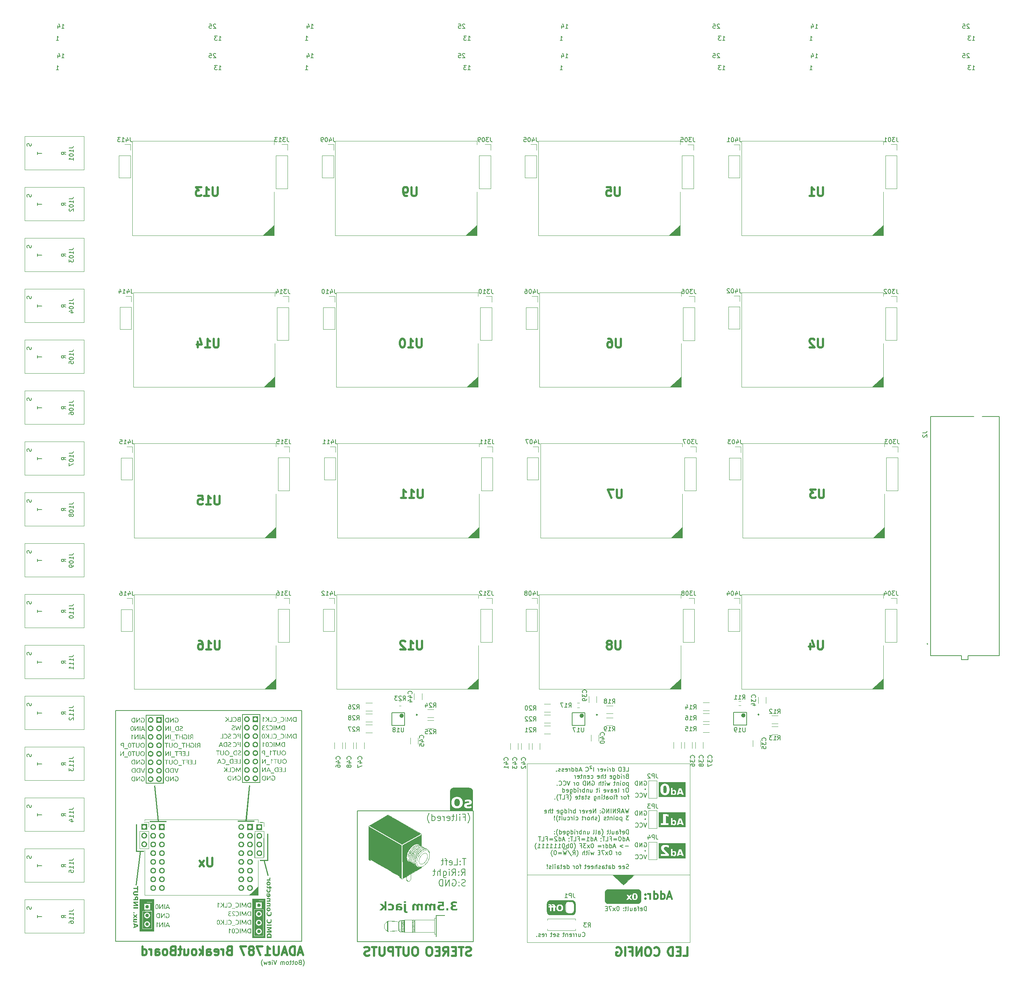
<source format=gbr>
G04 #@! TF.GenerationSoftware,KiCad,Pcbnew,7.0.0*
G04 #@! TF.CreationDate,2024-03-13T15:56:49+01:00*
G04 #@! TF.ProjectId,ADAU1787_rack,41444155-3137-4383-975f-7261636b2e6b,rev?*
G04 #@! TF.SameCoordinates,Original*
G04 #@! TF.FileFunction,Legend,Bot*
G04 #@! TF.FilePolarity,Positive*
%FSLAX46Y46*%
G04 Gerber Fmt 4.6, Leading zero omitted, Abs format (unit mm)*
G04 Created by KiCad (PCBNEW 7.0.0) date 2024-03-13 15:56:49*
%MOMM*%
%LPD*%
G01*
G04 APERTURE LIST*
%ADD10C,0.000000*%
%ADD11C,0.240000*%
%ADD12C,0.150000*%
%ADD13C,0.120000*%
%ADD14C,0.450000*%
%ADD15C,0.500000*%
%ADD16C,0.200000*%
%ADD17C,0.250000*%
G04 APERTURE END LIST*
D10*
G36*
X51260753Y-252187851D02*
G01*
X50965435Y-252187851D01*
X50965435Y-251913124D01*
X51260753Y-251913124D01*
X51260753Y-252187851D01*
G37*
G36*
X59305979Y-215547028D02*
G01*
X59157504Y-215547028D01*
X59157504Y-214701508D01*
X59135136Y-214727491D01*
X59111790Y-214755430D01*
X59087467Y-214785324D01*
X59062167Y-214817169D01*
X59036184Y-214850577D01*
X59009810Y-214885157D01*
X58983046Y-214920906D01*
X58955891Y-214957825D01*
X58928539Y-214994941D01*
X58901188Y-215032839D01*
X58873838Y-215071518D01*
X58846488Y-215110977D01*
X58818649Y-215150731D01*
X58791396Y-215190293D01*
X58764729Y-215229660D01*
X58738648Y-215268830D01*
X58713350Y-215306818D01*
X58689028Y-215344225D01*
X58665682Y-215381051D01*
X58643311Y-215417298D01*
X58621334Y-215452365D01*
X58600723Y-215485676D01*
X58581479Y-215517230D01*
X58563603Y-215547028D01*
X58437005Y-215547043D01*
X58437005Y-214463959D01*
X58585482Y-214463959D01*
X58585482Y-215265717D01*
X58611954Y-215222835D01*
X58641356Y-215177023D01*
X58673688Y-215128278D01*
X58708951Y-215076599D01*
X58745581Y-215023252D01*
X58783579Y-214969523D01*
X58822945Y-214915407D01*
X58863679Y-214860901D01*
X58904509Y-214805909D01*
X58945730Y-214751894D01*
X58987342Y-214698855D01*
X59029345Y-214646790D01*
X59049908Y-214621026D01*
X59070177Y-214596093D01*
X59090153Y-214571989D01*
X59109836Y-214548716D01*
X59129226Y-214526273D01*
X59148322Y-214504661D01*
X59167125Y-214483879D01*
X59185635Y-214463928D01*
X59305979Y-214463928D01*
X59305979Y-215547028D01*
G37*
G36*
X77481743Y-232078543D02*
G01*
X77759470Y-232078543D01*
X77759599Y-232091130D01*
X77760155Y-232103740D01*
X77761143Y-232116364D01*
X77762570Y-232128995D01*
X77764441Y-232141623D01*
X77766761Y-232154242D01*
X77769538Y-232166841D01*
X77772776Y-232179414D01*
X77776482Y-232191952D01*
X77780660Y-232204446D01*
X77785318Y-232216888D01*
X77790460Y-232229271D01*
X77796093Y-232241585D01*
X77802222Y-232253823D01*
X77808854Y-232265976D01*
X77824757Y-232292814D01*
X77840638Y-232317208D01*
X77856678Y-232339258D01*
X77873058Y-232359060D01*
X77889961Y-232376713D01*
X77907568Y-232392316D01*
X77926061Y-232405966D01*
X77945621Y-232417763D01*
X77966430Y-232427804D01*
X77988670Y-232436187D01*
X78012522Y-232443011D01*
X78038168Y-232448374D01*
X78065790Y-232452374D01*
X78095570Y-232455110D01*
X78127688Y-232456679D01*
X78162327Y-232457180D01*
X78189288Y-232457086D01*
X78213510Y-232456750D01*
X78235252Y-232456094D01*
X78254773Y-232455037D01*
X78272330Y-232453501D01*
X78280454Y-232452529D01*
X78288183Y-232451406D01*
X78295551Y-232450124D01*
X78302590Y-232448673D01*
X78309332Y-232447042D01*
X78315810Y-232445222D01*
X78322055Y-232443202D01*
X78328101Y-232440973D01*
X78333979Y-232438526D01*
X78339722Y-232435849D01*
X78345361Y-232432933D01*
X78350931Y-232429768D01*
X78356462Y-232426344D01*
X78361987Y-232422652D01*
X78367538Y-232418681D01*
X78373148Y-232414422D01*
X78384674Y-232404997D01*
X78396822Y-232394299D01*
X78409852Y-232382248D01*
X78427150Y-232365395D01*
X78443339Y-232348413D01*
X78458422Y-232331298D01*
X78472398Y-232314047D01*
X78485268Y-232296659D01*
X78497032Y-232279129D01*
X78507692Y-232261456D01*
X78517248Y-232243635D01*
X78525701Y-232225665D01*
X78533051Y-232207543D01*
X78539299Y-232189265D01*
X78544445Y-232170829D01*
X78548491Y-232152232D01*
X78551437Y-232133470D01*
X78553284Y-232114542D01*
X78554032Y-232095444D01*
X78553988Y-232083902D01*
X78553556Y-232072298D01*
X78552735Y-232060632D01*
X78551525Y-232048901D01*
X78549926Y-232037105D01*
X78547936Y-232025242D01*
X78545556Y-232013311D01*
X78542784Y-232001312D01*
X78539622Y-231989242D01*
X78536067Y-231977101D01*
X78532120Y-231964888D01*
X78527781Y-231952601D01*
X78523048Y-231940239D01*
X78517921Y-231927800D01*
X78512401Y-231915285D01*
X78506486Y-231902691D01*
X78493362Y-231877632D01*
X78478960Y-231854005D01*
X78463315Y-231831832D01*
X78446458Y-231811134D01*
X78428423Y-231791933D01*
X78409244Y-231774251D01*
X78388954Y-231758108D01*
X78367585Y-231743526D01*
X78345171Y-231730527D01*
X78321745Y-231719132D01*
X78297341Y-231709363D01*
X78271992Y-231701241D01*
X78245730Y-231694787D01*
X78218590Y-231690023D01*
X78190604Y-231686970D01*
X78161805Y-231685650D01*
X78140796Y-231685872D01*
X78120144Y-231687155D01*
X78099869Y-231689470D01*
X78079989Y-231692785D01*
X78060523Y-231697069D01*
X78041489Y-231702292D01*
X78022907Y-231708421D01*
X78004795Y-231715427D01*
X77987171Y-231723279D01*
X77970055Y-231731945D01*
X77953465Y-231741394D01*
X77937420Y-231751596D01*
X77921939Y-231762519D01*
X77907039Y-231774133D01*
X77892741Y-231786407D01*
X77879063Y-231799309D01*
X77866023Y-231812809D01*
X77853640Y-231826876D01*
X77841933Y-231841478D01*
X77830921Y-231856586D01*
X77820622Y-231872167D01*
X77811055Y-231888192D01*
X77802238Y-231904628D01*
X77794191Y-231921445D01*
X77786933Y-231938613D01*
X77780481Y-231956099D01*
X77774855Y-231973874D01*
X77770073Y-231991906D01*
X77766154Y-232010164D01*
X77763117Y-232028618D01*
X77760980Y-232047236D01*
X77759762Y-232065987D01*
X77759470Y-232078543D01*
X77481743Y-232078543D01*
X77481743Y-231393162D01*
X78834115Y-231393162D01*
X78834115Y-232770336D01*
X77481743Y-232770336D01*
X77481743Y-232078543D01*
G37*
G36*
X82030923Y-251264988D02*
G01*
X82226235Y-251264988D01*
X82226489Y-251276173D01*
X82227249Y-251287024D01*
X82228517Y-251297541D01*
X82230292Y-251307725D01*
X82232574Y-251317574D01*
X82235363Y-251327089D01*
X82238659Y-251336271D01*
X82242463Y-251345119D01*
X82246773Y-251353632D01*
X82251591Y-251361812D01*
X82256916Y-251369658D01*
X82262747Y-251377170D01*
X82269086Y-251384348D01*
X82275932Y-251391192D01*
X82283286Y-251397702D01*
X82291146Y-251403877D01*
X82299572Y-251409607D01*
X82308446Y-251414967D01*
X82317767Y-251419958D01*
X82327535Y-251424578D01*
X82337751Y-251428829D01*
X82348414Y-251432711D01*
X82359524Y-251436223D01*
X82371081Y-251439365D01*
X82383086Y-251442138D01*
X82395537Y-251444541D01*
X82408436Y-251446574D01*
X82421782Y-251448237D01*
X82435576Y-251449531D01*
X82449816Y-251450456D01*
X82464503Y-251451010D01*
X82479638Y-251451195D01*
X82494766Y-251451010D01*
X82509442Y-251450456D01*
X82523664Y-251449531D01*
X82537434Y-251448237D01*
X82550751Y-251446574D01*
X82563616Y-251444541D01*
X82576027Y-251442138D01*
X82587987Y-251439365D01*
X82599493Y-251436223D01*
X82610548Y-251432711D01*
X82621150Y-251428829D01*
X82631301Y-251424578D01*
X82640999Y-251419958D01*
X82650245Y-251414967D01*
X82659039Y-251409607D01*
X82667382Y-251403877D01*
X82675328Y-251397701D01*
X82682762Y-251391191D01*
X82689683Y-251384346D01*
X82696092Y-251377168D01*
X82701988Y-251369656D01*
X82707372Y-251361811D01*
X82712243Y-251353631D01*
X82716601Y-251345117D01*
X82720447Y-251336270D01*
X82723780Y-251327088D01*
X82726600Y-251317573D01*
X82728907Y-251307724D01*
X82730702Y-251297541D01*
X82731984Y-251287024D01*
X82732754Y-251276173D01*
X82733010Y-251264988D01*
X82732754Y-251253991D01*
X82731984Y-251243322D01*
X82730702Y-251232981D01*
X82728907Y-251222968D01*
X82726600Y-251213282D01*
X82723780Y-251203925D01*
X82720447Y-251194895D01*
X82716601Y-251186194D01*
X82712243Y-251177820D01*
X82707372Y-251169774D01*
X82701988Y-251162057D01*
X82696092Y-251154667D01*
X82689683Y-251147605D01*
X82682762Y-251140871D01*
X82675328Y-251134465D01*
X82667382Y-251128388D01*
X82659045Y-251122658D01*
X82650254Y-251117298D01*
X82641011Y-251112308D01*
X82631316Y-251107687D01*
X82621167Y-251103436D01*
X82610565Y-251099554D01*
X82599511Y-251096042D01*
X82588004Y-251092900D01*
X82576044Y-251090127D01*
X82563630Y-251087724D01*
X82550764Y-251085691D01*
X82537445Y-251084028D01*
X82523673Y-251082734D01*
X82509448Y-251081810D01*
X82494769Y-251081255D01*
X82479638Y-251081070D01*
X82464506Y-251081255D01*
X82449821Y-251081810D01*
X82435583Y-251082734D01*
X82421791Y-251084028D01*
X82408446Y-251085691D01*
X82395548Y-251087724D01*
X82383097Y-251090127D01*
X82371092Y-251092900D01*
X82359535Y-251096042D01*
X82348424Y-251099554D01*
X82337760Y-251103436D01*
X82327544Y-251107687D01*
X82317774Y-251112308D01*
X82308451Y-251117298D01*
X82299575Y-251122658D01*
X82291146Y-251128388D01*
X82283286Y-251134465D01*
X82275932Y-251140871D01*
X82269086Y-251147605D01*
X82262747Y-251154667D01*
X82256916Y-251162057D01*
X82251591Y-251169774D01*
X82246773Y-251177820D01*
X82242463Y-251186194D01*
X82238659Y-251194895D01*
X82235363Y-251203925D01*
X82232574Y-251213282D01*
X82230292Y-251222968D01*
X82228517Y-251232981D01*
X82227249Y-251243322D01*
X82226489Y-251253991D01*
X82226235Y-251264988D01*
X82030923Y-251264988D01*
X82031388Y-251237799D01*
X82032783Y-251211366D01*
X82035108Y-251185691D01*
X82038364Y-251160773D01*
X82042550Y-251136612D01*
X82047666Y-251113208D01*
X82053712Y-251090561D01*
X82060689Y-251068671D01*
X82068595Y-251047539D01*
X82077432Y-251027164D01*
X82087199Y-251007546D01*
X82097896Y-250988685D01*
X82109524Y-250970582D01*
X82122081Y-250953235D01*
X82135569Y-250936646D01*
X82149987Y-250920815D01*
X82165227Y-250905751D01*
X82181183Y-250891659D01*
X82197853Y-250878539D01*
X82215239Y-250866391D01*
X82233339Y-250855215D01*
X82252155Y-250845011D01*
X82271686Y-250835779D01*
X82291932Y-250827519D01*
X82312893Y-250820230D01*
X82334570Y-250813913D01*
X82356962Y-250808569D01*
X82380069Y-250804195D01*
X82403892Y-250800794D01*
X82428430Y-250798365D01*
X82453684Y-250796907D01*
X82479653Y-250796421D01*
X82505625Y-250796907D01*
X82530882Y-250798365D01*
X82555423Y-250800794D01*
X82579248Y-250804195D01*
X82602358Y-250808569D01*
X82624752Y-250813913D01*
X82646430Y-250820230D01*
X82667393Y-250827519D01*
X82687641Y-250835779D01*
X82707172Y-250845011D01*
X82725988Y-250855215D01*
X82744089Y-250866391D01*
X82761474Y-250878539D01*
X82778143Y-250891659D01*
X82794096Y-250905751D01*
X82809334Y-250920815D01*
X82823750Y-250936646D01*
X82837235Y-250953235D01*
X82849791Y-250970582D01*
X82861416Y-250988685D01*
X82872112Y-251007546D01*
X82881878Y-251027164D01*
X82890714Y-251047539D01*
X82898619Y-251068671D01*
X82905595Y-251090561D01*
X82911641Y-251113208D01*
X82916757Y-251136612D01*
X82920942Y-251160773D01*
X82924198Y-251185691D01*
X82926523Y-251211366D01*
X82927918Y-251237799D01*
X82928383Y-251264988D01*
X82927918Y-251292276D01*
X82926523Y-251318813D01*
X82924198Y-251344599D01*
X82920942Y-251369634D01*
X82916757Y-251393917D01*
X82911641Y-251417449D01*
X82905595Y-251440230D01*
X82898619Y-251462259D01*
X82890714Y-251483537D01*
X82881878Y-251504064D01*
X82872112Y-251523840D01*
X82861416Y-251542864D01*
X82849791Y-251561138D01*
X82837235Y-251578660D01*
X82823750Y-251595431D01*
X82809334Y-251611450D01*
X82794094Y-251626513D01*
X82778138Y-251640605D01*
X82761468Y-251653724D01*
X82744082Y-251665872D01*
X82725982Y-251677048D01*
X82707166Y-251687252D01*
X82687634Y-251696484D01*
X82667388Y-251704745D01*
X82646426Y-251712034D01*
X82624748Y-251718351D01*
X82602355Y-251723696D01*
X82579246Y-251728069D01*
X82555421Y-251731471D01*
X82530881Y-251733900D01*
X82505625Y-251735358D01*
X82479653Y-251735844D01*
X82453684Y-251735358D01*
X82428429Y-251733900D01*
X82403890Y-251731471D01*
X82380067Y-251728069D01*
X82356959Y-251723696D01*
X82334566Y-251718351D01*
X82312888Y-251712034D01*
X82291926Y-251704745D01*
X82271679Y-251696484D01*
X82252148Y-251687252D01*
X82233332Y-251677048D01*
X82215232Y-251665872D01*
X82197848Y-251653724D01*
X82181178Y-251640605D01*
X82165225Y-251626513D01*
X82149987Y-251611450D01*
X82135569Y-251595431D01*
X82122081Y-251578660D01*
X82109524Y-251561138D01*
X82097896Y-251542864D01*
X82087199Y-251523840D01*
X82077432Y-251504064D01*
X82068595Y-251483537D01*
X82060689Y-251462259D01*
X82053712Y-251440230D01*
X82047666Y-251417449D01*
X82042550Y-251393917D01*
X82038364Y-251369634D01*
X82035108Y-251344599D01*
X82032783Y-251318813D01*
X82031388Y-251292276D01*
X82030923Y-251264988D01*
G37*
G36*
X150344661Y-250402775D02*
G01*
X150366441Y-250404349D01*
X150387584Y-250406973D01*
X150408089Y-250410647D01*
X150427956Y-250415371D01*
X150447186Y-250421144D01*
X150465777Y-250427967D01*
X150483730Y-250435840D01*
X150501046Y-250444762D01*
X150517724Y-250454734D01*
X150533764Y-250465755D01*
X150549166Y-250477827D01*
X150563930Y-250490948D01*
X150578056Y-250505118D01*
X150591544Y-250520339D01*
X150604395Y-250536609D01*
X150616535Y-250553832D01*
X150627892Y-250571910D01*
X150638465Y-250590845D01*
X150648256Y-250610635D01*
X150657263Y-250631282D01*
X150665486Y-250652784D01*
X150672927Y-250675142D01*
X150679584Y-250698356D01*
X150685458Y-250722426D01*
X150690549Y-250747352D01*
X150694857Y-250773133D01*
X150698381Y-250799771D01*
X150701123Y-250827264D01*
X150703081Y-250855614D01*
X150704256Y-250884819D01*
X150704647Y-250914880D01*
X150704256Y-250944816D01*
X150703081Y-250973904D01*
X150701123Y-251002145D01*
X150698381Y-251029537D01*
X150694857Y-251056082D01*
X150690549Y-251081779D01*
X150685458Y-251106628D01*
X150679584Y-251130629D01*
X150672927Y-251153783D01*
X150665486Y-251176088D01*
X150657263Y-251197546D01*
X150648256Y-251218156D01*
X150638465Y-251237918D01*
X150627892Y-251256833D01*
X150616535Y-251274899D01*
X150604395Y-251292118D01*
X150591544Y-251308388D01*
X150578056Y-251323608D01*
X150563930Y-251337779D01*
X150549166Y-251350900D01*
X150533764Y-251362971D01*
X150517724Y-251373993D01*
X150501046Y-251383965D01*
X150483730Y-251392887D01*
X150465777Y-251400760D01*
X150447186Y-251407583D01*
X150427956Y-251413356D01*
X150408089Y-251418080D01*
X150387584Y-251421753D01*
X150366441Y-251424378D01*
X150344661Y-251425952D01*
X150322242Y-251426477D01*
X150299698Y-251425952D01*
X150277800Y-251424378D01*
X150256548Y-251421753D01*
X150235942Y-251418080D01*
X150215982Y-251413356D01*
X150196668Y-251407583D01*
X150178000Y-251400760D01*
X150159978Y-251392887D01*
X150142602Y-251383965D01*
X150125871Y-251373993D01*
X150109787Y-251362971D01*
X150094349Y-251350900D01*
X150079557Y-251337779D01*
X150065410Y-251323608D01*
X150051910Y-251308388D01*
X150039055Y-251292118D01*
X150026915Y-251274899D01*
X150015558Y-251256833D01*
X150004985Y-251237918D01*
X149995194Y-251218156D01*
X149986187Y-251197546D01*
X149977964Y-251176088D01*
X149970523Y-251153783D01*
X149963866Y-251130629D01*
X149957991Y-251106628D01*
X149952901Y-251081779D01*
X149948593Y-251056082D01*
X149945068Y-251029537D01*
X149942327Y-251002145D01*
X149940369Y-250973904D01*
X149939194Y-250944816D01*
X149938803Y-250914880D01*
X149939194Y-250884819D01*
X149940369Y-250855614D01*
X149942327Y-250827264D01*
X149945068Y-250799771D01*
X149948593Y-250773133D01*
X149952901Y-250747352D01*
X149957991Y-250722426D01*
X149963866Y-250698356D01*
X149970523Y-250675142D01*
X149977964Y-250652784D01*
X149986187Y-250631282D01*
X149995194Y-250610635D01*
X150004985Y-250590845D01*
X150015558Y-250571910D01*
X150026915Y-250553832D01*
X150039055Y-250536609D01*
X150051910Y-250520339D01*
X150065410Y-250505118D01*
X150079557Y-250490948D01*
X150094349Y-250477827D01*
X150109787Y-250465755D01*
X150125871Y-250454734D01*
X150142602Y-250444762D01*
X150159978Y-250435840D01*
X150178000Y-250427967D01*
X150196668Y-250421144D01*
X150215982Y-250415371D01*
X150235942Y-250410647D01*
X150256548Y-250406973D01*
X150277800Y-250404349D01*
X150299698Y-250402775D01*
X150322242Y-250402250D01*
X150344661Y-250402775D01*
G37*
G36*
X118074295Y-233951284D02*
G01*
X118074918Y-233978239D01*
X118076009Y-234044917D01*
X118077771Y-234312387D01*
X118077928Y-234540576D01*
X118077445Y-234885681D01*
X118076571Y-235169221D01*
X118070472Y-236499666D01*
X117901598Y-236398500D01*
X117866238Y-236376732D01*
X117830411Y-236353670D01*
X117795104Y-236330018D01*
X117761306Y-236306482D01*
X117740772Y-236291580D01*
X117730584Y-236284185D01*
X117702771Y-236262992D01*
X117679434Y-236244028D01*
X117675176Y-236240323D01*
X117665332Y-236231499D01*
X117661560Y-236227998D01*
X117658538Y-236225355D01*
X117638840Y-236207258D01*
X117618237Y-236190108D01*
X117616104Y-236188243D01*
X117614806Y-236187308D01*
X117591102Y-236169400D01*
X117566308Y-236152385D01*
X117566159Y-236152278D01*
X117566105Y-236152245D01*
X117565599Y-236151899D01*
X117539067Y-236135357D01*
X117511552Y-236119782D01*
X117453753Y-236091559D01*
X117392568Y-236067281D01*
X117328359Y-236047002D01*
X117261493Y-236030773D01*
X117192332Y-236018648D01*
X117121242Y-236010678D01*
X117048587Y-236006916D01*
X116974730Y-236007415D01*
X116900037Y-236012226D01*
X116824871Y-236021404D01*
X116749597Y-236034999D01*
X116674579Y-236053065D01*
X116600182Y-236075654D01*
X116520449Y-236105029D01*
X116440576Y-236139500D01*
X116360696Y-236178889D01*
X116280944Y-236223017D01*
X116201454Y-236271708D01*
X116122362Y-236324784D01*
X116043801Y-236382066D01*
X115965905Y-236443377D01*
X115812650Y-236577374D01*
X115663672Y-236725353D01*
X115520048Y-236885891D01*
X115382852Y-237057565D01*
X115253161Y-237238953D01*
X115132052Y-237428633D01*
X115020598Y-237625181D01*
X114919878Y-237827176D01*
X114830965Y-238033194D01*
X114754937Y-238241813D01*
X114722091Y-238346653D01*
X114692870Y-238451611D01*
X114667407Y-238556507D01*
X114645838Y-238661165D01*
X114637016Y-238713429D01*
X114629379Y-238769316D01*
X114624278Y-238821533D01*
X114623464Y-238828928D01*
X114622751Y-238837165D01*
X114617654Y-238889339D01*
X114610655Y-239015991D01*
X114608373Y-239144029D01*
X114610799Y-239268211D01*
X114612238Y-239291442D01*
X114614047Y-239327705D01*
X114616817Y-239365407D01*
X114617925Y-239383293D01*
X114623248Y-239435783D01*
X114629742Y-239484032D01*
X114637407Y-239527385D01*
X114646241Y-239565187D01*
X114666292Y-239632253D01*
X114689605Y-239697529D01*
X114707297Y-239739905D01*
X114716209Y-239761258D01*
X114745613Y-239822451D01*
X114777844Y-239881335D01*
X114812758Y-239937736D01*
X114850210Y-239991477D01*
X114890055Y-240042383D01*
X114932148Y-240090278D01*
X114976345Y-240134987D01*
X115022499Y-240176335D01*
X115070467Y-240214146D01*
X115120103Y-240248244D01*
X115171263Y-240278455D01*
X115197369Y-240292047D01*
X115223802Y-240304601D01*
X115250543Y-240316096D01*
X115277574Y-240326509D01*
X115304368Y-240336789D01*
X115335399Y-240349644D01*
X115369551Y-240364563D01*
X115405706Y-240381036D01*
X115442747Y-240398554D01*
X115479557Y-240416605D01*
X115515018Y-240434681D01*
X115548015Y-240452272D01*
X115598981Y-240480086D01*
X115794101Y-240586885D01*
X115840206Y-240612794D01*
X115877340Y-240634505D01*
X115895774Y-240645379D01*
X115953141Y-240680286D01*
X116005869Y-240713441D01*
X116029642Y-240728493D01*
X116052492Y-240742543D01*
X116073865Y-240755281D01*
X116093211Y-240766397D01*
X116109977Y-240775582D01*
X116117220Y-240779354D01*
X116123611Y-240782526D01*
X116129081Y-240785061D01*
X116133561Y-240786920D01*
X116136982Y-240788064D01*
X116138274Y-240788355D01*
X116139275Y-240788453D01*
X116141417Y-240788745D01*
X116144407Y-240789601D01*
X116148190Y-240790993D01*
X116152713Y-240792892D01*
X116163767Y-240798098D01*
X116177140Y-240804990D01*
X116192405Y-240813340D01*
X116209134Y-240822919D01*
X116226900Y-240833498D01*
X116245274Y-240844850D01*
X116294464Y-240875021D01*
X116361948Y-240915384D01*
X116438806Y-240960678D01*
X116516117Y-241005647D01*
X116531146Y-241014377D01*
X116637316Y-241076473D01*
X116659729Y-241089691D01*
X116686410Y-241105667D01*
X116749294Y-241143552D01*
X116786635Y-241166284D01*
X116822592Y-241188612D01*
X116849626Y-241205565D01*
X116883778Y-241227348D01*
X116917108Y-241249531D01*
X116938101Y-241264802D01*
X117000787Y-241314609D01*
X117028471Y-241336064D01*
X117054079Y-241355448D01*
X117077882Y-241372932D01*
X117100153Y-241388688D01*
X117121164Y-241402887D01*
X117141186Y-241415700D01*
X117160492Y-241427300D01*
X117179353Y-241437856D01*
X117198042Y-241447542D01*
X117216830Y-241456527D01*
X117235990Y-241464983D01*
X117255793Y-241473082D01*
X117276512Y-241480995D01*
X117298419Y-241488893D01*
X117331719Y-241499500D01*
X117367281Y-241508819D01*
X117404790Y-241516843D01*
X117443931Y-241523567D01*
X117484389Y-241528983D01*
X117525850Y-241533087D01*
X117567999Y-241535872D01*
X117610520Y-241537332D01*
X117653101Y-241537461D01*
X117695424Y-241536252D01*
X117737177Y-241533701D01*
X117778044Y-241529800D01*
X117817710Y-241524543D01*
X117855860Y-241517926D01*
X117892181Y-241509940D01*
X117926356Y-241500581D01*
X117978598Y-241484872D01*
X117999793Y-241478812D01*
X118017983Y-241473991D01*
X118026017Y-241472056D01*
X118033379Y-241470443D01*
X118040094Y-241469157D01*
X118046190Y-241468201D01*
X118051692Y-241467580D01*
X118056626Y-241467297D01*
X118061019Y-241467357D01*
X118064897Y-241467763D01*
X118068286Y-241468521D01*
X118071213Y-241469634D01*
X118073703Y-241471105D01*
X118075783Y-241472940D01*
X118077480Y-241475143D01*
X118078818Y-241477716D01*
X118079622Y-241480070D01*
X118080293Y-241483173D01*
X118080913Y-241490971D01*
X118080621Y-241500350D01*
X118078131Y-241523988D01*
X118077173Y-241527593D01*
X118075620Y-241531456D01*
X118073477Y-241535575D01*
X118068213Y-241542701D01*
X118060648Y-241550924D01*
X118053672Y-241557453D01*
X118014995Y-241588538D01*
X118002199Y-241597906D01*
X117961136Y-241626075D01*
X117940871Y-241639535D01*
X117886246Y-241674928D01*
X117801536Y-241727828D01*
X117696247Y-241791986D01*
X117602208Y-241848340D01*
X117185848Y-242093945D01*
X117027963Y-242186189D01*
X116516600Y-242483324D01*
X115865036Y-242860475D01*
X114389255Y-243711313D01*
X113726906Y-244088136D01*
X113690626Y-236354585D01*
X118072971Y-233913728D01*
X118074295Y-233951284D01*
G37*
G36*
X110919235Y-249933275D02*
G01*
X110969296Y-249935794D01*
X111017937Y-249939993D01*
X111065156Y-249945871D01*
X111110955Y-249953428D01*
X111155332Y-249962665D01*
X111198288Y-249973581D01*
X111239823Y-249986177D01*
X111279937Y-250000452D01*
X111318630Y-250016406D01*
X111355902Y-250034040D01*
X111391752Y-250053354D01*
X111426181Y-250074346D01*
X111459190Y-250097019D01*
X111490777Y-250121370D01*
X111520943Y-250147401D01*
X111549478Y-250174757D01*
X111576172Y-250203426D01*
X111601025Y-250233408D01*
X111624037Y-250264704D01*
X111645209Y-250297313D01*
X111664539Y-250331235D01*
X111682028Y-250366471D01*
X111697677Y-250403020D01*
X111711484Y-250440883D01*
X111723450Y-250480060D01*
X111733576Y-250520550D01*
X111741860Y-250562354D01*
X111748304Y-250605472D01*
X111752906Y-250649903D01*
X111755667Y-250695648D01*
X111756588Y-250742708D01*
X111755667Y-250789772D01*
X111752906Y-250835534D01*
X111748304Y-250879992D01*
X111741860Y-250923147D01*
X111733576Y-250964999D01*
X111723450Y-251005549D01*
X111711484Y-251044795D01*
X111697677Y-251082738D01*
X111682028Y-251119379D01*
X111664539Y-251154717D01*
X111645209Y-251188752D01*
X111624037Y-251221484D01*
X111601025Y-251252914D01*
X111576172Y-251283041D01*
X111549478Y-251311865D01*
X111520943Y-251339387D01*
X111490776Y-251365252D01*
X111459189Y-251389448D01*
X111426181Y-251411975D01*
X111391751Y-251432834D01*
X111355901Y-251452024D01*
X111318629Y-251469545D01*
X111279936Y-251485398D01*
X111239823Y-251499582D01*
X111198288Y-251512097D01*
X111155332Y-251522943D01*
X111110954Y-251532121D01*
X111065156Y-251539630D01*
X111017937Y-251545471D01*
X110969296Y-251549642D01*
X110919235Y-251552145D01*
X110867752Y-251552980D01*
X110837801Y-251552635D01*
X110807893Y-251551600D01*
X110778028Y-251549875D01*
X110748207Y-251547460D01*
X110718428Y-251544354D01*
X110688693Y-251540556D01*
X110659000Y-251536067D01*
X110629351Y-251530885D01*
X110599443Y-251525369D01*
X110569665Y-251519166D01*
X110540015Y-251512275D01*
X110510495Y-251504697D01*
X110481104Y-251496431D01*
X110451843Y-251487476D01*
X110422710Y-251477833D01*
X110393707Y-251467500D01*
X110393707Y-251063753D01*
X110404796Y-251072069D01*
X110416014Y-251080126D01*
X110427361Y-251087924D01*
X110438838Y-251095464D01*
X110450443Y-251102744D01*
X110462178Y-251109765D01*
X110474042Y-251116527D01*
X110486035Y-251123029D01*
X110498158Y-251129272D01*
X110510409Y-251135256D01*
X110522790Y-251140981D01*
X110535300Y-251146446D01*
X110547939Y-251151652D01*
X110560707Y-251156598D01*
X110573605Y-251161285D01*
X110586632Y-251165712D01*
X110612664Y-251173770D01*
X110639084Y-251180755D01*
X110665891Y-251186666D01*
X110693086Y-251191503D01*
X110720668Y-251195266D01*
X110748638Y-251197954D01*
X110776995Y-251199567D01*
X110805740Y-251200105D01*
X110831223Y-251199637D01*
X110855996Y-251198231D01*
X110880058Y-251195889D01*
X110903409Y-251192610D01*
X110926050Y-251188394D01*
X110947980Y-251183241D01*
X110969199Y-251177152D01*
X110989708Y-251170125D01*
X111009507Y-251162163D01*
X111028595Y-251153263D01*
X111046972Y-251143427D01*
X111064639Y-251132655D01*
X111081595Y-251120946D01*
X111097841Y-251108301D01*
X111113376Y-251094719D01*
X111128200Y-251080202D01*
X111142051Y-251064672D01*
X111155007Y-251048400D01*
X111167070Y-251031384D01*
X111178240Y-251013626D01*
X111188516Y-250995125D01*
X111197898Y-250975880D01*
X111206387Y-250955893D01*
X111213982Y-250935163D01*
X111220684Y-250913690D01*
X111226492Y-250891474D01*
X111231407Y-250868516D01*
X111235428Y-250844815D01*
X111238555Y-250820372D01*
X111240789Y-250795185D01*
X111242130Y-250769257D01*
X111242577Y-250742586D01*
X111242130Y-250715920D01*
X111240789Y-250690007D01*
X111238555Y-250664848D01*
X111235428Y-250640442D01*
X111231407Y-250616789D01*
X111226492Y-250593890D01*
X111220684Y-250571744D01*
X111213982Y-250550352D01*
X111206387Y-250529713D01*
X111197898Y-250509827D01*
X111188516Y-250490696D01*
X111178240Y-250472318D01*
X111167070Y-250454693D01*
X111155007Y-250437823D01*
X111142051Y-250421706D01*
X111128200Y-250406343D01*
X111113376Y-250391659D01*
X111097841Y-250377922D01*
X111081595Y-250365131D01*
X111064639Y-250353289D01*
X111046972Y-250342393D01*
X111028595Y-250332444D01*
X111009507Y-250323443D01*
X110989708Y-250315389D01*
X110969199Y-250308282D01*
X110947980Y-250302123D01*
X110926050Y-250296912D01*
X110903409Y-250292647D01*
X110880058Y-250289331D01*
X110855996Y-250286961D01*
X110831223Y-250285540D01*
X110805740Y-250285066D01*
X110778653Y-250285584D01*
X110751825Y-250287137D01*
X110725254Y-250289725D01*
X110698943Y-250293348D01*
X110672889Y-250298005D01*
X110647094Y-250303696D01*
X110621557Y-250310420D01*
X110596279Y-250318178D01*
X110570807Y-250327001D01*
X110545378Y-250336945D01*
X110519991Y-250348011D01*
X110494648Y-250360197D01*
X110469348Y-250373502D01*
X110444092Y-250387928D01*
X110418878Y-250403473D01*
X110393707Y-250420137D01*
X110393707Y-250017824D01*
X110423012Y-250007491D01*
X110452360Y-249997847D01*
X110481750Y-249988893D01*
X110511184Y-249980626D01*
X110540661Y-249973048D01*
X110570181Y-249966158D01*
X110599744Y-249959955D01*
X110629351Y-249954439D01*
X110658699Y-249949279D01*
X110688176Y-249944808D01*
X110717782Y-249941026D01*
X110747518Y-249937932D01*
X110777383Y-249935527D01*
X110807377Y-249933809D01*
X110837500Y-249932779D01*
X110867752Y-249932435D01*
X110919235Y-249933275D01*
G37*
G36*
X119547042Y-238899523D02*
G01*
X119545781Y-238960061D01*
X119537452Y-239058947D01*
X119522909Y-239159800D01*
X119502259Y-239262151D01*
X119475611Y-239365531D01*
X119443072Y-239469471D01*
X119404749Y-239573501D01*
X119360750Y-239677153D01*
X119311182Y-239779956D01*
X119256153Y-239881442D01*
X119195771Y-239981141D01*
X119130142Y-240078584D01*
X119084466Y-240139986D01*
X119035384Y-240200381D01*
X118983319Y-240259451D01*
X118928695Y-240316875D01*
X118871933Y-240372334D01*
X118813455Y-240425510D01*
X118753686Y-240476081D01*
X118693047Y-240523729D01*
X118631960Y-240568134D01*
X118570849Y-240608976D01*
X118510136Y-240645936D01*
X118450244Y-240678695D01*
X118391594Y-240706933D01*
X118334611Y-240730330D01*
X118279715Y-240748566D01*
X118227331Y-240761323D01*
X118227331Y-240761720D01*
X118177149Y-240771330D01*
X118137741Y-240778193D01*
X118121037Y-240780596D01*
X118105778Y-240782316D01*
X118091549Y-240783353D01*
X118077933Y-240783708D01*
X118064515Y-240783382D01*
X118050878Y-240782376D01*
X118036607Y-240780691D01*
X118021285Y-240778328D01*
X118004497Y-240775288D01*
X117985826Y-240771573D01*
X117941173Y-240762117D01*
X117908866Y-240754132D01*
X117877633Y-240744282D01*
X117847491Y-240732602D01*
X117818453Y-240719126D01*
X117790536Y-240703890D01*
X117763753Y-240686928D01*
X117738120Y-240668275D01*
X117713651Y-240647966D01*
X117690362Y-240626036D01*
X117668266Y-240602519D01*
X117647380Y-240577450D01*
X117627718Y-240550863D01*
X117609294Y-240522795D01*
X117592124Y-240493279D01*
X117576222Y-240462350D01*
X117561603Y-240430044D01*
X117548283Y-240396394D01*
X117536276Y-240361436D01*
X117525596Y-240325204D01*
X117516259Y-240287733D01*
X117508280Y-240249059D01*
X117501673Y-240209215D01*
X117496453Y-240168237D01*
X117492636Y-240126159D01*
X117490235Y-240083016D01*
X117490198Y-240081308D01*
X117566677Y-240081308D01*
X117575163Y-240182460D01*
X117592377Y-240276914D01*
X117618287Y-240363835D01*
X117634492Y-240404208D01*
X117652858Y-240442384D01*
X117673380Y-240478258D01*
X117696056Y-240511725D01*
X117720880Y-240542681D01*
X117747848Y-240571021D01*
X117776957Y-240596641D01*
X117808202Y-240619435D01*
X117841578Y-240639299D01*
X117877082Y-240656129D01*
X117912780Y-240669212D01*
X117950119Y-240679343D01*
X117988953Y-240686547D01*
X118029141Y-240690852D01*
X118070538Y-240692283D01*
X118113001Y-240690868D01*
X118156387Y-240686631D01*
X118200550Y-240679601D01*
X118245350Y-240669803D01*
X118290640Y-240657264D01*
X118336279Y-240642010D01*
X118382122Y-240624067D01*
X118428026Y-240603463D01*
X118473848Y-240580223D01*
X118519443Y-240554373D01*
X118564669Y-240525941D01*
X118617270Y-240489561D01*
X118668945Y-240450563D01*
X118719626Y-240409083D01*
X118769246Y-240365255D01*
X118865040Y-240271092D01*
X118955790Y-240169150D01*
X119040964Y-240060503D01*
X119120027Y-239946227D01*
X119192444Y-239827397D01*
X119257682Y-239705087D01*
X119315205Y-239580374D01*
X119364480Y-239454331D01*
X119404973Y-239328035D01*
X119436149Y-239202561D01*
X119457474Y-239078983D01*
X119464276Y-239018241D01*
X119468414Y-238958376D01*
X119469822Y-238899523D01*
X119468434Y-238841816D01*
X119464183Y-238785390D01*
X119457001Y-238730379D01*
X119448432Y-238682010D01*
X119438602Y-238636458D01*
X119427456Y-238593636D01*
X119414939Y-238553459D01*
X119400993Y-238515839D01*
X119385564Y-238480693D01*
X119368595Y-238447933D01*
X119350031Y-238417474D01*
X119329816Y-238389231D01*
X119307894Y-238363116D01*
X119284209Y-238339045D01*
X119258706Y-238316932D01*
X119231328Y-238296691D01*
X119202020Y-238278235D01*
X119170726Y-238261480D01*
X119137390Y-238246339D01*
X119126425Y-238241889D01*
X119115517Y-238237728D01*
X119104650Y-238233860D01*
X119093809Y-238230285D01*
X119082978Y-238227006D01*
X119072141Y-238224023D01*
X119061284Y-238221340D01*
X119050390Y-238218957D01*
X119039443Y-238216877D01*
X119028429Y-238215102D01*
X119017332Y-238213632D01*
X119006136Y-238212470D01*
X118994826Y-238211619D01*
X118983385Y-238211078D01*
X118971800Y-238210851D01*
X118960052Y-238210939D01*
X118960055Y-238210908D01*
X118936025Y-238212189D01*
X118911194Y-238214543D01*
X118885450Y-238218007D01*
X118858685Y-238222616D01*
X118830786Y-238228404D01*
X118801645Y-238235409D01*
X118771149Y-238243664D01*
X118739189Y-238253206D01*
X118677334Y-238275142D01*
X118614948Y-238302509D01*
X118552268Y-238335086D01*
X118489526Y-238372650D01*
X118426957Y-238414978D01*
X118364794Y-238461849D01*
X118303272Y-238513039D01*
X118242625Y-238568326D01*
X118183087Y-238627489D01*
X118124892Y-238690304D01*
X118068274Y-238756548D01*
X118013467Y-238826001D01*
X117960705Y-238898439D01*
X117910223Y-238973640D01*
X117862254Y-239051381D01*
X117817032Y-239131441D01*
X117754484Y-239256036D01*
X117700932Y-239380631D01*
X117656344Y-239504388D01*
X117620686Y-239626470D01*
X117593923Y-239746040D01*
X117576023Y-239862261D01*
X117566952Y-239974296D01*
X117566677Y-240081308D01*
X117490198Y-240081308D01*
X117489266Y-240038843D01*
X117489744Y-239993675D01*
X117491683Y-239947546D01*
X117495099Y-239900491D01*
X117500006Y-239852546D01*
X117506419Y-239803744D01*
X117514353Y-239754121D01*
X117538922Y-239635190D01*
X117570981Y-239516746D01*
X117610131Y-239399358D01*
X117655972Y-239283596D01*
X117708105Y-239170030D01*
X117766132Y-239059228D01*
X117829654Y-238951762D01*
X117898273Y-238848199D01*
X117971588Y-238749111D01*
X118049202Y-238655066D01*
X118130715Y-238566634D01*
X118215729Y-238484385D01*
X118303845Y-238408888D01*
X118394663Y-238340714D01*
X118487786Y-238280430D01*
X118582813Y-238228609D01*
X118605947Y-238217679D01*
X118629794Y-238207398D01*
X118654271Y-238197773D01*
X118679297Y-238188817D01*
X118704790Y-238180538D01*
X118730668Y-238172948D01*
X118756851Y-238166056D01*
X118783256Y-238159871D01*
X118809802Y-238154406D01*
X118836407Y-238149669D01*
X118862989Y-238145671D01*
X118889468Y-238142422D01*
X118915760Y-238139931D01*
X118941785Y-238138210D01*
X118967460Y-238137269D01*
X118992705Y-238137117D01*
X118992705Y-238137208D01*
X119015207Y-238137799D01*
X119037213Y-238139102D01*
X119058666Y-238141101D01*
X119079505Y-238143777D01*
X119099671Y-238147115D01*
X119119104Y-238151096D01*
X119137745Y-238155703D01*
X119155535Y-238160921D01*
X119167556Y-238165204D01*
X119179728Y-238170181D01*
X119204426Y-238182108D01*
X119229426Y-238196493D01*
X119254527Y-238213126D01*
X119279529Y-238231795D01*
X119304231Y-238252293D01*
X119328430Y-238274407D01*
X119351927Y-238297929D01*
X119374519Y-238322648D01*
X119396007Y-238348355D01*
X119416188Y-238374839D01*
X119434862Y-238401890D01*
X119451827Y-238429299D01*
X119466882Y-238456854D01*
X119479827Y-238484347D01*
X119490460Y-238511568D01*
X119514812Y-238593577D01*
X119532413Y-238679901D01*
X119543369Y-238770069D01*
X119547790Y-238863612D01*
X119547042Y-238899523D01*
G37*
G36*
X56906428Y-230722233D02*
G01*
X56643748Y-230748627D01*
X55808924Y-222445999D01*
X56071604Y-222419609D01*
X56906428Y-230722233D01*
G37*
G36*
X83167821Y-216258252D02*
G01*
X83176778Y-216268097D01*
X83185844Y-216277735D01*
X83195020Y-216287165D01*
X83204306Y-216296387D01*
X83213702Y-216305402D01*
X83223208Y-216314209D01*
X83232824Y-216322809D01*
X83242549Y-216331202D01*
X83252384Y-216339388D01*
X83262329Y-216347367D01*
X83272384Y-216355138D01*
X83282549Y-216362703D01*
X83292823Y-216370061D01*
X83303208Y-216377211D01*
X83313702Y-216384155D01*
X83334874Y-216397139D01*
X83356193Y-216409541D01*
X83377659Y-216421359D01*
X83399271Y-216432593D01*
X83421030Y-216443242D01*
X83442935Y-216453307D01*
X83464986Y-216462786D01*
X83487183Y-216471680D01*
X83441865Y-216581131D01*
X83433633Y-216578327D01*
X83425354Y-216575373D01*
X83417025Y-216572269D01*
X83408648Y-216569018D01*
X83400222Y-216565618D01*
X83391748Y-216562070D01*
X83383225Y-216558376D01*
X83374653Y-216554535D01*
X83365739Y-216550613D01*
X83356972Y-216546641D01*
X83348351Y-216542619D01*
X83339877Y-216538546D01*
X83331549Y-216534422D01*
X83323369Y-216530247D01*
X83315334Y-216526021D01*
X83307446Y-216521744D01*
X83299340Y-216517422D01*
X83291428Y-216513050D01*
X83283712Y-216508628D01*
X83276190Y-216504156D01*
X83268864Y-216499636D01*
X83261734Y-216495066D01*
X83254799Y-216490447D01*
X83248059Y-216485779D01*
X83241172Y-216481116D01*
X83234578Y-216476501D01*
X83228278Y-216471934D01*
X83222271Y-216467415D01*
X83216557Y-216462945D01*
X83211136Y-216458523D01*
X83206008Y-216454152D01*
X83201172Y-216449829D01*
X83201172Y-217331284D01*
X83055825Y-217331284D01*
X83055825Y-216248200D01*
X83158974Y-216248200D01*
X83167821Y-216258252D01*
G37*
G36*
X80934972Y-220696436D02*
G01*
X80934968Y-220696915D01*
X80934968Y-220696198D01*
X80934972Y-220696436D01*
G37*
G36*
X76779761Y-208927569D02*
G01*
X77054776Y-208927569D01*
X77054894Y-208945500D01*
X77055853Y-208963442D01*
X77057661Y-208981364D01*
X77060326Y-208999238D01*
X77063853Y-209017035D01*
X77068252Y-209034725D01*
X77073530Y-209052280D01*
X77079693Y-209069670D01*
X77086749Y-209086866D01*
X77094705Y-209103839D01*
X77103570Y-209120560D01*
X77118571Y-209145230D01*
X77134854Y-209168248D01*
X77152330Y-209189619D01*
X77170910Y-209209342D01*
X77190506Y-209227422D01*
X77211029Y-209243861D01*
X77232391Y-209258660D01*
X77254502Y-209271822D01*
X77277274Y-209283350D01*
X77300620Y-209293246D01*
X77324448Y-209301512D01*
X77348673Y-209308150D01*
X77373203Y-209313163D01*
X77397952Y-209316554D01*
X77422830Y-209318324D01*
X77447749Y-209318476D01*
X77472620Y-209317012D01*
X77497354Y-209313935D01*
X77521863Y-209309247D01*
X77546058Y-209302950D01*
X77569850Y-209295047D01*
X77593151Y-209285540D01*
X77615873Y-209274431D01*
X77637926Y-209261723D01*
X77659222Y-209247419D01*
X77679672Y-209231519D01*
X77699188Y-209214027D01*
X77717680Y-209194946D01*
X77735062Y-209174277D01*
X77751242Y-209152023D01*
X77766134Y-209128186D01*
X77779648Y-209102768D01*
X77784563Y-209092340D01*
X77789339Y-209081496D01*
X77793951Y-209070320D01*
X77798375Y-209058901D01*
X77802586Y-209047324D01*
X77806560Y-209035675D01*
X77810272Y-209024041D01*
X77813698Y-209012507D01*
X77816813Y-209001160D01*
X77819592Y-208990086D01*
X77822011Y-208979371D01*
X77824045Y-208969102D01*
X77825670Y-208959364D01*
X77826861Y-208950245D01*
X77827594Y-208941829D01*
X77827843Y-208934204D01*
X77827836Y-208934298D01*
X77827828Y-208934393D01*
X77827820Y-208934485D01*
X77827813Y-208934571D01*
X77827563Y-208924652D01*
X77826825Y-208914456D01*
X77823939Y-208893338D01*
X77819274Y-208871430D01*
X77812948Y-208848946D01*
X77805078Y-208826101D01*
X77795782Y-208803110D01*
X77785178Y-208780186D01*
X77773385Y-208757544D01*
X77760520Y-208735398D01*
X77746702Y-208713963D01*
X77732047Y-208693452D01*
X77716674Y-208674081D01*
X77700702Y-208656063D01*
X77684248Y-208639613D01*
X77667429Y-208624946D01*
X77658920Y-208618347D01*
X77650365Y-208612274D01*
X77640114Y-208605705D01*
X77629310Y-208599540D01*
X77606195Y-208588423D01*
X77581316Y-208578927D01*
X77554974Y-208571057D01*
X77527467Y-208564816D01*
X77499096Y-208560208D01*
X77470158Y-208557238D01*
X77440953Y-208555910D01*
X77411780Y-208556228D01*
X77382939Y-208558196D01*
X77354728Y-208561819D01*
X77327447Y-208567100D01*
X77301395Y-208574043D01*
X77276870Y-208582653D01*
X77254173Y-208592933D01*
X77243602Y-208598702D01*
X77233601Y-208604889D01*
X77217754Y-208615884D01*
X77202593Y-208627500D01*
X77188126Y-208639709D01*
X77174360Y-208652481D01*
X77161303Y-208665788D01*
X77148962Y-208679599D01*
X77137344Y-208693886D01*
X77126456Y-208708620D01*
X77116307Y-208723771D01*
X77106904Y-208739311D01*
X77098253Y-208755211D01*
X77090362Y-208771441D01*
X77083239Y-208787972D01*
X77076891Y-208804775D01*
X77071326Y-208821821D01*
X77066550Y-208839081D01*
X77062571Y-208856526D01*
X77059397Y-208874126D01*
X77057035Y-208891853D01*
X77055492Y-208909677D01*
X77054776Y-208927569D01*
X76779761Y-208927569D01*
X76779897Y-208910518D01*
X76782871Y-208869771D01*
X76788564Y-208828886D01*
X76797040Y-208787966D01*
X76808367Y-208747113D01*
X76822610Y-208706429D01*
X76839837Y-208666016D01*
X76840203Y-208666016D01*
X76862740Y-208621296D01*
X76887483Y-208579120D01*
X76914364Y-208539533D01*
X76943315Y-208502578D01*
X76974266Y-208468301D01*
X77007152Y-208436746D01*
X77041903Y-208407958D01*
X77078451Y-208381981D01*
X77116729Y-208358860D01*
X77156668Y-208338640D01*
X77198201Y-208321365D01*
X77241259Y-208307080D01*
X77285775Y-208295830D01*
X77331679Y-208287659D01*
X77378905Y-208282611D01*
X77427384Y-208280731D01*
X77462740Y-208281029D01*
X77496510Y-208282436D01*
X77528818Y-208284997D01*
X77559791Y-208288761D01*
X77589551Y-208293774D01*
X77618225Y-208300084D01*
X77645938Y-208307738D01*
X77672813Y-208316782D01*
X77698976Y-208327264D01*
X77724552Y-208339231D01*
X77749666Y-208352731D01*
X77774441Y-208367809D01*
X77799005Y-208384513D01*
X77823480Y-208402891D01*
X77847992Y-208422989D01*
X77872666Y-208444855D01*
X77899580Y-208470816D01*
X77924780Y-208497682D01*
X77948265Y-208525388D01*
X77970033Y-208553874D01*
X77990080Y-208583078D01*
X78008404Y-208612936D01*
X78025004Y-208643387D01*
X78039878Y-208674368D01*
X78053022Y-208705818D01*
X78064434Y-208737674D01*
X78074113Y-208769873D01*
X78082056Y-208802355D01*
X78088261Y-208835056D01*
X78092726Y-208867914D01*
X78095448Y-208900867D01*
X78096425Y-208933853D01*
X78096421Y-208933853D01*
X78095731Y-208966805D01*
X78093307Y-208999669D01*
X78089150Y-209032384D01*
X78083260Y-209064888D01*
X78075637Y-209097123D01*
X78066281Y-209129027D01*
X78055193Y-209160539D01*
X78042373Y-209191599D01*
X78027821Y-209222147D01*
X78011537Y-209252121D01*
X77993521Y-209281461D01*
X77973775Y-209310107D01*
X77952297Y-209337998D01*
X77929089Y-209365073D01*
X77904150Y-209391272D01*
X77877480Y-209416535D01*
X77851394Y-209439387D01*
X77825877Y-209460325D01*
X77800771Y-209479410D01*
X77775915Y-209496705D01*
X77751149Y-209512270D01*
X77726313Y-209526168D01*
X77701247Y-209538459D01*
X77675790Y-209549206D01*
X77649783Y-209558470D01*
X77623065Y-209566312D01*
X77595476Y-209572794D01*
X77566856Y-209577978D01*
X77537046Y-209581925D01*
X77505884Y-209584696D01*
X77473211Y-209586354D01*
X77438866Y-209586960D01*
X77394494Y-209585652D01*
X77351112Y-209581550D01*
X77308788Y-209574755D01*
X77267587Y-209565371D01*
X77227577Y-209553500D01*
X77188823Y-209539243D01*
X77151393Y-209522702D01*
X77115351Y-209503981D01*
X77080765Y-209483181D01*
X77047702Y-209460403D01*
X77016227Y-209435752D01*
X76986407Y-209409328D01*
X76958309Y-209381234D01*
X76931998Y-209351572D01*
X76907542Y-209320444D01*
X76885007Y-209287953D01*
X76864458Y-209254200D01*
X76845963Y-209219288D01*
X76829588Y-209183318D01*
X76815399Y-209146394D01*
X76803463Y-209108617D01*
X76793846Y-209070090D01*
X76786614Y-209030914D01*
X76781834Y-208991192D01*
X76779573Y-208951026D01*
X76779761Y-208927569D01*
G37*
G36*
X51404232Y-252694576D02*
G01*
X51820124Y-252386269D01*
X51820124Y-252675495D01*
X51566768Y-252852543D01*
X51820124Y-253027302D01*
X51820124Y-253316532D01*
X51402691Y-253008225D01*
X50965435Y-253331795D01*
X50965435Y-253042565D01*
X51235592Y-252852547D01*
X50965435Y-252660233D01*
X50965435Y-252371006D01*
X51404232Y-252694576D01*
G37*
G36*
X82404870Y-248155213D02*
G01*
X82573479Y-248155213D01*
X82583821Y-248153540D01*
X82593853Y-248151576D01*
X82603574Y-248149319D01*
X82612984Y-248146770D01*
X82622085Y-248143929D01*
X82630874Y-248140795D01*
X82639354Y-248137370D01*
X82647523Y-248133652D01*
X82655381Y-248129643D01*
X82662929Y-248125341D01*
X82670167Y-248120747D01*
X82677094Y-248115861D01*
X82683711Y-248110683D01*
X82690017Y-248105212D01*
X82696013Y-248099450D01*
X82701699Y-248093395D01*
X82707151Y-248087079D01*
X82712252Y-248080529D01*
X82717001Y-248073747D01*
X82721399Y-248066733D01*
X82725446Y-248059486D01*
X82729141Y-248052006D01*
X82732484Y-248044294D01*
X82735476Y-248036350D01*
X82738116Y-248028173D01*
X82740405Y-248019763D01*
X82742341Y-248011121D01*
X82743925Y-248002247D01*
X82745158Y-247993140D01*
X82746038Y-247983801D01*
X82746567Y-247974229D01*
X82746743Y-247964424D01*
X82746555Y-247955377D01*
X82745992Y-247946551D01*
X82745053Y-247937945D01*
X82743739Y-247929559D01*
X82742049Y-247921394D01*
X82739984Y-247913450D01*
X82737543Y-247905726D01*
X82734727Y-247898223D01*
X82731535Y-247890941D01*
X82727967Y-247883878D01*
X82724025Y-247877037D01*
X82719706Y-247870416D01*
X82715012Y-247864016D01*
X82709943Y-247857836D01*
X82704498Y-247851877D01*
X82698678Y-247846138D01*
X82692645Y-247840594D01*
X82686373Y-247835407D01*
X82679863Y-247830578D01*
X82673114Y-247826107D01*
X82666127Y-247821993D01*
X82658902Y-247818237D01*
X82651437Y-247814839D01*
X82643735Y-247811799D01*
X82635793Y-247809117D01*
X82627613Y-247806792D01*
X82619195Y-247804825D01*
X82610538Y-247803215D01*
X82601643Y-247801964D01*
X82592509Y-247801069D01*
X82583136Y-247800533D01*
X82573525Y-247800354D01*
X82573479Y-248155213D01*
X82404870Y-248155213D01*
X82404870Y-247519516D01*
X82482720Y-247519516D01*
X82482737Y-247519518D01*
X82482745Y-247519519D01*
X82482752Y-247519519D01*
X82482759Y-247519520D01*
X82482766Y-247519520D01*
X82507819Y-247519994D01*
X82532234Y-247521416D01*
X82556012Y-247523786D01*
X82579153Y-247527104D01*
X82601656Y-247531370D01*
X82623521Y-247536583D01*
X82644749Y-247542745D01*
X82665339Y-247549855D01*
X82685291Y-247557913D01*
X82704606Y-247566918D01*
X82723282Y-247576872D01*
X82741320Y-247587773D01*
X82758720Y-247599622D01*
X82775482Y-247612420D01*
X82791606Y-247626165D01*
X82807091Y-247640858D01*
X82821786Y-247656246D01*
X82835534Y-247672267D01*
X82848332Y-247688919D01*
X82860183Y-247706203D01*
X82871086Y-247724119D01*
X82881041Y-247742667D01*
X82890048Y-247761847D01*
X82898106Y-247781658D01*
X82905217Y-247802102D01*
X82911379Y-247823178D01*
X82916594Y-247844885D01*
X82920860Y-247867225D01*
X82924178Y-247890196D01*
X82926548Y-247913799D01*
X82927970Y-247938035D01*
X82928445Y-247962902D01*
X82927976Y-247990197D01*
X82926572Y-248016751D01*
X82924232Y-248042567D01*
X82920955Y-248067643D01*
X82916742Y-248091980D01*
X82911593Y-248115577D01*
X82905508Y-248138435D01*
X82898488Y-248160554D01*
X82890531Y-248181934D01*
X82881638Y-248202574D01*
X82871810Y-248222475D01*
X82861046Y-248241636D01*
X82849346Y-248260059D01*
X82836711Y-248277742D01*
X82823139Y-248294686D01*
X82808633Y-248310890D01*
X82793306Y-248326138D01*
X82777283Y-248340403D01*
X82760562Y-248353683D01*
X82743143Y-248365980D01*
X82725028Y-248377293D01*
X82706214Y-248387622D01*
X82686703Y-248396968D01*
X82666495Y-248405330D01*
X82645589Y-248412708D01*
X82623986Y-248419102D01*
X82601684Y-248424513D01*
X82578686Y-248428940D01*
X82554989Y-248432383D01*
X82530595Y-248434842D01*
X82505503Y-248436318D01*
X82479714Y-248436810D01*
X82453470Y-248436309D01*
X82427966Y-248434806D01*
X82403201Y-248432302D01*
X82379175Y-248428797D01*
X82355888Y-248424289D01*
X82333341Y-248418780D01*
X82311532Y-248412270D01*
X82290463Y-248404758D01*
X82270133Y-248396244D01*
X82250543Y-248386728D01*
X82231691Y-248376211D01*
X82213579Y-248364693D01*
X82196206Y-248352172D01*
X82179572Y-248338650D01*
X82163677Y-248324127D01*
X82148522Y-248308602D01*
X82134290Y-248292078D01*
X82120976Y-248274750D01*
X82108581Y-248256616D01*
X82097103Y-248237678D01*
X82086545Y-248217935D01*
X82076904Y-248197387D01*
X82068182Y-248176035D01*
X82060378Y-248153877D01*
X82053492Y-248130914D01*
X82047524Y-248107147D01*
X82042475Y-248082575D01*
X82038343Y-248057198D01*
X82035130Y-248031015D01*
X82032835Y-248004028D01*
X82031458Y-247976237D01*
X82030999Y-247947640D01*
X82031296Y-247923410D01*
X82032189Y-247899180D01*
X82033677Y-247874950D01*
X82035760Y-247850720D01*
X82038438Y-247826490D01*
X82041711Y-247802260D01*
X82045579Y-247778030D01*
X82050042Y-247753800D01*
X82054906Y-247729571D01*
X82060344Y-247705342D01*
X82066354Y-247681113D01*
X82072938Y-247656883D01*
X82080093Y-247632654D01*
X82087820Y-247608425D01*
X82096119Y-247584196D01*
X82104989Y-247559967D01*
X82315606Y-247559967D01*
X82303029Y-247583743D01*
X82291264Y-247607375D01*
X82280313Y-247630865D01*
X82270175Y-247654212D01*
X82260850Y-247677416D01*
X82252338Y-247700477D01*
X82244640Y-247723395D01*
X82237755Y-247746170D01*
X82231855Y-247768624D01*
X82226740Y-247790958D01*
X82222413Y-247813172D01*
X82218873Y-247835267D01*
X82216119Y-247857242D01*
X82214152Y-247879099D01*
X82212972Y-247900836D01*
X82212578Y-247922455D01*
X82212766Y-247935625D01*
X82213329Y-247948425D01*
X82214268Y-247960855D01*
X82215583Y-247972916D01*
X82217272Y-247984608D01*
X82219338Y-247995929D01*
X82221778Y-248006881D01*
X82224595Y-248017464D01*
X82227787Y-248027677D01*
X82231354Y-248037520D01*
X82235297Y-248046994D01*
X82239615Y-248056098D01*
X82244309Y-248064832D01*
X82249378Y-248073197D01*
X82254823Y-248081192D01*
X82260644Y-248088818D01*
X82266842Y-248096064D01*
X82273416Y-248102923D01*
X82280365Y-248109395D01*
X82287689Y-248115479D01*
X82295389Y-248121175D01*
X82303464Y-248126485D01*
X82311914Y-248131406D01*
X82320740Y-248135941D01*
X82329942Y-248140088D01*
X82339519Y-248143847D01*
X82349471Y-248147219D01*
X82359800Y-248150203D01*
X82370503Y-248152800D01*
X82381583Y-248155009D01*
X82393038Y-248156830D01*
X82404870Y-248158264D01*
X82404870Y-248155213D01*
G37*
G36*
X50538432Y-220865808D02*
G01*
X50538427Y-220866287D01*
X50538427Y-220865570D01*
X50538432Y-220865808D01*
G37*
G36*
X78752533Y-218773076D02*
G01*
X79026459Y-218773076D01*
X79027085Y-218798951D01*
X79029060Y-218824957D01*
X79032363Y-218850855D01*
X79036966Y-218876408D01*
X79042848Y-218901378D01*
X79049982Y-218925527D01*
X79058345Y-218948617D01*
X79067913Y-218970410D01*
X79078661Y-218990669D01*
X79090565Y-219009155D01*
X79096619Y-219017207D01*
X79103464Y-219025527D01*
X79111024Y-219034050D01*
X79119222Y-219042711D01*
X79127982Y-219051447D01*
X79137227Y-219060193D01*
X79146879Y-219068884D01*
X79156864Y-219077456D01*
X79167103Y-219085844D01*
X79177521Y-219093984D01*
X79188041Y-219101812D01*
X79198586Y-219109262D01*
X79209080Y-219116271D01*
X79219446Y-219122774D01*
X79229607Y-219128706D01*
X79239487Y-219134003D01*
X79267315Y-219147024D01*
X79294975Y-219157678D01*
X79322416Y-219166042D01*
X79349588Y-219172193D01*
X79376438Y-219176205D01*
X79402918Y-219178156D01*
X79428974Y-219178121D01*
X79454557Y-219176177D01*
X79479614Y-219172399D01*
X79504096Y-219166865D01*
X79527951Y-219159649D01*
X79551128Y-219150828D01*
X79573576Y-219140479D01*
X79595243Y-219128677D01*
X79616080Y-219115498D01*
X79636035Y-219101019D01*
X79655056Y-219085316D01*
X79673093Y-219068465D01*
X79690095Y-219050542D01*
X79706010Y-219031623D01*
X79720789Y-219011784D01*
X79734378Y-218991102D01*
X79746729Y-218969653D01*
X79757789Y-218947512D01*
X79767507Y-218924756D01*
X79775833Y-218901462D01*
X79782715Y-218877704D01*
X79788103Y-218853560D01*
X79791945Y-218829105D01*
X79794190Y-218804416D01*
X79794788Y-218779568D01*
X79793687Y-218754639D01*
X79793694Y-218754639D01*
X79791994Y-218738014D01*
X79789504Y-218721406D01*
X79786208Y-218704837D01*
X79782092Y-218688331D01*
X79777139Y-218671910D01*
X79771334Y-218655597D01*
X79764661Y-218639416D01*
X79757103Y-218623388D01*
X79748646Y-218607539D01*
X79739274Y-218591889D01*
X79728970Y-218576462D01*
X79717720Y-218561282D01*
X79705506Y-218546370D01*
X79692315Y-218531751D01*
X79678129Y-218517446D01*
X79662934Y-218503479D01*
X79644431Y-218488217D01*
X79625303Y-218474329D01*
X79605610Y-218461802D01*
X79585409Y-218450624D01*
X79564760Y-218440781D01*
X79543721Y-218432262D01*
X79522351Y-218425054D01*
X79500709Y-218419143D01*
X79478854Y-218414518D01*
X79456844Y-218411166D01*
X79434739Y-218409074D01*
X79412596Y-218408229D01*
X79390474Y-218408620D01*
X79368433Y-218410233D01*
X79346532Y-218413055D01*
X79324828Y-218417074D01*
X79303381Y-218422278D01*
X79282249Y-218428654D01*
X79261491Y-218436189D01*
X79241166Y-218444870D01*
X79221333Y-218454685D01*
X79202050Y-218465622D01*
X79183377Y-218477667D01*
X79165371Y-218490808D01*
X79148092Y-218505033D01*
X79131599Y-218520329D01*
X79115950Y-218536682D01*
X79101203Y-218554081D01*
X79087419Y-218572513D01*
X79074654Y-218591966D01*
X79062969Y-218612426D01*
X79052422Y-218633881D01*
X79044436Y-218653979D01*
X79037945Y-218675635D01*
X79032927Y-218698610D01*
X79029356Y-218722668D01*
X79027208Y-218747569D01*
X79026459Y-218773076D01*
X78752533Y-218773076D01*
X78753126Y-218746556D01*
X78757447Y-218699750D01*
X78765081Y-218653138D01*
X78776069Y-218606904D01*
X78790452Y-218561234D01*
X78807959Y-218517198D01*
X78828454Y-218475118D01*
X78851816Y-218435085D01*
X78877924Y-218397189D01*
X78906656Y-218361519D01*
X78937892Y-218328166D01*
X78971511Y-218297219D01*
X79007391Y-218268770D01*
X79045412Y-218242909D01*
X79085452Y-218219724D01*
X79127391Y-218199307D01*
X79171107Y-218181748D01*
X79216480Y-218167137D01*
X79263387Y-218155564D01*
X79311710Y-218147119D01*
X79361325Y-218141892D01*
X79387088Y-218140413D01*
X79412433Y-218139691D01*
X79437363Y-218139727D01*
X79461878Y-218140522D01*
X79485981Y-218142076D01*
X79509672Y-218144390D01*
X79532954Y-218147465D01*
X79555829Y-218151303D01*
X79578297Y-218155903D01*
X79600360Y-218161266D01*
X79622020Y-218167395D01*
X79643279Y-218174288D01*
X79664138Y-218181948D01*
X79684599Y-218190375D01*
X79704664Y-218199570D01*
X79724333Y-218209534D01*
X79743610Y-218220267D01*
X79762494Y-218231771D01*
X79780989Y-218244046D01*
X79799095Y-218257093D01*
X79816814Y-218270913D01*
X79834148Y-218285507D01*
X79851099Y-218300876D01*
X79867667Y-218317021D01*
X79883855Y-218333941D01*
X79899664Y-218351639D01*
X79915096Y-218370116D01*
X79930153Y-218389371D01*
X79944836Y-218409406D01*
X79959146Y-218430221D01*
X79973086Y-218451818D01*
X79986657Y-218474198D01*
X80006044Y-218508665D01*
X80014139Y-218524565D01*
X80021251Y-218539967D01*
X80027441Y-218555165D01*
X80032770Y-218570452D01*
X80037300Y-218586121D01*
X80041093Y-218602467D01*
X80044209Y-218619782D01*
X80046710Y-218638360D01*
X80048658Y-218658494D01*
X80050114Y-218680479D01*
X80051139Y-218704607D01*
X80051795Y-218731172D01*
X80052247Y-218792786D01*
X80052246Y-218792786D01*
X80052245Y-218792786D01*
X80052244Y-218792785D01*
X80052243Y-218792785D01*
X80052242Y-218792784D01*
X80052240Y-218792783D01*
X80052239Y-218792782D01*
X80052237Y-218792781D01*
X80052233Y-218792778D01*
X80052231Y-218792777D01*
X80052229Y-218792775D01*
X80052227Y-218792774D01*
X80052225Y-218792773D01*
X80052224Y-218792772D01*
X80052223Y-218792772D01*
X80052222Y-218792772D01*
X80052220Y-218792771D01*
X80052219Y-218792771D01*
X80052218Y-218792771D01*
X80052217Y-218792771D01*
X80052216Y-218792771D01*
X80051760Y-218854601D01*
X80051095Y-218881241D01*
X80050057Y-218905431D01*
X80048580Y-218927467D01*
X80046604Y-218947650D01*
X80044066Y-218966278D01*
X80040902Y-218983648D01*
X80037050Y-219000061D01*
X80032447Y-219015815D01*
X80027030Y-219031208D01*
X80020738Y-219046540D01*
X80013506Y-219062108D01*
X80005273Y-219078212D01*
X79995975Y-219095150D01*
X79985551Y-219113220D01*
X79963664Y-219148152D01*
X79940214Y-219181240D01*
X79915288Y-219212472D01*
X79888974Y-219241835D01*
X79861360Y-219269318D01*
X79832532Y-219294908D01*
X79802580Y-219318593D01*
X79771591Y-219340361D01*
X79739652Y-219360200D01*
X79706852Y-219378098D01*
X79673278Y-219394043D01*
X79639017Y-219408023D01*
X79604159Y-219420025D01*
X79568790Y-219430037D01*
X79532999Y-219438048D01*
X79496873Y-219444044D01*
X79460499Y-219448015D01*
X79423966Y-219449948D01*
X79387362Y-219449830D01*
X79350774Y-219447650D01*
X79314290Y-219443395D01*
X79277997Y-219437054D01*
X79241984Y-219428614D01*
X79206339Y-219418063D01*
X79171148Y-219405389D01*
X79136501Y-219390580D01*
X79102484Y-219373624D01*
X79069185Y-219354509D01*
X79036693Y-219333222D01*
X79005095Y-219309751D01*
X78974479Y-219284085D01*
X78944932Y-219256211D01*
X78912660Y-219221467D01*
X78883215Y-219184704D01*
X78856637Y-219146105D01*
X78832965Y-219105855D01*
X78812242Y-219064138D01*
X78794506Y-219021140D01*
X78779800Y-218977043D01*
X78768164Y-218932034D01*
X78759638Y-218886296D01*
X78754262Y-218840014D01*
X78752078Y-218793373D01*
X78752533Y-218773076D01*
G37*
G36*
X74354177Y-251719722D02*
G01*
X74367694Y-251720372D01*
X74380969Y-251721456D01*
X74394002Y-251722973D01*
X74406793Y-251724924D01*
X74419342Y-251727308D01*
X74431651Y-251730125D01*
X74443719Y-251733376D01*
X74455522Y-251736942D01*
X74467035Y-251740701D01*
X74478260Y-251744653D01*
X74489194Y-251748797D01*
X74499837Y-251753133D01*
X74510190Y-251757662D01*
X74520252Y-251762383D01*
X74530022Y-251767296D01*
X74539501Y-251772355D01*
X74548641Y-251777511D01*
X74557442Y-251782762D01*
X74565903Y-251788110D01*
X74574024Y-251793555D01*
X74581804Y-251799096D01*
X74589242Y-251804733D01*
X74596337Y-251810467D01*
X74603046Y-251815765D01*
X74609325Y-251820871D01*
X74615174Y-251825785D01*
X74620591Y-251830506D01*
X74625576Y-251835034D01*
X74630129Y-251839370D01*
X74634248Y-251843514D01*
X74636144Y-251845514D01*
X74637932Y-251847466D01*
X74567040Y-251949219D01*
X74553944Y-251938040D01*
X74536248Y-251923008D01*
X74531102Y-251918431D01*
X74525667Y-251913951D01*
X74519943Y-251909567D01*
X74513928Y-251905278D01*
X74507623Y-251901086D01*
X74501027Y-251896991D01*
X74494140Y-251892991D01*
X74486962Y-251889088D01*
X74479508Y-251884920D01*
X74471815Y-251880897D01*
X74463885Y-251877019D01*
X74455716Y-251873286D01*
X74447308Y-251869697D01*
X74438661Y-251866253D01*
X74429774Y-251862954D01*
X74420647Y-251859799D01*
X74411280Y-251856909D01*
X74401673Y-251854404D01*
X74391824Y-251852285D01*
X74381734Y-251850551D01*
X74371402Y-251849203D01*
X74360828Y-251848240D01*
X74350011Y-251847662D01*
X74338952Y-251847470D01*
X74329776Y-251847638D01*
X74320744Y-251848144D01*
X74311855Y-251848987D01*
X74303109Y-251850167D01*
X74294506Y-251851685D01*
X74290258Y-251852570D01*
X74286046Y-251853540D01*
X74281869Y-251854594D01*
X74277729Y-251855732D01*
X74273624Y-251856954D01*
X74269555Y-251858261D01*
X74265351Y-251859466D01*
X74261219Y-251860767D01*
X74257160Y-251862164D01*
X74253173Y-251863658D01*
X74249258Y-251865248D01*
X74245415Y-251866934D01*
X74241644Y-251868716D01*
X74237946Y-251870595D01*
X74234320Y-251872570D01*
X74230766Y-251874642D01*
X74227285Y-251876809D01*
X74223876Y-251879073D01*
X74220539Y-251881433D01*
X74217274Y-251883890D01*
X74214081Y-251886443D01*
X74210961Y-251889092D01*
X74207924Y-251891831D01*
X74204972Y-251894655D01*
X74202102Y-251897563D01*
X74199317Y-251900556D01*
X74196616Y-251903633D01*
X74193998Y-251906794D01*
X74191465Y-251910040D01*
X74189015Y-251913370D01*
X74186650Y-251916785D01*
X74184368Y-251920284D01*
X74182171Y-251923867D01*
X74180058Y-251927535D01*
X74178029Y-251931287D01*
X74176084Y-251935124D01*
X74174224Y-251939045D01*
X74172448Y-251943051D01*
X74170580Y-251947152D01*
X74168833Y-251951362D01*
X74167207Y-251955681D01*
X74165701Y-251960107D01*
X74164316Y-251964642D01*
X74163052Y-251969286D01*
X74161908Y-251974037D01*
X74160885Y-251978897D01*
X74159983Y-251983866D01*
X74159201Y-251988942D01*
X74158539Y-251994127D01*
X74157998Y-251999421D01*
X74157577Y-252004823D01*
X74157277Y-252010333D01*
X74157097Y-252015952D01*
X74157036Y-252021679D01*
X74157103Y-252027058D01*
X74157302Y-252032400D01*
X74157635Y-252037706D01*
X74158100Y-252042976D01*
X74158698Y-252048210D01*
X74159430Y-252053407D01*
X74160293Y-252058568D01*
X74161290Y-252063693D01*
X74162419Y-252068782D01*
X74163681Y-252073835D01*
X74165075Y-252078851D01*
X74166602Y-252083831D01*
X74168262Y-252088775D01*
X74170054Y-252093683D01*
X74171978Y-252098555D01*
X74174035Y-252103390D01*
X74178105Y-252113000D01*
X74182555Y-252122563D01*
X74187386Y-252132078D01*
X74192597Y-252141544D01*
X74198189Y-252150962D01*
X74204161Y-252160333D01*
X74210514Y-252169655D01*
X74217248Y-252178929D01*
X74223950Y-252187818D01*
X74230940Y-252196755D01*
X74238220Y-252205740D01*
X74245789Y-252214774D01*
X74253647Y-252223856D01*
X74261794Y-252232985D01*
X74270229Y-252242163D01*
X74278954Y-252251389D01*
X74296240Y-252269215D01*
X74314088Y-252287234D01*
X74332495Y-252305445D01*
X74351464Y-252323849D01*
X74398060Y-252370870D01*
X74445458Y-252419430D01*
X74457261Y-252431860D01*
X74468775Y-252444483D01*
X74479999Y-252457299D01*
X74490933Y-252470307D01*
X74501577Y-252483508D01*
X74511930Y-252496901D01*
X74521991Y-252510487D01*
X74531762Y-252524265D01*
X74541172Y-252538261D01*
X74550151Y-252552497D01*
X74558701Y-252566974D01*
X74566819Y-252581692D01*
X74574505Y-252596651D01*
X74581758Y-252611851D01*
X74588578Y-252627293D01*
X74594964Y-252642975D01*
X74597763Y-252650726D01*
X74600381Y-252658560D01*
X74602818Y-252666479D01*
X74605075Y-252674483D01*
X74607151Y-252682570D01*
X74609046Y-252690743D01*
X74610760Y-252698999D01*
X74612294Y-252707339D01*
X74613647Y-252715764D01*
X74614819Y-252724274D01*
X74615812Y-252732867D01*
X74616623Y-252741545D01*
X74617705Y-252759154D01*
X74618065Y-252777100D01*
X74618065Y-252794060D01*
X74618034Y-252796362D01*
X74617940Y-252798667D01*
X74617782Y-252800975D01*
X74617562Y-252803286D01*
X74617279Y-252805601D01*
X74616933Y-252807918D01*
X74616523Y-252810238D01*
X74616051Y-252812561D01*
X73968529Y-252812561D01*
X73968529Y-252690769D01*
X74460320Y-252690769D01*
X74460241Y-252687457D01*
X74460005Y-252684073D01*
X74459612Y-252680616D01*
X74459062Y-252677087D01*
X74458354Y-252673486D01*
X74457489Y-252669812D01*
X74456467Y-252666067D01*
X74455289Y-252662248D01*
X74453953Y-252658358D01*
X74452460Y-252654395D01*
X74450810Y-252650360D01*
X74449003Y-252646253D01*
X74447040Y-252642073D01*
X74444920Y-252637821D01*
X74442643Y-252633497D01*
X74440209Y-252629101D01*
X74434664Y-252620188D01*
X74428833Y-252611178D01*
X74422715Y-252602072D01*
X74416310Y-252592870D01*
X74409617Y-252583571D01*
X74402637Y-252574177D01*
X74395368Y-252564686D01*
X74387810Y-252555100D01*
X74380040Y-252545513D01*
X74372177Y-252536022D01*
X74364221Y-252526628D01*
X74356171Y-252517329D01*
X74348027Y-252508127D01*
X74339788Y-252499021D01*
X74331453Y-252490012D01*
X74323022Y-252481098D01*
X74261315Y-252419430D01*
X74238176Y-252396208D01*
X74215043Y-252372795D01*
X74191921Y-252349189D01*
X74168816Y-252325390D01*
X74157381Y-252313055D01*
X74146237Y-252300720D01*
X74135385Y-252288386D01*
X74124825Y-252276052D01*
X74114557Y-252263718D01*
X74104581Y-252251385D01*
X74094896Y-252239052D01*
X74085503Y-252226719D01*
X74076497Y-252214002D01*
X74067971Y-252201284D01*
X74059926Y-252188566D01*
X74052361Y-252175847D01*
X74045277Y-252163128D01*
X74038674Y-252150409D01*
X74032551Y-252137690D01*
X74026909Y-252124970D01*
X74024110Y-252118405D01*
X74021492Y-252111817D01*
X74019055Y-252105204D01*
X74016798Y-252098567D01*
X74014722Y-252091907D01*
X74012827Y-252085222D01*
X74011113Y-252078513D01*
X74009579Y-252071780D01*
X74008226Y-252065024D01*
X74007054Y-252058243D01*
X74006062Y-252051438D01*
X74005250Y-252044609D01*
X74004619Y-252037755D01*
X74004168Y-252030878D01*
X74003898Y-252023977D01*
X74003808Y-252017052D01*
X74004296Y-252017052D01*
X74004627Y-251999575D01*
X74005621Y-251982604D01*
X74007277Y-251966139D01*
X74009595Y-251950180D01*
X74012576Y-251934727D01*
X74016219Y-251919780D01*
X74020526Y-251905339D01*
X74025494Y-251891404D01*
X74031126Y-251877975D01*
X74037420Y-251865051D01*
X74044377Y-251852634D01*
X74051996Y-251840722D01*
X74060279Y-251829316D01*
X74069224Y-251818416D01*
X74078833Y-251808022D01*
X74089104Y-251798134D01*
X74099844Y-251788613D01*
X74111246Y-251779706D01*
X74123310Y-251771413D01*
X74136037Y-251763735D01*
X74149425Y-251756670D01*
X74163477Y-251750220D01*
X74178190Y-251744385D01*
X74193566Y-251739163D01*
X74209604Y-251734556D01*
X74226305Y-251730563D01*
X74243668Y-251727184D01*
X74261693Y-251724420D01*
X74280380Y-251722270D01*
X74299730Y-251720734D01*
X74319742Y-251719813D01*
X74340417Y-251719506D01*
X74354177Y-251719722D01*
G37*
G36*
X75452909Y-236133442D02*
G01*
X75730427Y-236133442D01*
X75730515Y-236145510D01*
X75730976Y-236157604D01*
X75731809Y-236169717D01*
X75733016Y-236181842D01*
X75734598Y-236193971D01*
X75736555Y-236206098D01*
X75738888Y-236218215D01*
X75741598Y-236230316D01*
X75744686Y-236242393D01*
X75748152Y-236254439D01*
X75751997Y-236266448D01*
X75756222Y-236278412D01*
X75760828Y-236290324D01*
X75765815Y-236302176D01*
X75771184Y-236313963D01*
X75776936Y-236325676D01*
X75777455Y-236325676D01*
X75793478Y-236354321D01*
X75811154Y-236380847D01*
X75830361Y-236405267D01*
X75850978Y-236427593D01*
X75872883Y-236447838D01*
X75895955Y-236466013D01*
X75920071Y-236482130D01*
X75945111Y-236496203D01*
X75970952Y-236508243D01*
X75997472Y-236518262D01*
X76024551Y-236526273D01*
X76052066Y-236532288D01*
X76079895Y-236536320D01*
X76107918Y-236538379D01*
X76136012Y-236538480D01*
X76164055Y-236536634D01*
X76191927Y-236532853D01*
X76219505Y-236527149D01*
X76246667Y-236519535D01*
X76273292Y-236510023D01*
X76299258Y-236498626D01*
X76324444Y-236485355D01*
X76348728Y-236470222D01*
X76371988Y-236453241D01*
X76394102Y-236434423D01*
X76414950Y-236413780D01*
X76434408Y-236391326D01*
X76452356Y-236367071D01*
X76468671Y-236341028D01*
X76483233Y-236313210D01*
X76495919Y-236283629D01*
X76506608Y-236252297D01*
X76510336Y-236239041D01*
X76513637Y-236225880D01*
X76516505Y-236212815D01*
X76518936Y-236199845D01*
X76520924Y-236186972D01*
X76522464Y-236174197D01*
X76523551Y-236161519D01*
X76524178Y-236148941D01*
X76524321Y-236130250D01*
X76523453Y-236111749D01*
X76521573Y-236093428D01*
X76518676Y-236075276D01*
X76514762Y-236057284D01*
X76509827Y-236039439D01*
X76503868Y-236021732D01*
X76496884Y-236004151D01*
X76488871Y-235986687D01*
X76479827Y-235969328D01*
X76469750Y-235952063D01*
X76458636Y-235934883D01*
X76446484Y-235917777D01*
X76433291Y-235900733D01*
X76419054Y-235883741D01*
X76403771Y-235866791D01*
X76371848Y-235833037D01*
X76358140Y-235819322D01*
X76345439Y-235807522D01*
X76333372Y-235797494D01*
X76321568Y-235789094D01*
X76309654Y-235782177D01*
X76303539Y-235779230D01*
X76297258Y-235776600D01*
X76290763Y-235774269D01*
X76284008Y-235772219D01*
X76269531Y-235768889D01*
X76253457Y-235766466D01*
X76235413Y-235764807D01*
X76215026Y-235763767D01*
X76191924Y-235763203D01*
X76136090Y-235762924D01*
X76101083Y-235763405D01*
X76068666Y-235764914D01*
X76038649Y-235767552D01*
X76024480Y-235769327D01*
X76010841Y-235771421D01*
X75997705Y-235773848D01*
X75985051Y-235776620D01*
X75972853Y-235779751D01*
X75961088Y-235783252D01*
X75949733Y-235787136D01*
X75938763Y-235791416D01*
X75928154Y-235796104D01*
X75917884Y-235801213D01*
X75907927Y-235806756D01*
X75898260Y-235812745D01*
X75888860Y-235819193D01*
X75879701Y-235826113D01*
X75870762Y-235833516D01*
X75862017Y-235841416D01*
X75853443Y-235849825D01*
X75845017Y-235858756D01*
X75836713Y-235868222D01*
X75828509Y-235878235D01*
X75820380Y-235888807D01*
X75812304Y-235899951D01*
X75796210Y-235924008D01*
X75780038Y-235950504D01*
X75774114Y-235961029D01*
X75768569Y-235971715D01*
X75763400Y-235982555D01*
X75758609Y-235993539D01*
X75754194Y-236004659D01*
X75750156Y-236015906D01*
X75746494Y-236027271D01*
X75743208Y-236038746D01*
X75740297Y-236050322D01*
X75737763Y-236061990D01*
X75735603Y-236073741D01*
X75733819Y-236085567D01*
X75732409Y-236097458D01*
X75731374Y-236109407D01*
X75730714Y-236121405D01*
X75730427Y-236133442D01*
X75452909Y-236133442D01*
X75452916Y-236132714D01*
X75453446Y-236115868D01*
X75454343Y-236099054D01*
X75455607Y-236082290D01*
X75457237Y-236065594D01*
X75459234Y-236048986D01*
X75461594Y-236032486D01*
X75464319Y-236016113D01*
X75467405Y-235999886D01*
X75470853Y-235983827D01*
X75474662Y-235967953D01*
X75478830Y-235952285D01*
X75483356Y-235936843D01*
X75488240Y-235921645D01*
X75493479Y-235906711D01*
X75499075Y-235892062D01*
X75505024Y-235877716D01*
X75511326Y-235863693D01*
X75535032Y-235816821D01*
X75560975Y-235772725D01*
X75589099Y-235731442D01*
X75619350Y-235693008D01*
X75651674Y-235657457D01*
X75686015Y-235624824D01*
X75722319Y-235595146D01*
X75760531Y-235568458D01*
X75800596Y-235544794D01*
X75842460Y-235524191D01*
X75886067Y-235506683D01*
X75931364Y-235492306D01*
X75978294Y-235481096D01*
X76026804Y-235473087D01*
X76076838Y-235468315D01*
X76128342Y-235466816D01*
X76163627Y-235467440D01*
X76197224Y-235469142D01*
X76229290Y-235471983D01*
X76259981Y-235476025D01*
X76289457Y-235481329D01*
X76317874Y-235487956D01*
X76345389Y-235495967D01*
X76372160Y-235505423D01*
X76398345Y-235516386D01*
X76424100Y-235528917D01*
X76449584Y-235543076D01*
X76474954Y-235558926D01*
X76500367Y-235576527D01*
X76525980Y-235595940D01*
X76551952Y-235617228D01*
X76578438Y-235640450D01*
X76607891Y-235667907D01*
X76634735Y-235694788D01*
X76659066Y-235721322D01*
X76680984Y-235747739D01*
X76700586Y-235774268D01*
X76717970Y-235801139D01*
X76733234Y-235828580D01*
X76746476Y-235856823D01*
X76757793Y-235886095D01*
X76767284Y-235916627D01*
X76775046Y-235948648D01*
X76781177Y-235982388D01*
X76785775Y-236018076D01*
X76788939Y-236055941D01*
X76790765Y-236096213D01*
X76791352Y-236139122D01*
X76790775Y-236182346D01*
X76788969Y-236222803D01*
X76785819Y-236260756D01*
X76781211Y-236296469D01*
X76775032Y-236330205D01*
X76767167Y-236362226D01*
X76762566Y-236377677D01*
X76757501Y-236392797D01*
X76751958Y-236407621D01*
X76745922Y-236422180D01*
X76739379Y-236436509D01*
X76732314Y-236450639D01*
X76724714Y-236464604D01*
X76716564Y-236478436D01*
X76698558Y-236505836D01*
X76678181Y-236533100D01*
X76655320Y-236560493D01*
X76629859Y-236588277D01*
X76601687Y-236616716D01*
X76570687Y-236646073D01*
X76537612Y-236674598D01*
X76503292Y-236700441D01*
X76467848Y-236723630D01*
X76431398Y-236744197D01*
X76394064Y-236762170D01*
X76355965Y-236777580D01*
X76317220Y-236790456D01*
X76277950Y-236800829D01*
X76238275Y-236808728D01*
X76198315Y-236814183D01*
X76158189Y-236817223D01*
X76118017Y-236817880D01*
X76077919Y-236816182D01*
X76038015Y-236812160D01*
X75998426Y-236805843D01*
X75959270Y-236797261D01*
X75920668Y-236786445D01*
X75882740Y-236773423D01*
X75845605Y-236758227D01*
X75809384Y-236740885D01*
X75774196Y-236721427D01*
X75740161Y-236699884D01*
X75707399Y-236676286D01*
X75676031Y-236650661D01*
X75646175Y-236623041D01*
X75617952Y-236593454D01*
X75591482Y-236561932D01*
X75566884Y-236528503D01*
X75544279Y-236493197D01*
X75523786Y-236456045D01*
X75505525Y-236417076D01*
X75489617Y-236376320D01*
X75484547Y-236361286D01*
X75479854Y-236345996D01*
X75475538Y-236330469D01*
X75471598Y-236314725D01*
X75468033Y-236298783D01*
X75464843Y-236282662D01*
X75462027Y-236266381D01*
X75459585Y-236249961D01*
X75457517Y-236233419D01*
X75455821Y-236216776D01*
X75454498Y-236200051D01*
X75453546Y-236183263D01*
X75452966Y-236166431D01*
X75452756Y-236149575D01*
X75452909Y-236133442D01*
G37*
G36*
X126429345Y-225531620D02*
G01*
X126465646Y-225534239D01*
X126500885Y-225538604D01*
X126535060Y-225544716D01*
X126568172Y-225552576D01*
X126600220Y-225562184D01*
X126631206Y-225573540D01*
X126661129Y-225586645D01*
X126689988Y-225601499D01*
X126717784Y-225618103D01*
X126744518Y-225636458D01*
X126770187Y-225656564D01*
X126794794Y-225678421D01*
X126818338Y-225702030D01*
X126840819Y-225727392D01*
X126862236Y-225754507D01*
X126882467Y-225783211D01*
X126901390Y-225813343D01*
X126919004Y-225844900D01*
X126935310Y-225877884D01*
X126950308Y-225912295D01*
X126964000Y-225948132D01*
X126976386Y-225985395D01*
X126987465Y-226024085D01*
X126997239Y-226064202D01*
X127005709Y-226105745D01*
X127012874Y-226148714D01*
X127018735Y-226193110D01*
X127023293Y-226238933D01*
X127026548Y-226286182D01*
X127028500Y-226334857D01*
X127029151Y-226384959D01*
X127028500Y-226434854D01*
X127026548Y-226483340D01*
X127023293Y-226530416D01*
X127018735Y-226576081D01*
X127012874Y-226620335D01*
X127005709Y-226663178D01*
X126997239Y-226704609D01*
X126987465Y-226744627D01*
X126976386Y-226783232D01*
X126964000Y-226820424D01*
X126950308Y-226856202D01*
X126935310Y-226890565D01*
X126919004Y-226923513D01*
X126901390Y-226955045D01*
X126882467Y-226985162D01*
X126862236Y-227013861D01*
X126840819Y-227040976D01*
X126818338Y-227066338D01*
X126794794Y-227089947D01*
X126770187Y-227111804D01*
X126744518Y-227131910D01*
X126717784Y-227150265D01*
X126689988Y-227166869D01*
X126661129Y-227181723D01*
X126631206Y-227194828D01*
X126600220Y-227206184D01*
X126568172Y-227215792D01*
X126535060Y-227223651D01*
X126500885Y-227229763D01*
X126465646Y-227234129D01*
X126429345Y-227236747D01*
X126391981Y-227237620D01*
X126354404Y-227236747D01*
X126317896Y-227234129D01*
X126282459Y-227229763D01*
X126248094Y-227223651D01*
X126214801Y-227215792D01*
X126182582Y-227206184D01*
X126151437Y-227194828D01*
X126121368Y-227181723D01*
X126092376Y-227166869D01*
X126064461Y-227150265D01*
X126037625Y-227131910D01*
X126011868Y-227111804D01*
X125987192Y-227089947D01*
X125963598Y-227066338D01*
X125941086Y-227040976D01*
X125919658Y-227013861D01*
X125899427Y-226985162D01*
X125880505Y-226955045D01*
X125862891Y-226923513D01*
X125846585Y-226890565D01*
X125831586Y-226856202D01*
X125817894Y-226820424D01*
X125805509Y-226783232D01*
X125794429Y-226744627D01*
X125784655Y-226704609D01*
X125776186Y-226663178D01*
X125769021Y-226620335D01*
X125763160Y-226576081D01*
X125758602Y-226530416D01*
X125755347Y-226483340D01*
X125753394Y-226434854D01*
X125752744Y-226384959D01*
X125753394Y-226334857D01*
X125755347Y-226286182D01*
X125758602Y-226238933D01*
X125763160Y-226193110D01*
X125769021Y-226148714D01*
X125776186Y-226105745D01*
X125784655Y-226064202D01*
X125794429Y-226024085D01*
X125805509Y-225985395D01*
X125817894Y-225948132D01*
X125831586Y-225912295D01*
X125846585Y-225877884D01*
X125862891Y-225844900D01*
X125880505Y-225813343D01*
X125899427Y-225783211D01*
X125919658Y-225754507D01*
X125941086Y-225727392D01*
X125963598Y-225702030D01*
X125987192Y-225678421D01*
X126011868Y-225656564D01*
X126037625Y-225636458D01*
X126064461Y-225618103D01*
X126092376Y-225601499D01*
X126121368Y-225586645D01*
X126151437Y-225573540D01*
X126182582Y-225562184D01*
X126214801Y-225552576D01*
X126248094Y-225544716D01*
X126282459Y-225538604D01*
X126317896Y-225534239D01*
X126354404Y-225531620D01*
X126391981Y-225530748D01*
X126429345Y-225531620D01*
G37*
G36*
X60636008Y-215836151D02*
G01*
X59854558Y-215836151D01*
X59854558Y-215712692D01*
X60636008Y-215712692D01*
X60636008Y-215836151D01*
G37*
G36*
X79660381Y-236153595D02*
G01*
X79949292Y-236153595D01*
X79949819Y-236166954D01*
X79950793Y-236180368D01*
X79952218Y-236193827D01*
X79954101Y-236207323D01*
X79956447Y-236220844D01*
X79959262Y-236234383D01*
X79962551Y-236247928D01*
X79966319Y-236261471D01*
X79970573Y-236275002D01*
X79975318Y-236288511D01*
X79980559Y-236301988D01*
X79986303Y-236315425D01*
X79992554Y-236328811D01*
X79999318Y-236342136D01*
X80006601Y-236355392D01*
X80014409Y-236368569D01*
X80028423Y-236388990D01*
X80044785Y-236408647D01*
X80063265Y-236427433D01*
X80083636Y-236445243D01*
X80105671Y-236461971D01*
X80129142Y-236477511D01*
X80153820Y-236491757D01*
X80179478Y-236504603D01*
X80205888Y-236515943D01*
X80232822Y-236525671D01*
X80260053Y-236533682D01*
X80287352Y-236539869D01*
X80314492Y-236544127D01*
X80341245Y-236546350D01*
X80367383Y-236546432D01*
X80392678Y-236544266D01*
X80412182Y-236541145D01*
X80431274Y-236537087D01*
X80449941Y-236532125D01*
X80468168Y-236526287D01*
X80485939Y-236519606D01*
X80503240Y-236512111D01*
X80520055Y-236503834D01*
X80536371Y-236494805D01*
X80552172Y-236485055D01*
X80567444Y-236474615D01*
X80582171Y-236463514D01*
X80596339Y-236451785D01*
X80609933Y-236439458D01*
X80622938Y-236426563D01*
X80635339Y-236413131D01*
X80647122Y-236399193D01*
X80658271Y-236384779D01*
X80668773Y-236369921D01*
X80678611Y-236354648D01*
X80687771Y-236338993D01*
X80696239Y-236322985D01*
X80703999Y-236306655D01*
X80711037Y-236290034D01*
X80717338Y-236273152D01*
X80722887Y-236256041D01*
X80727669Y-236238730D01*
X80731669Y-236221252D01*
X80734873Y-236203635D01*
X80737265Y-236185912D01*
X80738831Y-236168113D01*
X80739557Y-236150268D01*
X80739426Y-236132408D01*
X80738837Y-236120501D01*
X80737854Y-236108596D01*
X80736474Y-236096705D01*
X80734693Y-236084839D01*
X80732506Y-236073008D01*
X80729909Y-236061225D01*
X80726899Y-236049500D01*
X80723471Y-236037844D01*
X80719622Y-236026269D01*
X80715346Y-236014786D01*
X80710640Y-236003406D01*
X80705501Y-235992140D01*
X80699923Y-235980999D01*
X80693903Y-235969995D01*
X80687436Y-235959138D01*
X80680520Y-235948441D01*
X80664632Y-235926145D01*
X80647800Y-235904964D01*
X80630101Y-235884944D01*
X80611609Y-235866128D01*
X80592401Y-235848561D01*
X80572552Y-235832289D01*
X80552138Y-235817354D01*
X80531234Y-235803802D01*
X80509917Y-235791678D01*
X80488261Y-235781026D01*
X80466343Y-235771890D01*
X80444239Y-235764315D01*
X80422024Y-235758346D01*
X80399773Y-235754027D01*
X80377563Y-235751404D01*
X80355469Y-235750519D01*
X80332717Y-235751070D01*
X80310447Y-235752703D01*
X80288675Y-235755387D01*
X80267417Y-235759092D01*
X80246692Y-235763788D01*
X80226515Y-235769443D01*
X80206903Y-235776028D01*
X80187874Y-235783511D01*
X80169443Y-235791864D01*
X80151627Y-235801054D01*
X80134444Y-235811052D01*
X80117910Y-235821827D01*
X80102042Y-235833349D01*
X80086855Y-235845586D01*
X80072369Y-235858510D01*
X80058598Y-235872089D01*
X80045559Y-235886292D01*
X80033271Y-235901090D01*
X80021748Y-235916451D01*
X80011008Y-235932346D01*
X80001068Y-235948744D01*
X79991944Y-235965614D01*
X79983654Y-235982926D01*
X79976213Y-236000650D01*
X79969639Y-236018755D01*
X79963948Y-236037210D01*
X79959158Y-236055985D01*
X79955284Y-236075050D01*
X79952344Y-236094374D01*
X79950354Y-236113926D01*
X79949331Y-236133677D01*
X79949292Y-236153595D01*
X79660381Y-236153595D01*
X79660341Y-236149079D01*
X79660563Y-236134652D01*
X79661132Y-236120217D01*
X79662051Y-236105780D01*
X79663321Y-236091345D01*
X79664943Y-236076919D01*
X79666917Y-236062508D01*
X79669246Y-236048118D01*
X79671930Y-236033753D01*
X79674971Y-236019421D01*
X79678369Y-236005126D01*
X79682126Y-235990875D01*
X79686243Y-235976673D01*
X79690721Y-235962526D01*
X79695561Y-235948441D01*
X79717618Y-235892374D01*
X79742484Y-235839683D01*
X79770112Y-235790402D01*
X79800456Y-235744564D01*
X79833466Y-235702204D01*
X79869097Y-235663356D01*
X79907301Y-235628056D01*
X79948030Y-235596336D01*
X79991237Y-235568231D01*
X80036874Y-235543775D01*
X80084895Y-235523004D01*
X80135251Y-235505950D01*
X80187896Y-235492649D01*
X80242781Y-235483134D01*
X80299860Y-235477440D01*
X80359086Y-235475601D01*
X80382995Y-235476159D01*
X80406911Y-235477730D01*
X80430802Y-235480294D01*
X80454638Y-235483831D01*
X80478390Y-235488319D01*
X80502026Y-235493740D01*
X80525516Y-235500070D01*
X80548830Y-235507292D01*
X80571938Y-235515383D01*
X80594809Y-235524323D01*
X80617412Y-235534091D01*
X80639719Y-235544668D01*
X80661697Y-235556031D01*
X80683317Y-235568162D01*
X80704549Y-235581039D01*
X80725361Y-235594641D01*
X80765609Y-235623941D01*
X80784983Y-235639597D01*
X80803816Y-235655896D01*
X80822079Y-235672819D01*
X80839741Y-235690343D01*
X80856771Y-235708449D01*
X80873140Y-235727116D01*
X80888816Y-235746323D01*
X80903770Y-235766051D01*
X80917972Y-235786277D01*
X80931390Y-235806983D01*
X80943995Y-235828146D01*
X80955755Y-235849748D01*
X80966642Y-235871766D01*
X80976624Y-235894181D01*
X80981928Y-235907522D01*
X80986854Y-235921398D01*
X80991404Y-235935774D01*
X80995579Y-235950616D01*
X80999381Y-235965888D01*
X81002810Y-235981558D01*
X81005868Y-235997591D01*
X81008557Y-236013952D01*
X81010878Y-236030607D01*
X81012831Y-236047523D01*
X81014420Y-236064664D01*
X81015644Y-236081997D01*
X81017005Y-236117100D01*
X81016926Y-236152558D01*
X81016332Y-236170338D01*
X81015372Y-236188110D01*
X81014049Y-236205840D01*
X81012362Y-236223493D01*
X81010314Y-236241037D01*
X81007906Y-236258437D01*
X81005138Y-236275660D01*
X81002011Y-236292672D01*
X80998527Y-236309440D01*
X80994686Y-236325929D01*
X80990491Y-236342107D01*
X80985940Y-236357940D01*
X80981037Y-236373394D01*
X80975782Y-236388435D01*
X80970175Y-236403030D01*
X80964219Y-236417145D01*
X80942331Y-236463081D01*
X80918470Y-236506253D01*
X80892631Y-236546663D01*
X80864810Y-236584315D01*
X80835001Y-236619210D01*
X80803201Y-236651350D01*
X80769403Y-236680738D01*
X80733604Y-236707377D01*
X80695799Y-236731268D01*
X80655983Y-236752413D01*
X80614151Y-236770816D01*
X80570299Y-236786479D01*
X80524422Y-236799403D01*
X80476515Y-236809591D01*
X80426573Y-236817046D01*
X80374592Y-236821770D01*
X80319929Y-236824736D01*
X80296381Y-236825450D01*
X80274859Y-236825545D01*
X80254989Y-236824940D01*
X80236398Y-236823552D01*
X80218712Y-236821303D01*
X80201559Y-236818110D01*
X80184564Y-236813893D01*
X80167355Y-236808571D01*
X80149558Y-236802063D01*
X80130800Y-236794289D01*
X80110708Y-236785167D01*
X80088908Y-236774617D01*
X80038693Y-236748909D01*
X79997015Y-236725392D01*
X79957465Y-236699606D01*
X79920105Y-236671690D01*
X79884993Y-236641783D01*
X79852191Y-236610022D01*
X79821758Y-236576546D01*
X79793754Y-236541494D01*
X79768240Y-236505003D01*
X79745274Y-236467211D01*
X79724918Y-236428258D01*
X79707231Y-236388282D01*
X79692274Y-236347420D01*
X79680106Y-236305810D01*
X79670787Y-236263592D01*
X79664378Y-236220904D01*
X79660939Y-236177883D01*
X79660467Y-236163491D01*
X79660381Y-236153595D01*
G37*
G36*
X75454817Y-242228214D02*
G01*
X75732049Y-242228214D01*
X75733529Y-242256584D01*
X75734863Y-242271218D01*
X75736636Y-242285900D01*
X75738824Y-242300562D01*
X75741402Y-242315131D01*
X75744347Y-242329537D01*
X75747634Y-242343710D01*
X75751239Y-242357579D01*
X75755137Y-242371074D01*
X75759305Y-242384124D01*
X75763718Y-242396658D01*
X75768353Y-242408606D01*
X75773184Y-242419898D01*
X75778187Y-242430462D01*
X75783339Y-242440228D01*
X75788616Y-242449126D01*
X75793992Y-242457085D01*
X75806424Y-242472406D01*
X75821492Y-242488010D01*
X75838872Y-242503722D01*
X75858243Y-242519367D01*
X75879281Y-242534769D01*
X75901663Y-242549752D01*
X75925066Y-242564141D01*
X75949166Y-242577761D01*
X75973642Y-242590436D01*
X75998170Y-242601990D01*
X76022427Y-242612248D01*
X76046090Y-242621034D01*
X76068836Y-242628174D01*
X76090342Y-242633491D01*
X76110285Y-242636810D01*
X76128342Y-242637955D01*
X76140040Y-242637651D01*
X76151924Y-242636750D01*
X76163970Y-242635269D01*
X76176153Y-242633222D01*
X76188449Y-242630628D01*
X76200833Y-242627500D01*
X76213282Y-242623857D01*
X76225770Y-242619713D01*
X76250769Y-242609989D01*
X76275634Y-242598458D01*
X76300171Y-242585249D01*
X76324185Y-242570491D01*
X76347480Y-242554312D01*
X76369862Y-242536842D01*
X76391135Y-242518209D01*
X76411106Y-242498544D01*
X76429577Y-242477974D01*
X76438191Y-242467390D01*
X76446356Y-242456629D01*
X76454049Y-242445706D01*
X76461246Y-242434637D01*
X76467922Y-242423440D01*
X76474053Y-242412129D01*
X76480201Y-242399726D01*
X76485930Y-242387300D01*
X76491242Y-242374855D01*
X76496139Y-242362401D01*
X76500623Y-242349943D01*
X76504696Y-242337488D01*
X76508358Y-242325045D01*
X76511612Y-242312620D01*
X76514459Y-242300220D01*
X76516902Y-242287852D01*
X76518941Y-242275524D01*
X76520578Y-242263242D01*
X76521815Y-242251014D01*
X76522655Y-242238846D01*
X76523097Y-242226747D01*
X76523144Y-242214722D01*
X76522527Y-242196835D01*
X76521071Y-242179143D01*
X76518789Y-242161666D01*
X76515691Y-242144425D01*
X76511792Y-242127440D01*
X76507102Y-242110734D01*
X76501635Y-242094327D01*
X76495402Y-242078240D01*
X76488416Y-242062493D01*
X76480689Y-242047109D01*
X76472233Y-242032107D01*
X76463060Y-242017509D01*
X76453183Y-242003336D01*
X76442614Y-241989609D01*
X76431365Y-241976348D01*
X76419449Y-241963576D01*
X76406877Y-241951311D01*
X76393662Y-241939577D01*
X76379816Y-241928393D01*
X76365352Y-241917781D01*
X76350281Y-241907761D01*
X76334616Y-241898355D01*
X76318369Y-241889583D01*
X76301553Y-241881467D01*
X76284179Y-241874027D01*
X76266259Y-241867285D01*
X76247807Y-241861261D01*
X76228834Y-241855977D01*
X76209353Y-241851452D01*
X76189375Y-241847709D01*
X76168914Y-241844769D01*
X76147980Y-241842652D01*
X76137959Y-241841897D01*
X76128326Y-241841274D01*
X76119065Y-241840779D01*
X76110157Y-241840408D01*
X76101584Y-241840155D01*
X76093328Y-241840018D01*
X76085371Y-241839990D01*
X76077695Y-241840069D01*
X76066667Y-241840409D01*
X76056161Y-241841059D01*
X76046114Y-241842035D01*
X76036463Y-241843351D01*
X76027143Y-241845023D01*
X76018091Y-241847066D01*
X76009244Y-241849496D01*
X76000538Y-241852326D01*
X75991910Y-241855573D01*
X75983296Y-241859251D01*
X75974633Y-241863376D01*
X75965856Y-241867962D01*
X75956903Y-241873026D01*
X75947710Y-241878581D01*
X75938213Y-241884643D01*
X75928349Y-241891228D01*
X75901672Y-241910199D01*
X75877041Y-241929463D01*
X75854432Y-241949067D01*
X75833820Y-241969058D01*
X75815183Y-241989485D01*
X75798494Y-242010395D01*
X75783732Y-242031836D01*
X75770870Y-242053856D01*
X75759886Y-242076503D01*
X75750755Y-242099823D01*
X75743452Y-242123866D01*
X75737955Y-242148679D01*
X75734238Y-242174310D01*
X75732277Y-242200805D01*
X75732049Y-242228214D01*
X75454817Y-242228214D01*
X75454759Y-242225079D01*
X75454871Y-242204262D01*
X75455485Y-242183571D01*
X75456603Y-242163051D01*
X75458228Y-242142747D01*
X75460364Y-242122705D01*
X75463014Y-242102970D01*
X75466181Y-242083586D01*
X75469866Y-242064598D01*
X75474074Y-242046051D01*
X75478808Y-242027990D01*
X75484070Y-242010461D01*
X75489863Y-241993508D01*
X75496191Y-241977176D01*
X75503056Y-241961510D01*
X75526773Y-241915029D01*
X75553233Y-241871269D01*
X75582260Y-241830256D01*
X75613676Y-241792016D01*
X75647306Y-241756575D01*
X75682973Y-241723959D01*
X75720501Y-241694196D01*
X75759712Y-241667309D01*
X75800430Y-241643327D01*
X75842480Y-241622275D01*
X75885683Y-241604178D01*
X75929864Y-241589064D01*
X75974847Y-241576958D01*
X76020454Y-241567887D01*
X76066509Y-241561876D01*
X76112836Y-241558953D01*
X76148943Y-241558827D01*
X76185027Y-241560597D01*
X76221003Y-241564274D01*
X76256785Y-241569871D01*
X76292291Y-241577402D01*
X76327435Y-241586879D01*
X76362134Y-241598315D01*
X76396302Y-241611723D01*
X76429857Y-241627115D01*
X76462712Y-241644504D01*
X76494784Y-241663903D01*
X76525990Y-241685325D01*
X76556243Y-241708782D01*
X76585461Y-241734288D01*
X76613558Y-241761855D01*
X76640450Y-241791496D01*
X76659401Y-241814616D01*
X76677155Y-241838287D01*
X76693716Y-241862472D01*
X76709090Y-241887136D01*
X76723282Y-241912241D01*
X76736296Y-241937751D01*
X76748136Y-241963628D01*
X76758809Y-241989835D01*
X76768319Y-242016336D01*
X76776670Y-242043094D01*
X76783867Y-242070072D01*
X76789915Y-242097233D01*
X76794819Y-242124540D01*
X76798584Y-242151957D01*
X76801215Y-242179446D01*
X76802716Y-242206970D01*
X76803165Y-242229906D01*
X76802850Y-242252815D01*
X76801773Y-242275676D01*
X76799939Y-242298468D01*
X76797351Y-242321169D01*
X76794014Y-242343757D01*
X76789932Y-242366212D01*
X76785107Y-242388511D01*
X76779545Y-242410634D01*
X76773250Y-242432559D01*
X76766224Y-242454264D01*
X76758472Y-242475728D01*
X76749999Y-242496930D01*
X76740807Y-242517848D01*
X76730901Y-242538461D01*
X76720284Y-242558747D01*
X76708961Y-242578686D01*
X76696936Y-242598254D01*
X76684211Y-242617431D01*
X76670793Y-242636196D01*
X76656683Y-242654528D01*
X76641886Y-242672403D01*
X76626407Y-242689803D01*
X76610248Y-242706704D01*
X76593414Y-242723085D01*
X76575909Y-242738925D01*
X76557737Y-242754203D01*
X76538901Y-242768897D01*
X76519406Y-242782985D01*
X76499255Y-242796447D01*
X76478452Y-242809260D01*
X76457001Y-242821404D01*
X76425364Y-242837615D01*
X76393429Y-242852142D01*
X76361245Y-242864998D01*
X76328859Y-242876197D01*
X76296321Y-242885751D01*
X76263677Y-242893673D01*
X76230977Y-242899977D01*
X76198267Y-242904675D01*
X76165597Y-242907781D01*
X76133014Y-242909307D01*
X76100566Y-242909267D01*
X76068302Y-242907674D01*
X76036269Y-242904540D01*
X76004517Y-242899879D01*
X75973091Y-242893705D01*
X75942042Y-242886029D01*
X75911417Y-242876865D01*
X75881263Y-242866227D01*
X75851630Y-242854126D01*
X75822565Y-242840577D01*
X75794116Y-242825592D01*
X75766331Y-242809185D01*
X75739259Y-242791368D01*
X75712948Y-242772155D01*
X75687445Y-242751558D01*
X75662799Y-242729590D01*
X75639058Y-242706266D01*
X75616269Y-242681597D01*
X75594482Y-242655597D01*
X75573744Y-242628279D01*
X75554103Y-242599656D01*
X75535607Y-242569740D01*
X75527076Y-242554414D01*
X75519013Y-242538395D01*
X75511420Y-242521727D01*
X75504299Y-242504459D01*
X75497650Y-242486633D01*
X75491474Y-242468298D01*
X75485773Y-242449498D01*
X75480549Y-242430278D01*
X75475801Y-242410685D01*
X75471532Y-242390764D01*
X75467742Y-242370562D01*
X75464433Y-242350122D01*
X75461606Y-242329492D01*
X75459262Y-242308717D01*
X75457403Y-242287843D01*
X75456029Y-242266915D01*
X75455146Y-242245979D01*
X75454817Y-242228214D01*
G37*
G36*
X82409661Y-239755165D02*
G01*
X82145684Y-239755165D01*
X82145684Y-233621910D01*
X82409661Y-233621910D01*
X82409661Y-239755165D01*
G37*
G36*
X57609765Y-252996857D02*
G01*
X57636238Y-252953976D01*
X57665640Y-252908165D01*
X57697973Y-252859425D01*
X57733235Y-252807755D01*
X57769866Y-252754416D01*
X57807864Y-252700691D01*
X57847229Y-252646578D01*
X57887961Y-252592072D01*
X57928793Y-252537071D01*
X57970015Y-252483051D01*
X58011627Y-252430011D01*
X58053630Y-252377945D01*
X58074192Y-252352182D01*
X58094462Y-252327250D01*
X58114438Y-252303149D01*
X58134121Y-252279879D01*
X58153511Y-252257439D01*
X58172607Y-252235829D01*
X58191410Y-252215049D01*
X58209920Y-252195099D01*
X58330264Y-252195099D01*
X58330264Y-253278183D01*
X58181788Y-253278183D01*
X58181788Y-252432663D01*
X58159419Y-252458638D01*
X58136073Y-252486572D01*
X58111751Y-252516464D01*
X58086451Y-252548310D01*
X58060467Y-252581717D01*
X58034092Y-252616297D01*
X58007328Y-252652047D01*
X57980174Y-252688965D01*
X57952822Y-252726081D01*
X57925471Y-252763979D01*
X57898120Y-252802659D01*
X57870770Y-252842118D01*
X57842931Y-252881871D01*
X57815678Y-252921433D01*
X57789011Y-252960800D01*
X57762931Y-252999970D01*
X57737631Y-253037959D01*
X57713309Y-253075365D01*
X57689963Y-253112191D01*
X57667594Y-253148438D01*
X57645615Y-253183505D01*
X57625004Y-253216816D01*
X57605761Y-253248370D01*
X57587886Y-253278168D01*
X57461289Y-253278183D01*
X57461289Y-252195099D01*
X57609765Y-252195099D01*
X57609765Y-252996857D01*
G37*
G36*
X65559144Y-217500641D02*
G01*
X64907412Y-217500641D01*
X64907412Y-217369354D01*
X65407542Y-217369354D01*
X65407542Y-216417542D01*
X65559144Y-216417542D01*
X65559144Y-217500641D01*
G37*
G36*
X83385598Y-211470383D02*
G01*
X82733868Y-211470383D01*
X82733868Y-211339096D01*
X83233998Y-211339096D01*
X83233994Y-210387284D01*
X83385598Y-210387284D01*
X83385598Y-211470383D01*
G37*
G36*
X48791103Y-215547028D02*
G01*
X48642625Y-215547028D01*
X48642625Y-214701508D01*
X48620258Y-214727491D01*
X48596912Y-214755430D01*
X48572588Y-214785324D01*
X48547289Y-214817169D01*
X48521306Y-214850577D01*
X48494933Y-214885157D01*
X48468168Y-214920906D01*
X48441013Y-214957825D01*
X48413662Y-214994941D01*
X48386311Y-215032839D01*
X48358960Y-215071518D01*
X48331609Y-215110977D01*
X48303770Y-215150731D01*
X48276517Y-215190293D01*
X48249851Y-215229660D01*
X48223770Y-215268830D01*
X48198470Y-215306818D01*
X48174148Y-215344225D01*
X48150802Y-215381051D01*
X48128433Y-215417298D01*
X48106456Y-215452365D01*
X48085846Y-215485676D01*
X48066603Y-215517230D01*
X48048727Y-215547028D01*
X47922130Y-215547043D01*
X47922130Y-214463959D01*
X48070606Y-214463959D01*
X48070606Y-215265717D01*
X48097079Y-215222835D01*
X48126482Y-215177023D01*
X48158815Y-215128278D01*
X48194076Y-215076599D01*
X48230707Y-215023252D01*
X48268705Y-214969523D01*
X48308070Y-214915407D01*
X48348802Y-214860901D01*
X48389633Y-214805909D01*
X48430854Y-214751894D01*
X48472467Y-214698855D01*
X48514469Y-214646790D01*
X48535032Y-214621026D01*
X48555301Y-214596093D01*
X48575278Y-214571989D01*
X48594961Y-214548716D01*
X48614350Y-214526273D01*
X48633447Y-214504661D01*
X48652249Y-214483879D01*
X48670759Y-214463928D01*
X48791103Y-214463928D01*
X48791103Y-215547028D01*
G37*
G36*
X80251239Y-251937180D02*
G01*
X80263222Y-251937929D01*
X80275273Y-251939164D01*
X80287375Y-251940874D01*
X80299510Y-251943049D01*
X80311659Y-251945677D01*
X80323804Y-251948747D01*
X80335929Y-251952250D01*
X80360043Y-251960507D01*
X80383857Y-251970360D01*
X80407228Y-251981724D01*
X80430012Y-251994511D01*
X80452067Y-252008635D01*
X80473248Y-252024008D01*
X80493412Y-252040545D01*
X80512417Y-252058157D01*
X80530118Y-252076758D01*
X80538435Y-252086403D01*
X80546372Y-252096262D01*
X80553912Y-252106326D01*
X80561037Y-252116582D01*
X80567728Y-252127021D01*
X80573968Y-252137631D01*
X80580475Y-252149607D01*
X80586542Y-252161607D01*
X80592173Y-252173624D01*
X80597373Y-252185655D01*
X80602146Y-252197693D01*
X80606497Y-252209734D01*
X80610430Y-252221772D01*
X80613949Y-252233803D01*
X80617060Y-252245822D01*
X80619767Y-252257823D01*
X80622074Y-252269802D01*
X80623985Y-252281753D01*
X80625506Y-252293671D01*
X80626641Y-252305551D01*
X80627394Y-252317389D01*
X80627770Y-252329178D01*
X80627801Y-252329178D01*
X80627510Y-252354522D01*
X80625571Y-252379536D01*
X80622036Y-252404164D01*
X80616959Y-252428347D01*
X80610393Y-252452027D01*
X80602391Y-252475146D01*
X80593007Y-252497646D01*
X80582294Y-252519469D01*
X80570306Y-252540558D01*
X80557096Y-252560853D01*
X80542717Y-252580297D01*
X80527223Y-252598833D01*
X80510667Y-252616402D01*
X80493103Y-252632946D01*
X80474584Y-252648407D01*
X80455163Y-252662727D01*
X80434893Y-252675848D01*
X80413829Y-252687713D01*
X80392023Y-252698263D01*
X80369530Y-252707440D01*
X80346401Y-252715186D01*
X80322691Y-252721444D01*
X80298453Y-252726154D01*
X80273740Y-252729260D01*
X80248607Y-252730703D01*
X80223105Y-252730426D01*
X80197289Y-252728369D01*
X80171212Y-252724476D01*
X80144928Y-252718689D01*
X80118489Y-252710948D01*
X80091949Y-252701197D01*
X80065362Y-252689377D01*
X80053625Y-252683405D01*
X80041725Y-252676786D01*
X80029743Y-252669591D01*
X80017761Y-252661889D01*
X80005863Y-252653748D01*
X79994129Y-252645237D01*
X79982643Y-252636427D01*
X79971486Y-252627387D01*
X79960740Y-252618185D01*
X79950489Y-252608890D01*
X79940813Y-252599573D01*
X79931796Y-252590302D01*
X79923519Y-252581147D01*
X79916065Y-252572176D01*
X79909516Y-252563459D01*
X79903954Y-252555065D01*
X79889001Y-252528882D01*
X79876090Y-252502402D01*
X79865182Y-252475700D01*
X79856235Y-252448848D01*
X79849210Y-252421922D01*
X79844066Y-252394995D01*
X79840765Y-252368142D01*
X79839264Y-252341435D01*
X79839525Y-252314950D01*
X79841507Y-252288759D01*
X79845170Y-252262938D01*
X79850474Y-252237560D01*
X79857378Y-252212698D01*
X79865843Y-252188428D01*
X79875829Y-252164822D01*
X79887295Y-252141956D01*
X79900202Y-252119902D01*
X79914508Y-252098735D01*
X79930175Y-252078528D01*
X79947161Y-252059357D01*
X79965427Y-252041294D01*
X79984933Y-252024413D01*
X80005639Y-252008790D01*
X80027503Y-251994497D01*
X80050487Y-251981608D01*
X80074550Y-251970198D01*
X80099652Y-251960340D01*
X80125753Y-251952109D01*
X80152812Y-251945578D01*
X80180791Y-251940822D01*
X80209647Y-251937914D01*
X80239342Y-251936928D01*
X80251239Y-251937180D01*
G37*
D11*
X170299531Y-230237573D02*
G75*
G03*
X170299531Y-230237573I-74000J0D01*
G01*
D10*
G36*
X74537505Y-206455179D02*
G01*
X74550643Y-206455618D01*
X74563683Y-206456351D01*
X74576626Y-206457376D01*
X74589471Y-206458694D01*
X74602218Y-206460305D01*
X74614867Y-206462210D01*
X74627419Y-206464407D01*
X74639873Y-206466898D01*
X74652230Y-206469681D01*
X74664489Y-206472758D01*
X74676650Y-206476128D01*
X74688714Y-206479791D01*
X74700680Y-206483747D01*
X74712549Y-206487996D01*
X74724320Y-206492539D01*
X74735950Y-206497359D01*
X74747397Y-206502449D01*
X74758661Y-206507808D01*
X74769742Y-206513436D01*
X74780639Y-206519332D01*
X74791354Y-206525498D01*
X74801885Y-206531932D01*
X74812233Y-206538635D01*
X74822398Y-206545608D01*
X74832380Y-206552849D01*
X74842179Y-206560359D01*
X74851794Y-206568138D01*
X74861227Y-206576186D01*
X74870476Y-206584503D01*
X74879542Y-206593089D01*
X74888425Y-206601944D01*
X74897106Y-206611065D01*
X74905567Y-206620454D01*
X74913809Y-206630111D01*
X74921831Y-206640037D01*
X74929634Y-206650231D01*
X74937216Y-206660694D01*
X74944579Y-206671426D01*
X74951722Y-206682427D01*
X74958645Y-206693696D01*
X74965349Y-206705235D01*
X74971832Y-206717043D01*
X74978096Y-206729119D01*
X74984140Y-206741466D01*
X74989965Y-206754081D01*
X74995569Y-206766966D01*
X75000954Y-206780121D01*
X75005875Y-206793332D01*
X75010478Y-206806787D01*
X75014763Y-206820486D01*
X75018731Y-206834429D01*
X75022382Y-206848617D01*
X75025715Y-206863048D01*
X75028731Y-206877723D01*
X75031429Y-206892643D01*
X75033810Y-206907807D01*
X75035874Y-206923215D01*
X75039049Y-206954765D01*
X75040953Y-206987292D01*
X75041588Y-207020798D01*
X75041027Y-207054328D01*
X75039342Y-207086929D01*
X75036534Y-207118601D01*
X75034708Y-207134089D01*
X75032602Y-207149346D01*
X75030216Y-207164370D01*
X75027548Y-207179163D01*
X75024600Y-207193725D01*
X75021370Y-207208055D01*
X75017861Y-207222153D01*
X75014070Y-207236021D01*
X75009999Y-207249657D01*
X75005646Y-207263062D01*
X75000842Y-207276017D01*
X74995805Y-207288717D01*
X74990537Y-207301160D01*
X74985036Y-207313348D01*
X74979304Y-207325279D01*
X74973339Y-207336955D01*
X74967143Y-207348375D01*
X74960714Y-207359539D01*
X74954053Y-207370448D01*
X74947161Y-207381101D01*
X74940036Y-207391498D01*
X74932680Y-207401640D01*
X74925091Y-207411526D01*
X74917270Y-207421157D01*
X74909218Y-207430532D01*
X74900933Y-207439652D01*
X74892428Y-207448504D01*
X74883715Y-207457087D01*
X74874795Y-207465401D01*
X74865668Y-207473447D01*
X74856333Y-207481224D01*
X74846791Y-207488732D01*
X74837041Y-207495972D01*
X74827083Y-207502943D01*
X74816918Y-207509646D01*
X74806546Y-207516081D01*
X74795966Y-207522247D01*
X74785178Y-207528145D01*
X74774183Y-207533775D01*
X74762981Y-207539137D01*
X74751571Y-207544231D01*
X74739953Y-207549057D01*
X74728151Y-207553600D01*
X74716191Y-207557849D01*
X74704072Y-207561805D01*
X74691794Y-207565468D01*
X74679358Y-207568838D01*
X74666763Y-207571915D01*
X74654010Y-207574698D01*
X74641097Y-207577189D01*
X74628026Y-207579386D01*
X74614796Y-207581290D01*
X74601408Y-207582902D01*
X74587860Y-207584220D01*
X74574154Y-207585245D01*
X74560289Y-207585977D01*
X74546265Y-207586417D01*
X74532082Y-207586563D01*
X74515818Y-207586441D01*
X74499847Y-207586074D01*
X74484169Y-207585463D01*
X74468784Y-207584608D01*
X74453693Y-207583509D01*
X74438894Y-207582167D01*
X74424389Y-207580580D01*
X74410176Y-207578751D01*
X74396329Y-207576750D01*
X74382923Y-207574649D01*
X74369955Y-207572450D01*
X74357428Y-207570152D01*
X74345340Y-207567758D01*
X74333692Y-207565267D01*
X74322483Y-207562680D01*
X74311715Y-207559998D01*
X74301385Y-207557268D01*
X74291494Y-207554537D01*
X74282044Y-207551805D01*
X74273033Y-207549072D01*
X74264461Y-207546340D01*
X74256329Y-207543608D01*
X74248637Y-207540877D01*
X74241383Y-207538147D01*
X74234618Y-207535101D01*
X74228391Y-207532199D01*
X74222700Y-207529443D01*
X74217548Y-207526831D01*
X74212932Y-207524364D01*
X74208854Y-207522043D01*
X74205313Y-207519868D01*
X74203744Y-207518834D01*
X74202309Y-207517838D01*
X74241383Y-207392807D01*
X74250516Y-207397182D01*
X74260724Y-207401700D01*
X74272007Y-207406362D01*
X74284364Y-207411169D01*
X74297795Y-207416121D01*
X74312301Y-207421219D01*
X74327882Y-207426463D01*
X74344536Y-207431854D01*
X74362290Y-207436982D01*
X74381167Y-207441425D01*
X74401167Y-207445183D01*
X74422290Y-207448258D01*
X74444537Y-207450648D01*
X74467907Y-207452355D01*
X74492401Y-207453379D01*
X74518017Y-207453720D01*
X74529264Y-207453598D01*
X74540339Y-207453232D01*
X74551243Y-207452621D01*
X74561976Y-207451767D01*
X74572538Y-207450668D01*
X74582930Y-207449325D01*
X74593150Y-207447738D01*
X74603199Y-207445908D01*
X74613077Y-207443833D01*
X74622784Y-207441515D01*
X74632320Y-207438952D01*
X74641684Y-207436146D01*
X74650878Y-207433097D01*
X74659901Y-207429803D01*
X74668753Y-207426266D01*
X74677434Y-207422486D01*
X74685749Y-207418480D01*
X74693893Y-207414279D01*
X74701867Y-207409884D01*
X74709669Y-207405293D01*
X74717301Y-207400507D01*
X74724762Y-207395526D01*
X74732051Y-207390349D01*
X74739170Y-207384978D01*
X74746118Y-207379410D01*
X74752895Y-207373647D01*
X74759501Y-207367689D01*
X74765935Y-207361535D01*
X74772199Y-207355185D01*
X74778292Y-207348640D01*
X74784213Y-207341898D01*
X74789963Y-207334961D01*
X74795543Y-207327646D01*
X74800952Y-207320161D01*
X74806190Y-207312505D01*
X74811257Y-207304679D01*
X74816153Y-207296682D01*
X74820878Y-207288515D01*
X74825432Y-207280177D01*
X74829816Y-207271668D01*
X74834028Y-207262988D01*
X74838069Y-207254137D01*
X74841939Y-207245114D01*
X74845639Y-207235921D01*
X74849167Y-207226556D01*
X74852525Y-207217020D01*
X74855711Y-207207313D01*
X74858727Y-207197434D01*
X74863856Y-207177236D01*
X74868300Y-207156501D01*
X74872061Y-207135230D01*
X74875138Y-207113423D01*
X74877531Y-207091079D01*
X74879241Y-207068198D01*
X74880266Y-207044782D01*
X74880608Y-207020828D01*
X74880217Y-206996140D01*
X74879045Y-206972086D01*
X74877090Y-206948666D01*
X74874355Y-206925881D01*
X74870837Y-206903731D01*
X74866538Y-206882216D01*
X74864095Y-206871697D01*
X74861457Y-206861338D01*
X74858624Y-206851137D01*
X74855595Y-206841095D01*
X74852189Y-206831031D01*
X74848611Y-206821163D01*
X74844863Y-206811491D01*
X74840944Y-206802015D01*
X74836854Y-206792735D01*
X74832592Y-206783651D01*
X74828160Y-206774763D01*
X74823557Y-206766070D01*
X74818783Y-206757572D01*
X74813838Y-206749270D01*
X74808722Y-206741163D01*
X74803434Y-206733251D01*
X74797976Y-206725534D01*
X74792347Y-206718012D01*
X74786547Y-206710685D01*
X74780575Y-206703552D01*
X74774440Y-206696621D01*
X74768146Y-206689897D01*
X74761692Y-206683382D01*
X74755080Y-206677074D01*
X74748310Y-206670973D01*
X74741380Y-206665081D01*
X74734292Y-206659396D01*
X74727045Y-206653919D01*
X74719640Y-206648650D01*
X74712076Y-206643589D01*
X74704353Y-206638735D01*
X74696472Y-206634090D01*
X74688432Y-206629652D01*
X74680233Y-206625421D01*
X74671877Y-206621399D01*
X74663361Y-206617584D01*
X74654698Y-206613990D01*
X74645901Y-206610627D01*
X74636969Y-206607497D01*
X74627903Y-206604598D01*
X74618703Y-206601931D01*
X74609368Y-206599497D01*
X74599899Y-206597294D01*
X74590296Y-206595324D01*
X74580558Y-206593585D01*
X74570686Y-206592078D01*
X74560680Y-206590803D01*
X74550539Y-206589760D01*
X74540264Y-206588949D01*
X74529855Y-206588370D01*
X74519311Y-206588022D01*
X74508633Y-206587906D01*
X74498500Y-206588028D01*
X74488415Y-206588395D01*
X74478379Y-206589006D01*
X74468392Y-206589861D01*
X74458453Y-206590960D01*
X74448562Y-206592303D01*
X74438720Y-206593889D01*
X74428925Y-206595719D01*
X74418890Y-206597359D01*
X74409099Y-206599146D01*
X74399551Y-206601078D01*
X74390247Y-206603155D01*
X74381187Y-206605378D01*
X74372371Y-206607746D01*
X74363800Y-206610258D01*
X74355473Y-206612915D01*
X74346998Y-206615646D01*
X74338768Y-206618379D01*
X74330782Y-206621113D01*
X74323040Y-206623848D01*
X74315543Y-206626583D01*
X74308290Y-206629317D01*
X74301282Y-206632050D01*
X74294518Y-206634781D01*
X74288073Y-206637487D01*
X74282017Y-206640145D01*
X74276352Y-206642755D01*
X74271077Y-206645317D01*
X74266192Y-206647831D01*
X74261699Y-206650295D01*
X74257596Y-206652710D01*
X74253884Y-206655075D01*
X74210122Y-206530045D01*
X74212710Y-206528384D01*
X74215786Y-206526527D01*
X74219352Y-206524473D01*
X74223406Y-206522225D01*
X74227949Y-206519781D01*
X74232981Y-206517144D01*
X74244507Y-206511292D01*
X74251004Y-206508156D01*
X74257990Y-206505021D01*
X74265463Y-206501887D01*
X74273425Y-206498755D01*
X74281875Y-206495624D01*
X74290813Y-206492497D01*
X74300238Y-206489373D01*
X74310151Y-206486252D01*
X74320164Y-206483181D01*
X74330664Y-206480207D01*
X74341653Y-206477329D01*
X74353130Y-206474549D01*
X74365096Y-206471865D01*
X74377550Y-206469279D01*
X74390492Y-206466791D01*
X74403924Y-206464401D01*
X74417428Y-206462207D01*
X74431372Y-206460305D01*
X74445756Y-206458694D01*
X74460579Y-206457377D01*
X74475842Y-206456351D01*
X74491544Y-206455619D01*
X74507687Y-206455179D01*
X74524270Y-206455033D01*
X74537505Y-206455179D01*
G37*
G36*
X63855582Y-217500641D02*
G01*
X63703978Y-217500641D01*
X63703978Y-217002091D01*
X63258551Y-217002091D01*
X63258551Y-216873917D01*
X63703978Y-216873917D01*
X63703978Y-216547272D01*
X63202288Y-216547272D01*
X63202288Y-216417542D01*
X63855582Y-216417542D01*
X63855582Y-217500641D01*
G37*
G36*
X56323627Y-220916224D02*
G01*
X56596274Y-220916224D01*
X56597174Y-220942607D01*
X56599583Y-220969053D01*
X56603476Y-220995357D01*
X56608829Y-221021313D01*
X56615618Y-221046716D01*
X56623818Y-221071359D01*
X56633405Y-221095038D01*
X56644354Y-221117547D01*
X56656641Y-221138681D01*
X56670241Y-221158234D01*
X56686324Y-221178165D01*
X56703120Y-221196763D01*
X56720582Y-221214030D01*
X56738664Y-221229967D01*
X56757318Y-221244574D01*
X56776498Y-221257854D01*
X56796156Y-221269807D01*
X56816246Y-221280435D01*
X56836721Y-221289739D01*
X56857534Y-221297720D01*
X56878637Y-221304379D01*
X56899985Y-221309719D01*
X56921530Y-221313739D01*
X56943225Y-221316441D01*
X56965023Y-221317827D01*
X56986878Y-221317898D01*
X57008742Y-221316655D01*
X57030569Y-221314099D01*
X57052311Y-221310231D01*
X57073922Y-221305053D01*
X57095355Y-221298566D01*
X57116563Y-221290772D01*
X57137499Y-221281671D01*
X57158116Y-221271264D01*
X57178367Y-221259554D01*
X57198205Y-221246541D01*
X57217584Y-221232226D01*
X57236456Y-221216611D01*
X57254774Y-221199697D01*
X57272492Y-221181486D01*
X57289563Y-221161978D01*
X57305939Y-221141175D01*
X57312336Y-221131954D01*
X57318323Y-221121980D01*
X57323901Y-221111302D01*
X57329068Y-221099972D01*
X57333825Y-221088039D01*
X57338171Y-221075555D01*
X57342105Y-221062569D01*
X57345627Y-221049133D01*
X57348736Y-221035298D01*
X57351433Y-221021113D01*
X57353716Y-221006629D01*
X57355584Y-220991898D01*
X57357039Y-220976969D01*
X57358078Y-220961893D01*
X57358702Y-220946721D01*
X57358910Y-220931503D01*
X57358911Y-220931509D01*
X57358911Y-220931514D01*
X57358911Y-220931518D01*
X57358912Y-220931521D01*
X57358912Y-220931527D01*
X57358913Y-220931532D01*
X57358913Y-220931536D01*
X57358913Y-220931537D01*
X57358706Y-220916336D01*
X57358082Y-220901177D01*
X57357043Y-220886120D01*
X57355588Y-220871216D01*
X57353719Y-220856515D01*
X57351437Y-220842064D01*
X57348740Y-220827914D01*
X57345631Y-220814114D01*
X57342109Y-220800713D01*
X57338175Y-220787762D01*
X57333829Y-220775308D01*
X57329072Y-220763403D01*
X57323905Y-220752094D01*
X57318327Y-220741432D01*
X57312340Y-220731466D01*
X57305943Y-220722244D01*
X57288348Y-220699448D01*
X57271009Y-220678609D01*
X57253795Y-220659660D01*
X57236576Y-220642535D01*
X57219220Y-220627166D01*
X57201597Y-220613486D01*
X57183574Y-220601427D01*
X57165022Y-220590923D01*
X57145808Y-220581907D01*
X57125803Y-220574311D01*
X57104874Y-220568068D01*
X57082891Y-220563110D01*
X57059723Y-220559371D01*
X57035239Y-220556784D01*
X57009307Y-220555281D01*
X56981797Y-220554795D01*
X56960803Y-220554939D01*
X56941468Y-220555406D01*
X56923622Y-220556248D01*
X56907095Y-220557517D01*
X56891718Y-220559263D01*
X56877320Y-220561539D01*
X56863732Y-220564396D01*
X56850785Y-220567887D01*
X56838308Y-220572061D01*
X56826133Y-220576972D01*
X56814088Y-220582670D01*
X56802004Y-220589208D01*
X56789713Y-220596637D01*
X56777043Y-220605009D01*
X56763825Y-220614375D01*
X56749890Y-220624787D01*
X56740366Y-220632311D01*
X56730763Y-220640397D01*
X56721146Y-220648971D01*
X56711578Y-220657958D01*
X56702124Y-220667282D01*
X56692847Y-220676869D01*
X56683812Y-220686645D01*
X56675083Y-220696533D01*
X56666723Y-220706461D01*
X56658797Y-220716352D01*
X56651368Y-220726132D01*
X56644501Y-220735727D01*
X56638260Y-220745061D01*
X56632708Y-220754060D01*
X56627911Y-220762648D01*
X56623931Y-220770752D01*
X56615264Y-220792443D01*
X56608252Y-220815429D01*
X56602872Y-220839506D01*
X56599099Y-220864468D01*
X56596907Y-220890109D01*
X56596274Y-220916224D01*
X56323627Y-220916224D01*
X56324752Y-220881031D01*
X56329596Y-220833199D01*
X56337793Y-220785310D01*
X56349376Y-220737517D01*
X56364379Y-220689972D01*
X56375924Y-220661122D01*
X56390181Y-220632040D01*
X56406942Y-220602926D01*
X56426001Y-220573977D01*
X56447150Y-220545395D01*
X56470182Y-220517377D01*
X56494891Y-220490123D01*
X56521069Y-220463833D01*
X56548509Y-220438706D01*
X56577004Y-220414940D01*
X56606347Y-220392735D01*
X56636331Y-220372291D01*
X56666749Y-220353807D01*
X56697394Y-220337481D01*
X56728059Y-220323514D01*
X56758536Y-220312103D01*
X56797575Y-220300318D01*
X56836563Y-220290864D01*
X56875429Y-220283696D01*
X56914103Y-220278769D01*
X56952511Y-220276037D01*
X56990584Y-220275454D01*
X57028250Y-220276976D01*
X57065437Y-220280556D01*
X57102074Y-220286150D01*
X57138090Y-220293711D01*
X57173413Y-220303195D01*
X57207972Y-220314556D01*
X57241695Y-220327748D01*
X57274511Y-220342726D01*
X57306349Y-220359445D01*
X57337137Y-220377859D01*
X57366804Y-220397923D01*
X57395278Y-220419591D01*
X57422489Y-220442818D01*
X57448365Y-220467558D01*
X57472833Y-220493766D01*
X57495824Y-220521396D01*
X57517266Y-220550404D01*
X57537086Y-220580743D01*
X57555215Y-220612368D01*
X57571580Y-220645234D01*
X57586110Y-220679295D01*
X57598733Y-220714505D01*
X57609379Y-220750820D01*
X57617976Y-220788194D01*
X57624453Y-220826581D01*
X57628737Y-220865936D01*
X57630049Y-220883572D01*
X57631048Y-220900888D01*
X57631734Y-220917898D01*
X57632106Y-220934620D01*
X57632162Y-220951069D01*
X57631903Y-220967260D01*
X57631328Y-220983209D01*
X57630435Y-220998932D01*
X57630219Y-220998947D01*
X57628234Y-221022097D01*
X57625516Y-221044741D01*
X57622057Y-221066910D01*
X57617849Y-221088633D01*
X57612884Y-221109940D01*
X57607155Y-221130860D01*
X57600654Y-221151424D01*
X57593373Y-221171660D01*
X57585304Y-221191598D01*
X57576440Y-221211268D01*
X57566773Y-221230700D01*
X57556294Y-221249923D01*
X57544997Y-221268966D01*
X57532873Y-221287860D01*
X57519916Y-221306634D01*
X57506116Y-221325318D01*
X57482553Y-221354547D01*
X57457790Y-221382083D01*
X57431900Y-221407921D01*
X57404956Y-221432054D01*
X57377029Y-221454478D01*
X57348192Y-221475188D01*
X57318518Y-221494179D01*
X57288079Y-221511445D01*
X57256946Y-221526982D01*
X57225194Y-221540784D01*
X57192894Y-221552847D01*
X57160118Y-221563165D01*
X57126939Y-221571734D01*
X57093430Y-221578547D01*
X57059662Y-221583601D01*
X57025709Y-221586889D01*
X56991642Y-221588408D01*
X56957534Y-221588151D01*
X56923457Y-221586114D01*
X56889484Y-221582292D01*
X56855688Y-221576679D01*
X56822140Y-221569270D01*
X56788913Y-221560061D01*
X56756079Y-221549046D01*
X56723712Y-221536220D01*
X56691882Y-221521579D01*
X56660663Y-221505116D01*
X56630127Y-221486827D01*
X56600347Y-221466707D01*
X56571394Y-221444751D01*
X56543342Y-221420954D01*
X56516263Y-221395310D01*
X56483423Y-221360009D01*
X56453544Y-221322828D01*
X56426657Y-221283918D01*
X56402795Y-221243432D01*
X56381991Y-221201521D01*
X56364279Y-221158338D01*
X56349690Y-221114034D01*
X56338258Y-221068762D01*
X56330015Y-221022674D01*
X56324995Y-220975921D01*
X56323230Y-220928656D01*
X56323627Y-220916224D01*
G37*
G36*
X73931359Y-256285977D02*
G01*
X74082421Y-256285977D01*
X74082590Y-256307801D01*
X74083096Y-256329336D01*
X74083940Y-256350583D01*
X74085122Y-256371540D01*
X74086641Y-256392209D01*
X74088498Y-256412589D01*
X74090692Y-256432679D01*
X74093224Y-256452481D01*
X74095768Y-256471825D01*
X74098797Y-256490543D01*
X74102310Y-256508635D01*
X74106309Y-256526100D01*
X74110790Y-256542938D01*
X74115755Y-256559149D01*
X74121201Y-256574734D01*
X74127129Y-256589691D01*
X74130085Y-256596923D01*
X74133173Y-256603974D01*
X74136394Y-256610845D01*
X74139747Y-256617535D01*
X74143232Y-256624045D01*
X74146850Y-256630374D01*
X74150601Y-256636523D01*
X74154484Y-256642491D01*
X74158500Y-256648278D01*
X74162649Y-256653885D01*
X74166931Y-256659311D01*
X74171345Y-256664556D01*
X74175892Y-256669621D01*
X74180572Y-256674505D01*
X74185385Y-256679208D01*
X74190331Y-256683731D01*
X74195416Y-256687839D01*
X74200645Y-256691681D01*
X74206019Y-256695259D01*
X74211537Y-256698571D01*
X74217200Y-256701619D01*
X74223007Y-256704401D01*
X74228959Y-256706919D01*
X74235055Y-256709171D01*
X74241295Y-256711159D01*
X74247680Y-256712882D01*
X74254210Y-256714339D01*
X74260884Y-256715532D01*
X74267702Y-256716459D01*
X74274665Y-256717122D01*
X74281773Y-256717519D01*
X74289025Y-256717652D01*
X74296277Y-256717519D01*
X74303384Y-256717122D01*
X74310347Y-256716459D01*
X74317166Y-256715532D01*
X74323840Y-256714339D01*
X74330370Y-256712882D01*
X74336755Y-256711159D01*
X74342995Y-256709171D01*
X74349091Y-256706919D01*
X74355043Y-256704401D01*
X74360850Y-256701619D01*
X74366513Y-256698571D01*
X74372031Y-256695259D01*
X74377405Y-256691681D01*
X74382634Y-256687839D01*
X74387719Y-256683731D01*
X74392671Y-256679208D01*
X74397503Y-256674505D01*
X74402215Y-256669621D01*
X74406807Y-256664556D01*
X74411278Y-256659311D01*
X74415629Y-256653885D01*
X74419860Y-256648278D01*
X74423970Y-256642491D01*
X74427959Y-256636523D01*
X74431828Y-256630374D01*
X74435577Y-256624045D01*
X74439204Y-256617535D01*
X74442711Y-256610845D01*
X74446098Y-256603974D01*
X74449363Y-256596923D01*
X74452508Y-256589691D01*
X74458094Y-256574733D01*
X74463294Y-256559147D01*
X74468109Y-256542935D01*
X74472539Y-256526097D01*
X74476583Y-256508632D01*
X74480244Y-256490541D01*
X74483520Y-256471824D01*
X74486413Y-256452481D01*
X74488526Y-256432679D01*
X74490356Y-256412589D01*
X74491903Y-256392210D01*
X74493168Y-256371542D01*
X74494152Y-256350584D01*
X74494854Y-256329338D01*
X74495275Y-256307802D01*
X74495415Y-256285977D01*
X74495275Y-256264153D01*
X74494854Y-256242617D01*
X74494152Y-256221371D01*
X74493168Y-256200413D01*
X74491903Y-256179744D01*
X74490356Y-256159365D01*
X74488526Y-256139274D01*
X74486413Y-256119473D01*
X74483520Y-256100128D01*
X74480244Y-256081410D01*
X74476583Y-256063318D01*
X74472539Y-256045853D01*
X74468109Y-256029015D01*
X74463294Y-256012804D01*
X74458094Y-255997219D01*
X74452508Y-255982262D01*
X74449363Y-255975036D01*
X74446098Y-255968003D01*
X74442711Y-255961162D01*
X74439204Y-255954514D01*
X74435577Y-255948059D01*
X74431828Y-255941796D01*
X74427959Y-255935726D01*
X74423970Y-255929848D01*
X74419860Y-255924163D01*
X74415629Y-255918671D01*
X74411278Y-255913372D01*
X74406807Y-255908265D01*
X74402215Y-255903350D01*
X74397503Y-255898628D01*
X74392671Y-255894099D01*
X74387719Y-255889763D01*
X74382634Y-255885469D01*
X74377405Y-255881452D01*
X74372031Y-255877712D01*
X74366513Y-255874249D01*
X74360850Y-255871063D01*
X74355043Y-255868154D01*
X74349091Y-255865522D01*
X74342995Y-255863167D01*
X74336755Y-255861090D01*
X74330370Y-255859289D01*
X74323840Y-255857765D01*
X74317166Y-255856518D01*
X74310347Y-255855548D01*
X74303384Y-255854856D01*
X74296277Y-255854440D01*
X74289025Y-255854302D01*
X74281773Y-255854440D01*
X74274665Y-255854856D01*
X74267702Y-255855548D01*
X74260884Y-255856518D01*
X74254210Y-255857765D01*
X74247680Y-255859289D01*
X74241295Y-255861090D01*
X74235055Y-255863167D01*
X74228959Y-255865522D01*
X74223007Y-255868154D01*
X74217200Y-255871063D01*
X74211537Y-255874249D01*
X74206019Y-255877712D01*
X74200645Y-255881452D01*
X74195416Y-255885469D01*
X74190331Y-255889763D01*
X74185385Y-255894099D01*
X74180572Y-255898628D01*
X74175892Y-255903350D01*
X74171345Y-255908265D01*
X74166931Y-255913372D01*
X74162649Y-255918671D01*
X74158500Y-255924163D01*
X74154484Y-255929848D01*
X74150601Y-255935726D01*
X74146850Y-255941796D01*
X74143232Y-255948059D01*
X74139747Y-255954514D01*
X74136394Y-255961162D01*
X74133173Y-255968003D01*
X74130085Y-255975036D01*
X74127129Y-255982262D01*
X74121152Y-255997221D01*
X74115673Y-256012806D01*
X74110691Y-256029018D01*
X74106206Y-256045856D01*
X74102217Y-256063321D01*
X74098724Y-256081412D01*
X74095726Y-256100129D01*
X74093224Y-256119473D01*
X74090692Y-256139274D01*
X74088498Y-256159364D01*
X74086641Y-256179743D01*
X74085122Y-256200412D01*
X74083940Y-256221369D01*
X74083096Y-256242616D01*
X74082590Y-256264151D01*
X74082421Y-256285977D01*
X73931359Y-256285977D01*
X73931732Y-256252927D01*
X73932852Y-256220840D01*
X73934719Y-256189717D01*
X73937333Y-256159558D01*
X73940694Y-256130362D01*
X73944802Y-256102130D01*
X73949656Y-256074862D01*
X73955258Y-256048557D01*
X73961607Y-256023216D01*
X73968703Y-255998838D01*
X73976546Y-255975424D01*
X73985136Y-255952973D01*
X73994474Y-255931486D01*
X74004559Y-255910963D01*
X74015391Y-255891403D01*
X74026971Y-255872807D01*
X74039018Y-255855258D01*
X74051643Y-255838841D01*
X74064845Y-255823556D01*
X74078624Y-255809404D01*
X74092982Y-255796383D01*
X74107916Y-255784495D01*
X74123429Y-255773740D01*
X74139519Y-255764116D01*
X74156188Y-255755625D01*
X74173434Y-255748265D01*
X74191258Y-255742039D01*
X74209661Y-255736944D01*
X74228642Y-255732981D01*
X74248201Y-255730151D01*
X74268339Y-255728452D01*
X74289055Y-255727886D01*
X74309778Y-255728452D01*
X74329934Y-255730151D01*
X74349524Y-255732981D01*
X74359106Y-255734821D01*
X74368547Y-255736944D01*
X74377847Y-255739350D01*
X74387004Y-255742039D01*
X74396021Y-255745010D01*
X74404896Y-255748265D01*
X74413629Y-255751804D01*
X74422221Y-255755625D01*
X74430672Y-255759729D01*
X74438981Y-255764116D01*
X74447148Y-255768786D01*
X74455174Y-255773740D01*
X74463059Y-255778976D01*
X74470803Y-255784495D01*
X74478405Y-255790298D01*
X74485865Y-255796383D01*
X74493184Y-255802752D01*
X74500362Y-255809404D01*
X74514294Y-255823556D01*
X74527660Y-255838841D01*
X74540461Y-255855258D01*
X74552697Y-255872807D01*
X74564077Y-255891403D01*
X74574724Y-255910963D01*
X74584636Y-255931486D01*
X74593815Y-255952973D01*
X74602260Y-255975424D01*
X74609970Y-255998838D01*
X74616946Y-256023216D01*
X74623189Y-256048557D01*
X74628697Y-256074862D01*
X74633470Y-256102130D01*
X74637510Y-256130362D01*
X74640815Y-256159558D01*
X74643386Y-256189717D01*
X74645222Y-256220840D01*
X74646324Y-256252927D01*
X74646691Y-256285977D01*
X74646324Y-256319027D01*
X74645222Y-256351113D01*
X74643386Y-256382236D01*
X74640815Y-256412395D01*
X74637510Y-256441591D01*
X74633470Y-256469823D01*
X74628697Y-256497092D01*
X74623189Y-256523397D01*
X74616946Y-256548738D01*
X74609970Y-256573116D01*
X74602260Y-256596531D01*
X74593815Y-256618981D01*
X74584636Y-256640469D01*
X74574724Y-256660993D01*
X74564077Y-256680553D01*
X74552697Y-256699150D01*
X74540461Y-256716699D01*
X74527660Y-256733115D01*
X74514294Y-256748399D01*
X74500362Y-256762551D01*
X74485865Y-256775571D01*
X74470803Y-256787459D01*
X74455174Y-256798214D01*
X74438981Y-256807838D01*
X74422221Y-256816329D01*
X74404896Y-256823688D01*
X74387004Y-256829915D01*
X74368547Y-256835010D01*
X74349524Y-256838972D01*
X74329934Y-256841802D01*
X74309778Y-256843501D01*
X74289055Y-256844067D01*
X74268333Y-256843501D01*
X74248190Y-256841802D01*
X74238335Y-256840529D01*
X74228626Y-256838972D01*
X74219060Y-256837132D01*
X74209640Y-256835010D01*
X74200364Y-256832604D01*
X74191233Y-256829915D01*
X74182246Y-256826943D01*
X74173405Y-256823688D01*
X74164708Y-256820150D01*
X74156155Y-256816329D01*
X74147748Y-256812225D01*
X74139485Y-256807838D01*
X74131367Y-256803168D01*
X74123394Y-256798214D01*
X74115565Y-256792978D01*
X74107882Y-256787459D01*
X74100343Y-256781656D01*
X74092948Y-256775571D01*
X74085699Y-256769203D01*
X74078594Y-256762551D01*
X74071635Y-256755617D01*
X74064820Y-256748399D01*
X74051624Y-256733115D01*
X74039008Y-256716699D01*
X74026971Y-256699150D01*
X74015391Y-256680553D01*
X74004559Y-256660993D01*
X73994474Y-256640469D01*
X73985136Y-256618981D01*
X73976546Y-256596531D01*
X73968703Y-256573116D01*
X73961607Y-256548738D01*
X73955258Y-256523397D01*
X73949656Y-256497092D01*
X73944802Y-256469823D01*
X73940694Y-256441591D01*
X73937333Y-256412395D01*
X73934719Y-256382236D01*
X73932852Y-256351113D01*
X73931732Y-256319027D01*
X73931359Y-256285977D01*
G37*
D11*
X170299531Y-223271573D02*
G75*
G03*
X170299531Y-223271573I-74000J0D01*
G01*
D10*
G36*
X62239543Y-215547028D02*
G01*
X62087939Y-215547028D01*
X62087939Y-215048447D01*
X61642512Y-215048447D01*
X61642512Y-214920304D01*
X62087939Y-214920304D01*
X62087939Y-214593659D01*
X61586249Y-214593659D01*
X61586249Y-214463928D01*
X62239543Y-214463928D01*
X62239543Y-215547028D01*
G37*
G36*
X73378649Y-253723850D02*
G01*
X73391607Y-253724284D01*
X73404470Y-253725006D01*
X73417236Y-253726018D01*
X73429905Y-253727319D01*
X73442478Y-253728908D01*
X73454955Y-253730787D01*
X73467335Y-253732955D01*
X73479620Y-253735412D01*
X73491808Y-253738158D01*
X73503900Y-253741193D01*
X73515896Y-253744517D01*
X73527796Y-253748130D01*
X73539600Y-253752033D01*
X73551308Y-253756224D01*
X73562920Y-253760704D01*
X73574389Y-253765462D01*
X73585677Y-253770484D01*
X73596785Y-253775771D01*
X73607712Y-253781324D01*
X73618460Y-253787141D01*
X73629027Y-253793223D01*
X73639414Y-253799571D01*
X73649621Y-253806183D01*
X73659647Y-253813060D01*
X73669493Y-253820203D01*
X73679159Y-253827610D01*
X73688645Y-253835283D01*
X73697951Y-253843220D01*
X73707076Y-253851422D01*
X73716021Y-253859890D01*
X73724785Y-253868622D01*
X73733351Y-253877619D01*
X73741700Y-253886881D01*
X73749831Y-253896407D01*
X73757745Y-253906199D01*
X73765442Y-253916256D01*
X73772921Y-253926578D01*
X73780183Y-253937165D01*
X73787228Y-253948017D01*
X73794056Y-253959134D01*
X73800667Y-253970516D01*
X73807061Y-253982163D01*
X73813238Y-253994075D01*
X73819198Y-254006252D01*
X73824942Y-254018694D01*
X73830468Y-254031401D01*
X73835778Y-254044373D01*
X73840634Y-254057405D01*
X73845176Y-254070678D01*
X73849406Y-254084192D01*
X73853322Y-254097947D01*
X73856924Y-254111943D01*
X73860214Y-254126179D01*
X73863190Y-254140656D01*
X73865853Y-254155375D01*
X73868203Y-254170334D01*
X73870239Y-254185534D01*
X73873372Y-254216656D01*
X73875251Y-254248742D01*
X73875878Y-254281792D01*
X73875323Y-254314865D01*
X73873658Y-254347024D01*
X73870884Y-254378267D01*
X73869081Y-254393545D01*
X73867001Y-254408595D01*
X73864644Y-254423415D01*
X73862009Y-254438007D01*
X73859098Y-254452370D01*
X73855909Y-254466504D01*
X73852444Y-254480410D01*
X73848702Y-254494086D01*
X73844682Y-254507534D01*
X73840386Y-254520752D01*
X73835648Y-254533537D01*
X73830681Y-254546069D01*
X73825486Y-254558348D01*
X73820061Y-254570374D01*
X73814407Y-254582147D01*
X73808524Y-254593667D01*
X73802412Y-254604935D01*
X73796071Y-254615949D01*
X73789500Y-254626711D01*
X73782700Y-254637220D01*
X73775671Y-254647476D01*
X73768413Y-254657479D01*
X73760925Y-254667229D01*
X73753207Y-254676726D01*
X73745261Y-254685970D01*
X73737084Y-254694962D01*
X73728696Y-254703694D01*
X73720104Y-254712161D01*
X73711307Y-254720364D01*
X73702305Y-254728301D01*
X73693098Y-254735974D01*
X73683687Y-254743381D01*
X73674071Y-254750523D01*
X73664250Y-254757401D01*
X73654224Y-254764013D01*
X73643993Y-254770360D01*
X73633557Y-254776443D01*
X73622916Y-254782260D01*
X73612070Y-254787812D01*
X73601019Y-254793100D01*
X73589763Y-254798122D01*
X73578301Y-254802880D01*
X73566659Y-254807360D01*
X73554861Y-254811551D01*
X73542906Y-254815453D01*
X73530796Y-254819066D01*
X73518529Y-254822391D01*
X73506106Y-254825426D01*
X73493526Y-254828172D01*
X73480790Y-254830629D01*
X73467897Y-254832796D01*
X73454847Y-254834675D01*
X73441641Y-254836265D01*
X73428278Y-254837566D01*
X73414757Y-254838578D01*
X73401080Y-254839300D01*
X73387245Y-254839734D01*
X73373253Y-254839878D01*
X73373345Y-254839932D01*
X73357308Y-254839811D01*
X73341559Y-254839450D01*
X73326098Y-254838849D01*
X73310925Y-254838006D01*
X73296040Y-254836923D01*
X73281442Y-254835599D01*
X73267131Y-254834035D01*
X73253106Y-254832230D01*
X73239443Y-254830255D01*
X73226217Y-254828183D01*
X73213427Y-254826015D01*
X73201073Y-254823750D01*
X73189154Y-254821389D01*
X73177669Y-254818932D01*
X73166618Y-254816378D01*
X73155999Y-254813729D01*
X73145812Y-254811032D01*
X73136058Y-254808335D01*
X73126735Y-254805638D01*
X73117844Y-254802940D01*
X73109386Y-254800242D01*
X73101359Y-254797545D01*
X73093764Y-254794847D01*
X73086602Y-254792149D01*
X73079941Y-254789137D01*
X73073808Y-254786270D01*
X73068201Y-254783548D01*
X73063122Y-254780971D01*
X73058571Y-254778538D01*
X73054548Y-254776251D01*
X73051054Y-254774108D01*
X73049505Y-254773091D01*
X73048089Y-254772110D01*
X73086602Y-254648773D01*
X73095613Y-254653086D01*
X73105684Y-254657542D01*
X73116815Y-254662143D01*
X73129006Y-254666889D01*
X73142255Y-254671779D01*
X73156562Y-254676813D01*
X73171927Y-254681991D01*
X73188347Y-254687313D01*
X73205861Y-254692371D01*
X73224483Y-254696754D01*
X73244212Y-254700463D01*
X73265050Y-254703498D01*
X73286996Y-254705858D01*
X73310051Y-254707544D01*
X73334216Y-254708556D01*
X73359490Y-254708893D01*
X73370587Y-254708773D01*
X73381514Y-254708411D01*
X73392273Y-254707809D01*
X73402863Y-254706966D01*
X73413284Y-254705882D01*
X73423535Y-254704557D01*
X73433618Y-254702992D01*
X73443532Y-254701185D01*
X73453276Y-254699138D01*
X73462851Y-254696850D01*
X73472257Y-254694321D01*
X73481494Y-254691551D01*
X73490561Y-254688540D01*
X73499459Y-254685289D01*
X73508188Y-254681796D01*
X73516747Y-254678063D01*
X73524948Y-254674112D01*
X73532981Y-254669970D01*
X73540844Y-254665634D01*
X73548539Y-254661105D01*
X73556066Y-254656384D01*
X73563423Y-254651470D01*
X73570613Y-254646364D01*
X73577634Y-254641064D01*
X73584486Y-254635572D01*
X73591170Y-254629888D01*
X73597685Y-254624010D01*
X73604033Y-254617940D01*
X73610212Y-254611677D01*
X73616222Y-254605221D01*
X73622065Y-254598573D01*
X73627740Y-254591732D01*
X73633245Y-254584518D01*
X73638582Y-254577134D01*
X73643748Y-254569582D01*
X73648746Y-254561862D01*
X73653575Y-254553973D01*
X73658234Y-254545915D01*
X73662725Y-254537688D01*
X73667046Y-254529293D01*
X73671199Y-254520730D01*
X73675183Y-254511997D01*
X73678999Y-254503096D01*
X73682645Y-254494027D01*
X73686124Y-254484789D01*
X73689434Y-254475382D01*
X73692576Y-254465807D01*
X73695550Y-254456063D01*
X73700614Y-254436141D01*
X73705002Y-254415689D01*
X73708716Y-254394708D01*
X73711754Y-254373196D01*
X73714118Y-254351155D01*
X73715806Y-254328584D01*
X73716818Y-254305483D01*
X73717156Y-254281853D01*
X73716770Y-254257500D01*
X73715612Y-254233773D01*
X73713682Y-254210672D01*
X73710980Y-254188197D01*
X73707508Y-254166349D01*
X73703264Y-254145127D01*
X73700854Y-254134751D01*
X73698251Y-254124531D01*
X73695455Y-254114468D01*
X73692467Y-254104561D01*
X73689105Y-254094636D01*
X73685574Y-254084904D01*
X73681875Y-254075364D01*
X73678007Y-254066017D01*
X73673972Y-254056863D01*
X73669768Y-254047902D01*
X73665396Y-254039134D01*
X73660855Y-254030558D01*
X73656146Y-254022175D01*
X73651268Y-254013985D01*
X73646222Y-254005987D01*
X73641008Y-253998182D01*
X73635624Y-253990571D01*
X73630072Y-253983151D01*
X73624352Y-253975925D01*
X73618462Y-253968891D01*
X73612405Y-253962056D01*
X73606191Y-253955426D01*
X73599822Y-253949001D01*
X73593297Y-253942780D01*
X73586615Y-253936764D01*
X73579778Y-253930953D01*
X73572785Y-253925347D01*
X73565636Y-253919945D01*
X73558331Y-253914748D01*
X73550871Y-253909756D01*
X73543254Y-253904968D01*
X73535481Y-253900386D01*
X73527553Y-253896008D01*
X73519468Y-253891834D01*
X73511228Y-253887866D01*
X73502831Y-253884102D01*
X73494290Y-253880555D01*
X73485616Y-253877237D01*
X73476809Y-253874148D01*
X73467869Y-253871287D01*
X73458796Y-253868656D01*
X73449590Y-253866253D01*
X73440251Y-253864080D01*
X73430779Y-253862135D01*
X73421174Y-253860419D01*
X73411436Y-253858931D01*
X73401564Y-253857673D01*
X73391560Y-253856643D01*
X73381423Y-253855842D01*
X73371153Y-253855270D01*
X73360749Y-253854927D01*
X73350213Y-253854813D01*
X73340212Y-253854933D01*
X73330260Y-253855294D01*
X73320358Y-253855896D01*
X73310506Y-253856738D01*
X73300703Y-253857821D01*
X73290951Y-253859145D01*
X73281250Y-253860710D01*
X73271599Y-253862515D01*
X73261695Y-253864129D01*
X73252030Y-253865888D01*
X73242606Y-253867791D01*
X73233422Y-253869839D01*
X73224478Y-253872031D01*
X73215775Y-253874368D01*
X73207312Y-253876849D01*
X73199090Y-253879475D01*
X73190741Y-253882172D01*
X73182633Y-253884869D01*
X73174764Y-253887566D01*
X73167134Y-253890263D01*
X73159743Y-253892961D01*
X73152591Y-253895659D01*
X73145677Y-253898357D01*
X73139001Y-253901055D01*
X73132636Y-253903717D01*
X73126658Y-253906335D01*
X73121066Y-253908907D01*
X73115861Y-253911434D01*
X73111041Y-253913917D01*
X73106608Y-253916354D01*
X73102561Y-253918746D01*
X73098900Y-253921093D01*
X73055688Y-253797756D01*
X73058231Y-253796117D01*
X73061260Y-253794285D01*
X73064774Y-253792261D01*
X73068772Y-253790045D01*
X73073254Y-253787636D01*
X73078218Y-253785035D01*
X73089593Y-253779255D01*
X73096003Y-253776170D01*
X73102896Y-253773085D01*
X73110272Y-253770001D01*
X73118130Y-253766917D01*
X73126471Y-253763834D01*
X73135293Y-253760751D01*
X73144597Y-253757668D01*
X73154381Y-253754585D01*
X73164249Y-253751541D01*
X73174602Y-253748595D01*
X73185440Y-253745749D01*
X73196763Y-253743002D01*
X73208569Y-253740354D01*
X73220857Y-253737805D01*
X73233628Y-253735356D01*
X73246880Y-253733006D01*
X73260200Y-253730826D01*
X73273952Y-253728937D01*
X73288138Y-253727339D01*
X73302758Y-253726031D01*
X73317813Y-253725014D01*
X73333303Y-253724287D01*
X73349230Y-253723851D01*
X73365594Y-253723705D01*
X73378649Y-253723850D01*
G37*
G36*
X83862279Y-213424027D02*
G01*
X83710679Y-213424027D01*
X83710679Y-212340927D01*
X83862279Y-212340927D01*
X83862279Y-213424027D01*
G37*
G36*
X74197625Y-215666779D02*
G01*
X73416176Y-215666779D01*
X73416176Y-215543320D01*
X74197625Y-215543320D01*
X74197625Y-215666779D01*
G37*
G36*
X76426892Y-249775450D02*
G01*
X76448853Y-249813993D01*
X76471593Y-249855618D01*
X76495110Y-249900326D01*
X76519006Y-249947155D01*
X76542903Y-249995140D01*
X76566802Y-250044281D01*
X76590706Y-250094578D01*
X76614416Y-250144780D01*
X76637734Y-250195174D01*
X76660663Y-250245761D01*
X76683205Y-250296539D01*
X76764901Y-250480000D01*
X76846596Y-250296539D01*
X76869139Y-250245759D01*
X76892068Y-250195173D01*
X76915385Y-250144779D01*
X76939095Y-250094578D01*
X76962991Y-250044279D01*
X76986888Y-249995137D01*
X77010787Y-249947153D01*
X77034691Y-249900326D01*
X77058209Y-249855615D01*
X77069676Y-249834416D01*
X77080948Y-249813988D01*
X77092026Y-249794332D01*
X77102910Y-249775447D01*
X77113598Y-249757333D01*
X77124093Y-249739990D01*
X77255135Y-249739990D01*
X77261984Y-249798671D01*
X77268635Y-249859086D01*
X77275087Y-249921235D01*
X77281335Y-249985119D01*
X77302941Y-250251831D01*
X77311692Y-250389043D01*
X77319939Y-250529335D01*
X77327365Y-250669243D01*
X77333840Y-250808380D01*
X77187386Y-250808380D01*
X77178918Y-250593701D01*
X77168893Y-250381333D01*
X77163153Y-250276884D01*
X77156624Y-250176289D01*
X77149306Y-250079548D01*
X77141198Y-249986660D01*
X77132915Y-250001209D01*
X77123471Y-250018649D01*
X77112865Y-250038979D01*
X77101098Y-250062199D01*
X77087802Y-250087731D01*
X77074122Y-250114999D01*
X77060056Y-250144002D01*
X77045602Y-250174740D01*
X77015515Y-250238719D01*
X76983895Y-250307324D01*
X76967233Y-250341820D01*
X76951144Y-250375931D01*
X76935630Y-250409655D01*
X76920693Y-250442993D01*
X76892543Y-250506975D01*
X76866692Y-250566330D01*
X76854266Y-250593599D01*
X76843194Y-250618361D01*
X76833471Y-250640618D01*
X76825097Y-250660370D01*
X76704812Y-250660366D01*
X76687085Y-250618357D01*
X76664712Y-250566326D01*
X76637736Y-250506970D01*
X76609215Y-250442990D01*
X76594364Y-250409651D01*
X76579129Y-250375927D01*
X76563511Y-250341817D01*
X76547509Y-250307320D01*
X76484307Y-250174736D01*
X76469945Y-250143998D01*
X76456156Y-250114995D01*
X76442943Y-250087727D01*
X76430306Y-250062195D01*
X76417880Y-250038976D01*
X76406808Y-250018646D01*
X76397085Y-250001207D01*
X76388711Y-249986656D01*
X76380645Y-250079544D01*
X76373341Y-250176285D01*
X76366798Y-250276880D01*
X76361016Y-250381329D01*
X76351140Y-250593697D01*
X76342522Y-250808377D01*
X76196068Y-250808377D01*
X76210808Y-250534632D01*
X76228821Y-250265320D01*
X76250107Y-250000439D01*
X76274666Y-249739990D01*
X76405709Y-249739990D01*
X76426892Y-249775450D01*
G37*
G36*
X77483793Y-238162304D02*
G01*
X77759738Y-238162304D01*
X77759840Y-238176934D01*
X77760515Y-238191619D01*
X77761766Y-238206345D01*
X77763594Y-238221104D01*
X77766001Y-238235882D01*
X77768988Y-238250668D01*
X77772557Y-238265452D01*
X77776709Y-238280221D01*
X77781446Y-238294965D01*
X77786769Y-238309672D01*
X77792680Y-238324331D01*
X77799180Y-238338930D01*
X77806271Y-238353459D01*
X77821357Y-238380453D01*
X77838044Y-238405581D01*
X77856218Y-238428848D01*
X77875767Y-238450260D01*
X77896576Y-238469821D01*
X77918533Y-238487539D01*
X77941525Y-238503417D01*
X77965438Y-238517461D01*
X77990160Y-238529678D01*
X78015576Y-238540073D01*
X78041574Y-238548650D01*
X78068041Y-238555416D01*
X78094863Y-238560377D01*
X78121928Y-238563536D01*
X78149121Y-238564901D01*
X78176331Y-238564477D01*
X78203443Y-238562269D01*
X78230344Y-238558283D01*
X78256922Y-238552523D01*
X78283063Y-238544997D01*
X78308654Y-238535708D01*
X78333582Y-238524664D01*
X78357733Y-238511869D01*
X78380994Y-238497328D01*
X78403253Y-238481048D01*
X78424395Y-238463033D01*
X78444308Y-238443290D01*
X78462879Y-238421824D01*
X78479994Y-238398640D01*
X78495540Y-238373743D01*
X78509405Y-238347140D01*
X78521474Y-238318836D01*
X78524996Y-238309209D01*
X78528288Y-238299620D01*
X78531351Y-238290071D01*
X78534187Y-238280562D01*
X78536796Y-238271096D01*
X78539180Y-238261672D01*
X78541341Y-238252292D01*
X78543279Y-238242956D01*
X78544996Y-238233667D01*
X78546493Y-238224424D01*
X78547771Y-238215229D01*
X78548833Y-238206083D01*
X78549678Y-238196986D01*
X78550308Y-238187941D01*
X78550726Y-238178947D01*
X78550931Y-238170006D01*
X78550533Y-238148729D01*
X78548982Y-238127814D01*
X78546313Y-238107282D01*
X78542561Y-238087155D01*
X78537762Y-238067456D01*
X78531951Y-238048206D01*
X78525162Y-238029428D01*
X78517432Y-238011142D01*
X78508796Y-237993372D01*
X78499289Y-237976139D01*
X78488946Y-237959465D01*
X78477802Y-237943371D01*
X78465893Y-237927881D01*
X78453254Y-237913015D01*
X78439920Y-237898796D01*
X78425927Y-237885246D01*
X78411310Y-237872386D01*
X78396104Y-237860238D01*
X78380344Y-237848825D01*
X78364066Y-237838169D01*
X78347304Y-237828290D01*
X78330095Y-237819212D01*
X78312473Y-237810956D01*
X78294474Y-237803544D01*
X78276133Y-237796998D01*
X78257486Y-237791341D01*
X78238566Y-237786592D01*
X78219411Y-237782776D01*
X78200055Y-237779914D01*
X78180533Y-237778027D01*
X78160880Y-237777137D01*
X78141133Y-237777268D01*
X78123130Y-237778286D01*
X78105108Y-237780176D01*
X78087092Y-237782955D01*
X78069107Y-237786642D01*
X78051181Y-237791253D01*
X78033338Y-237796806D01*
X78015604Y-237803318D01*
X77998006Y-237810808D01*
X77980569Y-237819293D01*
X77963318Y-237828790D01*
X77946280Y-237839317D01*
X77929480Y-237850891D01*
X77912945Y-237863530D01*
X77896699Y-237877252D01*
X77880770Y-237892073D01*
X77865182Y-237908013D01*
X77854627Y-237919729D01*
X77844620Y-237931685D01*
X77835162Y-237943871D01*
X77826254Y-237956277D01*
X77817898Y-237968894D01*
X77810096Y-237981713D01*
X77802849Y-237994722D01*
X77796158Y-238007914D01*
X77790026Y-238021278D01*
X77784454Y-238034806D01*
X77779443Y-238048486D01*
X77774995Y-238062310D01*
X77771111Y-238076268D01*
X77767794Y-238090351D01*
X77765044Y-238104548D01*
X77762864Y-238118851D01*
X77761252Y-238133251D01*
X77760210Y-238147739D01*
X77759738Y-238162304D01*
X77483793Y-238162304D01*
X77484330Y-238144684D01*
X77485366Y-238127526D01*
X77486740Y-238110393D01*
X77488451Y-238093318D01*
X77490497Y-238076334D01*
X77492877Y-238059474D01*
X77495588Y-238042769D01*
X77498630Y-238026253D01*
X77502002Y-238009958D01*
X77505701Y-237993917D01*
X77509727Y-237978163D01*
X77514078Y-237962727D01*
X77518752Y-237947643D01*
X77523748Y-237932942D01*
X77529065Y-237918659D01*
X77534700Y-237904824D01*
X77540654Y-237891472D01*
X77554122Y-237864696D01*
X77569506Y-237837872D01*
X77586653Y-237811149D01*
X77605412Y-237784673D01*
X77625630Y-237758594D01*
X77647156Y-237733057D01*
X77669836Y-237708212D01*
X77693519Y-237684206D01*
X77718054Y-237661186D01*
X77743287Y-237639300D01*
X77769066Y-237618696D01*
X77795241Y-237599522D01*
X77821657Y-237581925D01*
X77848164Y-237566052D01*
X77874610Y-237552053D01*
X77900841Y-237540074D01*
X77912097Y-237535614D01*
X77923918Y-237531414D01*
X77936271Y-237527473D01*
X77949123Y-237523793D01*
X77962442Y-237520375D01*
X77976194Y-237517218D01*
X78004865Y-237511697D01*
X78034874Y-237507235D01*
X78065956Y-237503841D01*
X78097847Y-237501521D01*
X78130284Y-237500282D01*
X78163006Y-237500122D01*
X78195758Y-237501050D01*
X78228290Y-237503071D01*
X78260350Y-237506190D01*
X78291688Y-237510413D01*
X78322051Y-237515742D01*
X78336788Y-237518823D01*
X78351188Y-237522182D01*
X78365219Y-237525821D01*
X78378850Y-237529740D01*
X78404414Y-237538637D01*
X78430861Y-237550050D01*
X78457962Y-237563782D01*
X78485488Y-237579635D01*
X78513212Y-237597413D01*
X78540905Y-237616917D01*
X78568338Y-237637951D01*
X78595284Y-237660318D01*
X78621514Y-237683820D01*
X78646800Y-237708261D01*
X78670914Y-237733442D01*
X78693627Y-237759168D01*
X78714711Y-237785240D01*
X78733938Y-237811461D01*
X78751080Y-237837635D01*
X78765908Y-237863564D01*
X78773541Y-237878573D01*
X78780489Y-237893385D01*
X78786779Y-237908155D01*
X78792439Y-237923038D01*
X78797496Y-237938189D01*
X78801977Y-237953764D01*
X78805911Y-237969917D01*
X78809324Y-237986803D01*
X78812244Y-238004578D01*
X78814699Y-238023397D01*
X78816716Y-238043414D01*
X78818323Y-238064785D01*
X78820414Y-238112209D01*
X78821194Y-238166908D01*
X78820801Y-238208310D01*
X78819321Y-238247242D01*
X78816677Y-238283907D01*
X78812793Y-238318508D01*
X78807590Y-238351246D01*
X78800993Y-238382326D01*
X78792924Y-238411949D01*
X78783306Y-238440319D01*
X78772062Y-238467637D01*
X78759115Y-238494108D01*
X78744389Y-238519933D01*
X78727805Y-238545315D01*
X78709288Y-238570457D01*
X78688759Y-238595562D01*
X78666143Y-238620831D01*
X78641362Y-238646469D01*
X78614767Y-238672153D01*
X78588380Y-238695752D01*
X78562052Y-238717325D01*
X78535636Y-238736933D01*
X78508985Y-238754636D01*
X78481952Y-238770494D01*
X78454389Y-238784566D01*
X78426150Y-238796913D01*
X78397086Y-238807595D01*
X78367050Y-238816671D01*
X78335896Y-238824201D01*
X78303476Y-238830246D01*
X78269642Y-238834865D01*
X78234248Y-238838118D01*
X78197146Y-238840065D01*
X78158188Y-238840767D01*
X78102675Y-238840375D01*
X78078321Y-238839655D01*
X78055867Y-238838500D01*
X78035037Y-238836847D01*
X78015556Y-238834631D01*
X77997147Y-238831788D01*
X77979534Y-238828253D01*
X77962441Y-238823963D01*
X77945593Y-238818853D01*
X77928713Y-238812859D01*
X77911525Y-238805918D01*
X77893753Y-238797964D01*
X77875122Y-238788934D01*
X77855355Y-238778763D01*
X77834176Y-238767388D01*
X77808200Y-238752315D01*
X77782670Y-238735741D01*
X77757663Y-238717755D01*
X77733257Y-238698449D01*
X77709529Y-238677914D01*
X77686555Y-238656240D01*
X77664414Y-238633518D01*
X77643182Y-238609839D01*
X77622937Y-238585295D01*
X77603756Y-238559975D01*
X77585716Y-238533971D01*
X77568893Y-238507374D01*
X77553367Y-238480274D01*
X77539213Y-238452763D01*
X77526509Y-238424931D01*
X77515332Y-238396870D01*
X77510731Y-238383633D01*
X77506489Y-238369908D01*
X77502606Y-238355728D01*
X77499080Y-238341125D01*
X77495910Y-238326132D01*
X77493097Y-238310781D01*
X77490638Y-238295103D01*
X77488533Y-238279133D01*
X77486781Y-238262901D01*
X77485381Y-238246440D01*
X77483635Y-238212962D01*
X77483287Y-238178957D01*
X77483793Y-238162304D01*
G37*
G36*
X72263148Y-218225422D02*
G01*
X72286201Y-218251002D01*
X72311599Y-218278552D01*
X72339341Y-218308075D01*
X72397556Y-218369034D01*
X72459683Y-218433106D01*
X72524154Y-218498749D01*
X72589406Y-218564392D01*
X72621543Y-218595663D01*
X72652312Y-218625364D01*
X72681713Y-218653495D01*
X72709748Y-218680054D01*
X72709748Y-218201813D01*
X72861348Y-218201813D01*
X72861348Y-219284897D01*
X72709748Y-219284897D01*
X72709748Y-218770706D01*
X72693288Y-218781141D01*
X72676731Y-218792111D01*
X72660075Y-218803615D01*
X72643323Y-218815655D01*
X72626473Y-218828231D01*
X72609526Y-218841345D01*
X72592482Y-218854997D01*
X72575341Y-218869187D01*
X72557806Y-218883812D01*
X72540369Y-218898781D01*
X72523030Y-218914092D01*
X72505789Y-218929745D01*
X72488646Y-218945740D01*
X72471600Y-218962077D01*
X72454652Y-218978755D01*
X72437802Y-218995774D01*
X72420733Y-219012701D01*
X72403908Y-219029871D01*
X72387327Y-219047285D01*
X72370990Y-219064942D01*
X72354897Y-219082842D01*
X72339048Y-219100985D01*
X72323443Y-219119371D01*
X72308083Y-219138001D01*
X72293065Y-219156364D01*
X72278486Y-219174730D01*
X72264346Y-219193096D01*
X72250646Y-219211464D01*
X72237386Y-219229832D01*
X72224565Y-219248199D01*
X72212183Y-219266564D01*
X72200242Y-219284928D01*
X72022072Y-219284928D01*
X72032964Y-219266433D01*
X72044540Y-219247697D01*
X72056799Y-219228718D01*
X72069742Y-219209498D01*
X72083369Y-219190034D01*
X72097679Y-219170329D01*
X72112673Y-219150380D01*
X72128350Y-219130188D01*
X72144125Y-219109913D01*
X72160193Y-219089739D01*
X72176554Y-219069663D01*
X72193209Y-219049687D01*
X72210156Y-219029809D01*
X72227397Y-219010030D01*
X72244930Y-218990348D01*
X72262757Y-218970764D01*
X72280780Y-218951366D01*
X72298900Y-218932263D01*
X72317118Y-218913456D01*
X72335434Y-218894943D01*
X72353847Y-218876726D01*
X72372357Y-218858803D01*
X72390966Y-218841173D01*
X72409672Y-218823837D01*
X72428304Y-218806995D01*
X72446692Y-218790833D01*
X72464836Y-218775354D01*
X72482735Y-218760557D01*
X72500391Y-218746444D01*
X72517803Y-218733014D01*
X72534971Y-218720268D01*
X72551896Y-218708206D01*
X72492116Y-218649588D01*
X72428425Y-218586289D01*
X72362785Y-218520243D01*
X72297143Y-218453430D01*
X72231498Y-218385828D01*
X72168984Y-218320572D01*
X72111157Y-218258080D01*
X72059579Y-218201813D01*
X72242440Y-218201813D01*
X72263148Y-218225422D01*
G37*
G36*
X51820170Y-253759911D02*
G01*
X51398174Y-253759911D01*
X51383780Y-253760102D01*
X51369785Y-253760674D01*
X51356189Y-253761628D01*
X51342993Y-253762963D01*
X51330196Y-253764681D01*
X51317799Y-253766779D01*
X51305801Y-253769260D01*
X51294202Y-253772122D01*
X51283003Y-253775365D01*
X51272203Y-253778990D01*
X51261802Y-253782997D01*
X51251800Y-253787385D01*
X51242198Y-253792155D01*
X51232995Y-253797306D01*
X51224191Y-253802840D01*
X51215786Y-253808754D01*
X51207837Y-253815002D01*
X51200400Y-253821536D01*
X51193477Y-253828356D01*
X51187067Y-253835463D01*
X51181169Y-253842855D01*
X51175784Y-253850534D01*
X51170912Y-253858499D01*
X51166553Y-253866750D01*
X51162707Y-253875288D01*
X51159373Y-253884112D01*
X51156553Y-253893222D01*
X51154245Y-253902618D01*
X51152450Y-253912301D01*
X51151168Y-253922269D01*
X51150399Y-253932524D01*
X51150142Y-253943066D01*
X51150199Y-253947424D01*
X51150368Y-253951723D01*
X51150651Y-253955962D01*
X51151046Y-253960141D01*
X51151555Y-253964261D01*
X51152177Y-253968321D01*
X51152911Y-253972321D01*
X51153759Y-253976262D01*
X51154719Y-253980143D01*
X51155793Y-253983965D01*
X51156979Y-253987727D01*
X51158279Y-253991429D01*
X51159692Y-253995072D01*
X51161217Y-253998655D01*
X51162856Y-254002178D01*
X51164608Y-254005642D01*
X51166464Y-254008942D01*
X51168415Y-254012165D01*
X51170462Y-254015310D01*
X51172605Y-254018377D01*
X51174843Y-254021367D01*
X51177178Y-254024280D01*
X51179608Y-254027115D01*
X51182134Y-254029872D01*
X51184757Y-254032552D01*
X51187475Y-254035154D01*
X51190289Y-254037679D01*
X51193200Y-254040127D01*
X51196207Y-254042497D01*
X51199310Y-254044789D01*
X51202510Y-254047004D01*
X51205806Y-254049141D01*
X51208474Y-254050733D01*
X51211333Y-254052266D01*
X51214383Y-254053739D01*
X51217625Y-254055152D01*
X51221058Y-254056506D01*
X51224682Y-254057799D01*
X51228497Y-254059034D01*
X51232504Y-254060208D01*
X51236701Y-254061323D01*
X51241090Y-254062378D01*
X51250440Y-254064309D01*
X51260555Y-254066002D01*
X51271434Y-254067455D01*
X51283778Y-254068707D01*
X51297910Y-254069791D01*
X51313831Y-254070708D01*
X51331539Y-254071459D01*
X51372320Y-254072459D01*
X51420253Y-254072792D01*
X51559917Y-254072033D01*
X51656243Y-254071463D01*
X51734660Y-254071274D01*
X51820124Y-254071274D01*
X51820124Y-254346001D01*
X51298214Y-254346001D01*
X51276881Y-254345700D01*
X51256192Y-254344797D01*
X51236147Y-254343291D01*
X51216746Y-254341184D01*
X51197989Y-254338474D01*
X51179876Y-254335162D01*
X51162407Y-254331248D01*
X51145582Y-254326732D01*
X51129401Y-254321614D01*
X51113863Y-254315893D01*
X51098970Y-254309570D01*
X51084721Y-254302646D01*
X51071115Y-254295119D01*
X51058153Y-254286990D01*
X51045835Y-254278258D01*
X51034160Y-254268925D01*
X51023163Y-254258921D01*
X51012875Y-254248368D01*
X51003297Y-254237267D01*
X50994429Y-254225618D01*
X50986270Y-254213420D01*
X50978821Y-254200673D01*
X50972082Y-254187377D01*
X50966053Y-254173534D01*
X50960733Y-254159141D01*
X50956122Y-254144200D01*
X50952221Y-254128711D01*
X50949029Y-254112673D01*
X50946547Y-254096087D01*
X50944774Y-254078952D01*
X50943710Y-254061269D01*
X50943355Y-254043038D01*
X50943492Y-254032697D01*
X50943903Y-254022469D01*
X50944588Y-254012354D01*
X50945547Y-254002353D01*
X50946780Y-253992465D01*
X50948286Y-253982691D01*
X50950067Y-253973029D01*
X50952121Y-253963481D01*
X50954450Y-253954046D01*
X50957052Y-253944725D01*
X50959929Y-253935517D01*
X50963079Y-253926422D01*
X50966503Y-253917440D01*
X50970202Y-253908571D01*
X50974174Y-253899816D01*
X50978420Y-253891175D01*
X50983053Y-253882523D01*
X50987990Y-253873932D01*
X50993232Y-253865400D01*
X50998778Y-253856928D01*
X51004630Y-253848516D01*
X51010785Y-253840163D01*
X51017245Y-253831870D01*
X51024009Y-253823636D01*
X51031078Y-253815462D01*
X51038451Y-253807348D01*
X51046128Y-253799294D01*
X51054110Y-253791299D01*
X51062395Y-253783363D01*
X51070985Y-253775488D01*
X51079879Y-253767671D01*
X51089077Y-253759915D01*
X50965450Y-253759915D01*
X50965450Y-253486710D01*
X51820170Y-253486710D01*
X51820170Y-253759911D01*
G37*
G36*
X73405920Y-210362677D02*
G01*
X73426354Y-210363611D01*
X73446214Y-210365168D01*
X73465501Y-210367347D01*
X73484213Y-210370149D01*
X73502351Y-210373573D01*
X73519916Y-210377620D01*
X73536906Y-210382290D01*
X73553323Y-210387582D01*
X73569166Y-210393497D01*
X73584434Y-210400035D01*
X73599129Y-210407195D01*
X73613250Y-210414978D01*
X73626797Y-210423384D01*
X73639770Y-210432412D01*
X73652169Y-210442063D01*
X73663903Y-210452274D01*
X73674880Y-210462974D01*
X73685101Y-210474161D01*
X73694564Y-210485836D01*
X73703270Y-210498000D01*
X73711218Y-210510651D01*
X73718410Y-210523790D01*
X73724845Y-210537417D01*
X73730523Y-210551532D01*
X73735443Y-210566135D01*
X73739607Y-210581226D01*
X73743014Y-210596805D01*
X73745663Y-210612872D01*
X73747556Y-210629427D01*
X73748691Y-210646470D01*
X73749070Y-210664002D01*
X73748984Y-210672520D01*
X73748728Y-210680879D01*
X73748301Y-210689079D01*
X73747702Y-210697121D01*
X73746933Y-210705003D01*
X73745993Y-210712727D01*
X73744882Y-210720292D01*
X73743600Y-210727698D01*
X73742147Y-210734944D01*
X73740523Y-210742032D01*
X73738729Y-210748961D01*
X73736763Y-210755731D01*
X73734627Y-210762342D01*
X73732320Y-210768794D01*
X73729842Y-210775086D01*
X73727193Y-210781220D01*
X73724201Y-210787225D01*
X73721087Y-210793132D01*
X73717852Y-210798942D01*
X73714494Y-210804655D01*
X73711014Y-210810269D01*
X73707412Y-210815787D01*
X73703688Y-210821206D01*
X73699841Y-210826529D01*
X73695873Y-210831754D01*
X73691782Y-210836881D01*
X73687569Y-210841911D01*
X73683234Y-210846844D01*
X73678777Y-210851679D01*
X73674198Y-210856417D01*
X73669497Y-210861057D01*
X73664673Y-210865601D01*
X73654686Y-210874058D01*
X73644259Y-210882275D01*
X73633393Y-210890251D01*
X73622087Y-210897986D01*
X73610341Y-210905480D01*
X73598155Y-210912733D01*
X73585530Y-210919744D01*
X73572465Y-210926514D01*
X73559081Y-210932699D01*
X73545502Y-210938736D01*
X73531729Y-210944625D01*
X73517760Y-210950365D01*
X73503596Y-210955958D01*
X73489237Y-210961402D01*
X73474682Y-210966699D01*
X73459931Y-210971848D01*
X73434534Y-210981229D01*
X73409919Y-210990608D01*
X73386086Y-210999987D01*
X73363034Y-211009369D01*
X73351482Y-211014182D01*
X73340272Y-211019238D01*
X73329405Y-211024536D01*
X73318880Y-211030079D01*
X73308697Y-211035866D01*
X73298856Y-211041899D01*
X73289358Y-211048178D01*
X73280202Y-211054703D01*
X73275770Y-211057865D01*
X73271460Y-211061112D01*
X73267273Y-211064446D01*
X73263207Y-211067866D01*
X73259264Y-211071372D01*
X73255442Y-211074965D01*
X73251742Y-211078643D01*
X73248165Y-211082407D01*
X73244709Y-211086257D01*
X73241376Y-211090194D01*
X73238164Y-211094216D01*
X73235075Y-211098324D01*
X73232108Y-211102518D01*
X73229263Y-211106798D01*
X73226540Y-211111164D01*
X73223939Y-211115616D01*
X73221289Y-211119977D01*
X73218810Y-211124459D01*
X73216503Y-211129064D01*
X73214366Y-211133789D01*
X73212401Y-211138637D01*
X73210606Y-211143606D01*
X73208982Y-211148697D01*
X73207530Y-211153910D01*
X73206248Y-211159244D01*
X73205137Y-211164701D01*
X73204197Y-211170279D01*
X73203428Y-211175979D01*
X73202830Y-211181800D01*
X73202403Y-211187744D01*
X73202147Y-211193810D01*
X73202061Y-211199997D01*
X73202293Y-211209998D01*
X73202989Y-211219681D01*
X73204149Y-211229047D01*
X73205773Y-211238095D01*
X73207861Y-211246825D01*
X73210413Y-211255238D01*
X73213429Y-211263333D01*
X73216909Y-211271111D01*
X73220852Y-211278572D01*
X73225260Y-211285714D01*
X73230132Y-211292540D01*
X73235468Y-211299047D01*
X73241268Y-211305238D01*
X73247531Y-211311110D01*
X73254259Y-211316666D01*
X73261451Y-211321903D01*
X73269107Y-211326824D01*
X73277226Y-211331427D01*
X73285810Y-211335712D01*
X73294858Y-211339680D01*
X73314345Y-211346663D01*
X73335688Y-211352377D01*
X73358888Y-211356820D01*
X73383943Y-211359995D01*
X73410854Y-211361899D01*
X73439622Y-211362534D01*
X73439614Y-211362656D01*
X73465671Y-211362265D01*
X73490703Y-211361091D01*
X73514709Y-211359135D01*
X73526327Y-211357863D01*
X73537689Y-211356396D01*
X73548794Y-211354733D01*
X73559643Y-211352875D01*
X73570235Y-211350821D01*
X73580570Y-211348571D01*
X73590650Y-211346126D01*
X73600472Y-211343485D01*
X73610038Y-211340648D01*
X73619347Y-211337616D01*
X73637126Y-211331431D01*
X73653732Y-211325394D01*
X73669167Y-211319505D01*
X73683428Y-211313765D01*
X73696518Y-211308173D01*
X73708435Y-211302728D01*
X73719180Y-211297431D01*
X73728753Y-211292282D01*
X73774071Y-211417313D01*
X73764696Y-211422290D01*
X73753757Y-211427857D01*
X73741255Y-211434007D01*
X73727189Y-211440735D01*
X73719204Y-211443870D01*
X73710877Y-211447003D01*
X73702207Y-211450135D01*
X73693196Y-211453264D01*
X73683843Y-211456392D01*
X73674148Y-211459517D01*
X73653733Y-211465759D01*
X73643013Y-211468442D01*
X73631951Y-211471029D01*
X73620547Y-211473520D01*
X73608801Y-211475914D01*
X73596713Y-211478211D01*
X73584282Y-211480411D01*
X73571510Y-211482511D01*
X73558396Y-211484513D01*
X73544574Y-211486707D01*
X73530458Y-211488609D01*
X73516050Y-211490219D01*
X73501348Y-211491537D01*
X73486354Y-211492563D01*
X73471066Y-211493295D01*
X73455487Y-211493735D01*
X73439614Y-211493881D01*
X73416312Y-211493582D01*
X73393681Y-211492685D01*
X73371722Y-211491189D01*
X73350434Y-211489095D01*
X73329817Y-211486403D01*
X73309872Y-211483113D01*
X73290599Y-211479224D01*
X73271997Y-211474737D01*
X73254066Y-211469653D01*
X73236807Y-211463970D01*
X73220219Y-211457689D01*
X73204303Y-211450809D01*
X73189059Y-211443332D01*
X73174486Y-211435257D01*
X73160584Y-211426584D01*
X73147355Y-211417313D01*
X73134675Y-211407486D01*
X73122813Y-211397146D01*
X73111769Y-211386293D01*
X73101543Y-211374927D01*
X73092135Y-211363048D01*
X73083545Y-211350655D01*
X73075773Y-211337750D01*
X73068820Y-211324331D01*
X73062684Y-211310400D01*
X73057367Y-211295956D01*
X73052867Y-211280998D01*
X73049186Y-211265528D01*
X73046323Y-211249544D01*
X73044277Y-211233048D01*
X73043050Y-211216039D01*
X73042641Y-211198517D01*
X73042733Y-211189038D01*
X73043008Y-211179742D01*
X73043465Y-211170629D01*
X73044106Y-211161699D01*
X73044930Y-211152951D01*
X73045937Y-211144386D01*
X73047128Y-211136004D01*
X73048501Y-211127804D01*
X73050058Y-211119787D01*
X73051798Y-211111953D01*
X73053720Y-211104302D01*
X73055827Y-211096833D01*
X73058116Y-211089548D01*
X73060588Y-211082445D01*
X73063244Y-211075524D01*
X73066083Y-211068787D01*
X73069092Y-211062007D01*
X73072261Y-211055350D01*
X73075588Y-211048815D01*
X73079074Y-211042403D01*
X73082718Y-211036113D01*
X73086522Y-211029945D01*
X73090484Y-211023900D01*
X73094605Y-211017977D01*
X73098884Y-211012177D01*
X73103322Y-211006499D01*
X73107919Y-211000944D01*
X73112675Y-210995511D01*
X73117590Y-210990201D01*
X73122663Y-210985013D01*
X73127895Y-210979949D01*
X73133286Y-210975006D01*
X73138629Y-210970165D01*
X73144106Y-210965410D01*
X73149717Y-210960740D01*
X73155462Y-210956155D01*
X73161342Y-210951656D01*
X73167355Y-210947242D01*
X73179785Y-210938671D01*
X73192753Y-210930442D01*
X73206257Y-210922555D01*
X73220299Y-210915010D01*
X73234879Y-210907807D01*
X73264574Y-210893735D01*
X73295831Y-210879671D01*
X73328652Y-210865610D01*
X73363038Y-210851547D01*
X73387555Y-210842166D01*
X73411095Y-210832787D01*
X73433659Y-210823408D01*
X73455247Y-210814026D01*
X73465259Y-210809287D01*
X73474979Y-210804452D01*
X73484406Y-210799523D01*
X73493539Y-210794497D01*
X73502379Y-210789374D01*
X73510927Y-210784155D01*
X73519181Y-210778838D01*
X73527142Y-210773422D01*
X73530995Y-210770463D01*
X73534737Y-210767455D01*
X73538370Y-210764399D01*
X73541893Y-210761294D01*
X73545306Y-210758141D01*
X73548609Y-210754940D01*
X73551802Y-210751690D01*
X73554885Y-210748392D01*
X73557858Y-210745046D01*
X73560722Y-210741651D01*
X73563475Y-210738207D01*
X73566118Y-210734715D01*
X73568652Y-210731174D01*
X73571075Y-210727585D01*
X73573389Y-210723947D01*
X73575593Y-210720261D01*
X73577675Y-210716498D01*
X73579623Y-210712623D01*
X73581436Y-210708639D01*
X73583115Y-210704543D01*
X73584660Y-210700337D01*
X73586070Y-210696021D01*
X73587346Y-210691595D01*
X73588488Y-210687058D01*
X73589495Y-210682411D01*
X73590368Y-210677654D01*
X73591107Y-210672787D01*
X73591711Y-210667810D01*
X73592181Y-210662723D01*
X73592517Y-210657527D01*
X73592718Y-210652221D01*
X73592785Y-210646805D01*
X73592724Y-210641964D01*
X73592541Y-210637208D01*
X73592236Y-210632538D01*
X73591808Y-210627954D01*
X73591259Y-210623455D01*
X73590587Y-210619041D01*
X73589793Y-210614713D01*
X73588877Y-210610470D01*
X73587839Y-210606313D01*
X73586679Y-210602241D01*
X73585397Y-210598255D01*
X73583992Y-210594354D01*
X73582466Y-210590539D01*
X73580817Y-210586809D01*
X73579046Y-210583164D01*
X73577153Y-210579605D01*
X73574962Y-210575935D01*
X73572686Y-210572350D01*
X73570324Y-210568852D01*
X73567877Y-210565439D01*
X73565344Y-210562113D01*
X73562725Y-210558872D01*
X73560021Y-210555717D01*
X73557231Y-210552647D01*
X73554356Y-210549663D01*
X73551395Y-210546764D01*
X73548348Y-210543950D01*
X73545216Y-210541222D01*
X73541998Y-210538579D01*
X73538694Y-210536020D01*
X73535305Y-210533547D01*
X73531830Y-210531159D01*
X73528278Y-210528852D01*
X73524651Y-210526618D01*
X73520952Y-210524458D01*
X73517179Y-210522370D01*
X73513333Y-210520356D01*
X73509414Y-210518414D01*
X73505421Y-210516546D01*
X73501355Y-210514752D01*
X73497215Y-210513030D01*
X73493003Y-210511382D01*
X73484357Y-210508306D01*
X73475419Y-210505524D01*
X73466187Y-210503037D01*
X73456714Y-210500842D01*
X73447044Y-210498940D01*
X73437179Y-210497330D01*
X73427118Y-210496012D01*
X73416861Y-210494987D01*
X73406409Y-210494254D01*
X73395762Y-210493814D01*
X73384919Y-210493668D01*
X73363770Y-210493985D01*
X73343305Y-210494936D01*
X73323524Y-210496521D01*
X73304427Y-210498741D01*
X73286014Y-210501597D01*
X73277064Y-210503263D01*
X73268285Y-210505088D01*
X73259677Y-210507071D01*
X73251240Y-210509214D01*
X73242974Y-210511516D01*
X73234879Y-210513977D01*
X73218981Y-210518687D01*
X73204109Y-210523445D01*
X73190262Y-210528251D01*
X73177441Y-210533106D01*
X73171415Y-210535552D01*
X73165646Y-210538010D01*
X73160133Y-210540481D01*
X73154876Y-210542964D01*
X73149876Y-210545460D01*
X73145132Y-210547969D01*
X73140645Y-210550490D01*
X73136414Y-210553024D01*
X73087964Y-210429566D01*
X73092823Y-210426452D01*
X73098025Y-210423376D01*
X73103568Y-210420337D01*
X73109453Y-210417336D01*
X73122250Y-210411447D01*
X73136414Y-210405707D01*
X73151945Y-210400114D01*
X73168844Y-210394669D01*
X73187109Y-210389370D01*
X73206742Y-210384216D01*
X73226962Y-210379094D01*
X73247768Y-210374655D01*
X73269159Y-210370899D01*
X73291137Y-210367827D01*
X73313701Y-210365437D01*
X73336852Y-210363731D01*
X73360588Y-210362707D01*
X73384911Y-210362366D01*
X73405920Y-210362677D01*
G37*
G36*
X84793763Y-216910904D02*
G01*
X84794056Y-216930885D01*
X84794935Y-216950179D01*
X84796401Y-216968786D01*
X84798452Y-216986708D01*
X84801090Y-217003945D01*
X84802628Y-217012308D01*
X84804314Y-217020499D01*
X84806145Y-217028520D01*
X84808124Y-217036370D01*
X84810248Y-217044050D01*
X84812520Y-217051560D01*
X84814925Y-217058710D01*
X84817452Y-217065701D01*
X84820101Y-217072533D01*
X84822873Y-217079206D01*
X84825767Y-217085720D01*
X84828783Y-217092075D01*
X84831921Y-217098272D01*
X84835181Y-217104309D01*
X84838563Y-217110188D01*
X84842068Y-217115908D01*
X84845694Y-217121469D01*
X84849443Y-217126872D01*
X84853314Y-217132116D01*
X84857307Y-217137201D01*
X84861421Y-217142128D01*
X84865658Y-217146897D01*
X84870011Y-217151512D01*
X84874474Y-217155982D01*
X84879047Y-217160304D01*
X84883729Y-217164481D01*
X84888522Y-217168510D01*
X84893424Y-217172393D01*
X84898437Y-217176130D01*
X84903559Y-217179720D01*
X84908791Y-217183164D01*
X84914133Y-217186461D01*
X84919585Y-217189612D01*
X84925147Y-217192616D01*
X84930819Y-217195475D01*
X84936601Y-217198186D01*
X84942493Y-217200752D01*
X84948495Y-217203171D01*
X84954397Y-217205252D01*
X84960386Y-217207199D01*
X84966460Y-217209012D01*
X84972619Y-217210690D01*
X84978865Y-217212234D01*
X84985195Y-217213643D01*
X84991611Y-217214918D01*
X84998113Y-217216059D01*
X85011374Y-217217938D01*
X85024976Y-217219279D01*
X85038921Y-217220084D01*
X85053208Y-217220352D01*
X85067494Y-217220065D01*
X85081438Y-217219204D01*
X85095040Y-217217769D01*
X85108300Y-217215761D01*
X85121218Y-217213178D01*
X85133794Y-217210021D01*
X85146029Y-217206291D01*
X85157921Y-217201987D01*
X85169472Y-217197108D01*
X85180681Y-217191656D01*
X85191548Y-217185631D01*
X85202073Y-217179031D01*
X85212256Y-217171858D01*
X85222097Y-217164111D01*
X85231596Y-217155791D01*
X85240754Y-217146897D01*
X85249460Y-217137368D01*
X85257605Y-217127143D01*
X85265188Y-217116222D01*
X85272209Y-217104605D01*
X85278669Y-217092292D01*
X85284567Y-217079283D01*
X85289903Y-217065577D01*
X85294678Y-217051176D01*
X85298891Y-217036079D01*
X85302542Y-217020285D01*
X85305632Y-217003796D01*
X85308159Y-216986610D01*
X85310125Y-216968728D01*
X85311530Y-216950150D01*
X85312372Y-216930875D01*
X85312653Y-216910904D01*
X85312653Y-216248230D01*
X85464253Y-216248230D01*
X85464253Y-216928101D01*
X85463887Y-216950565D01*
X85462788Y-216972641D01*
X85460956Y-216994326D01*
X85458392Y-217015621D01*
X85455095Y-217036526D01*
X85451066Y-217057040D01*
X85446305Y-217077163D01*
X85440812Y-217096894D01*
X85437588Y-217106582D01*
X85434168Y-217116111D01*
X85430554Y-217125482D01*
X85426744Y-217134694D01*
X85422738Y-217143747D01*
X85418538Y-217152641D01*
X85414142Y-217161377D01*
X85409550Y-217169954D01*
X85404764Y-217178373D01*
X85399782Y-217186633D01*
X85394605Y-217194735D01*
X85389233Y-217202678D01*
X85383665Y-217210462D01*
X85377903Y-217218088D01*
X85371945Y-217225556D01*
X85365792Y-217232865D01*
X85359430Y-217239808D01*
X85352848Y-217246568D01*
X85346047Y-217253145D01*
X85339026Y-217259538D01*
X85331785Y-217265748D01*
X85324324Y-217271774D01*
X85316644Y-217277617D01*
X85308744Y-217283276D01*
X85300624Y-217288752D01*
X85292284Y-217294044D01*
X85283725Y-217299153D01*
X85274946Y-217304078D01*
X85265947Y-217308820D01*
X85256729Y-217313379D01*
X85247291Y-217317754D01*
X85237633Y-217321945D01*
X85227755Y-217325914D01*
X85217657Y-217329627D01*
X85207340Y-217333084D01*
X85196802Y-217336285D01*
X85186045Y-217339230D01*
X85175068Y-217341918D01*
X85163871Y-217344351D01*
X85152455Y-217346527D01*
X85140818Y-217348448D01*
X85128962Y-217350112D01*
X85116886Y-217351520D01*
X85104590Y-217352673D01*
X85092074Y-217353569D01*
X85079339Y-217354209D01*
X85053208Y-217354721D01*
X85040040Y-217354593D01*
X85027103Y-217354209D01*
X85014398Y-217353569D01*
X85001926Y-217352673D01*
X84989685Y-217351520D01*
X84977676Y-217350112D01*
X84965900Y-217348448D01*
X84954355Y-217346527D01*
X84943042Y-217344351D01*
X84931962Y-217341918D01*
X84921113Y-217339230D01*
X84910496Y-217336285D01*
X84900112Y-217333084D01*
X84889959Y-217329627D01*
X84880039Y-217325914D01*
X84870350Y-217321945D01*
X84860692Y-217317751D01*
X84851252Y-217313374D01*
X84842033Y-217308815D01*
X84833034Y-217304072D01*
X84824255Y-217299146D01*
X84815695Y-217294037D01*
X84807356Y-217288745D01*
X84799236Y-217283270D01*
X84791336Y-217277612D01*
X84783656Y-217271770D01*
X84776196Y-217265744D01*
X84768955Y-217259536D01*
X84761935Y-217253143D01*
X84755134Y-217246568D01*
X84748553Y-217239808D01*
X84742192Y-217232865D01*
X84735855Y-217225556D01*
X84729737Y-217218088D01*
X84723839Y-217210462D01*
X84718161Y-217202678D01*
X84712703Y-217194735D01*
X84707465Y-217186633D01*
X84702447Y-217178373D01*
X84697648Y-217169954D01*
X84693069Y-217161377D01*
X84688710Y-217152641D01*
X84684571Y-217143747D01*
X84680652Y-217134694D01*
X84676952Y-217125482D01*
X84673472Y-217116111D01*
X84670212Y-217106582D01*
X84667172Y-217096894D01*
X84661310Y-217077163D01*
X84656230Y-217057040D01*
X84651932Y-217036526D01*
X84648415Y-217015621D01*
X84645680Y-216994326D01*
X84643726Y-216972641D01*
X84642554Y-216950565D01*
X84642163Y-216928101D01*
X84642163Y-216248230D01*
X84793763Y-216248230D01*
X84793763Y-216910904D01*
G37*
G36*
X82907769Y-246087876D02*
G01*
X83150445Y-246087876D01*
X83150506Y-246361077D01*
X82907830Y-246361077D01*
X82907830Y-246496914D01*
X82712472Y-246496914D01*
X82712472Y-246361077D01*
X82349969Y-246361077D01*
X82330111Y-246360814D01*
X82310986Y-246360027D01*
X82292596Y-246358716D01*
X82274938Y-246356879D01*
X82258014Y-246354519D01*
X82241824Y-246351633D01*
X82226367Y-246348223D01*
X82211644Y-246344288D01*
X82197654Y-246339829D01*
X82184398Y-246334845D01*
X82171875Y-246329336D01*
X82160085Y-246323302D01*
X82149029Y-246316744D01*
X82138707Y-246309662D01*
X82129118Y-246302055D01*
X82120263Y-246293923D01*
X82112125Y-246285066D01*
X82104513Y-246275476D01*
X82097425Y-246265152D01*
X82090863Y-246254096D01*
X82084825Y-246242306D01*
X82079313Y-246229782D01*
X82074325Y-246216526D01*
X82069863Y-246202536D01*
X82065925Y-246187813D01*
X82062513Y-246172356D01*
X82059626Y-246156166D01*
X82057263Y-246139243D01*
X82055426Y-246121586D01*
X82054113Y-246103196D01*
X82053326Y-246084073D01*
X82053063Y-246064217D01*
X82053063Y-245829933D01*
X82248437Y-245829933D01*
X82248437Y-245970352D01*
X82248517Y-245978947D01*
X82248758Y-245987177D01*
X82249159Y-245995044D01*
X82249722Y-246002547D01*
X82250445Y-246009687D01*
X82251329Y-246016463D01*
X82252373Y-246022875D01*
X82253579Y-246028923D01*
X82254945Y-246034608D01*
X82256473Y-246039929D01*
X82258161Y-246044886D01*
X82260011Y-246049480D01*
X82262022Y-246053710D01*
X82264193Y-246057576D01*
X82266526Y-246061078D01*
X82269021Y-246064217D01*
X82271844Y-246067081D01*
X82274965Y-246069761D01*
X82278384Y-246072256D01*
X82282099Y-246074566D01*
X82286112Y-246076692D01*
X82290423Y-246078633D01*
X82295031Y-246080389D01*
X82299937Y-246081960D01*
X82305140Y-246083346D01*
X82310642Y-246084548D01*
X82316441Y-246085565D01*
X82322538Y-246086397D01*
X82328933Y-246087044D01*
X82335627Y-246087506D01*
X82342618Y-246087783D01*
X82349908Y-246087876D01*
X82712411Y-246087876D01*
X82712411Y-245806275D01*
X82907769Y-245806275D01*
X82907769Y-246087876D01*
G37*
G36*
X88099308Y-207020798D02*
G01*
X88260277Y-207020798D01*
X88260693Y-207045269D01*
X88261938Y-207069056D01*
X88264014Y-207092159D01*
X88266920Y-207114577D01*
X88270656Y-207136311D01*
X88275223Y-207157361D01*
X88280620Y-207177727D01*
X88286847Y-207197409D01*
X88293905Y-207216407D01*
X88301793Y-207234721D01*
X88310511Y-207252351D01*
X88320059Y-207269297D01*
X88330438Y-207285560D01*
X88341646Y-207301139D01*
X88353686Y-207316034D01*
X88366555Y-207330246D01*
X88380267Y-207343497D01*
X88394834Y-207355892D01*
X88410256Y-207367433D01*
X88426533Y-207378118D01*
X88443664Y-207387947D01*
X88461650Y-207396922D01*
X88480490Y-207405041D01*
X88500185Y-207412306D01*
X88520735Y-207418716D01*
X88542139Y-207424271D01*
X88564399Y-207428971D01*
X88587513Y-207432816D01*
X88611481Y-207435807D01*
X88636305Y-207437943D01*
X88661983Y-207439224D01*
X88688515Y-207439652D01*
X88688515Y-207439163D01*
X88718797Y-207439069D01*
X88745562Y-207438788D01*
X88768809Y-207438320D01*
X88788541Y-207437668D01*
X88804463Y-207436942D01*
X88817845Y-207436207D01*
X88828688Y-207435466D01*
X88833157Y-207435095D01*
X88836991Y-207434723D01*
X88836991Y-206606384D01*
X88828688Y-206605652D01*
X88817845Y-206604918D01*
X88804463Y-206604181D01*
X88788541Y-206603440D01*
X88768807Y-206602787D01*
X88745559Y-206602320D01*
X88718795Y-206602038D01*
X88688515Y-206601944D01*
X88661983Y-206602377D01*
X88636305Y-206603677D01*
X88611481Y-206605844D01*
X88587513Y-206608877D01*
X88564399Y-206612777D01*
X88542139Y-206617544D01*
X88520735Y-206623178D01*
X88500185Y-206629679D01*
X88480490Y-206637047D01*
X88461650Y-206645282D01*
X88443664Y-206654384D01*
X88426533Y-206664354D01*
X88410256Y-206675191D01*
X88394834Y-206686895D01*
X88380267Y-206699467D01*
X88366555Y-206712906D01*
X88353686Y-206726930D01*
X88341646Y-206741650D01*
X88330438Y-206757066D01*
X88320059Y-206773179D01*
X88310511Y-206789987D01*
X88301793Y-206807491D01*
X88293905Y-206825691D01*
X88286847Y-206844588D01*
X88280620Y-206864179D01*
X88275223Y-206884467D01*
X88270656Y-206905450D01*
X88266920Y-206927129D01*
X88264014Y-206949503D01*
X88261938Y-206972573D01*
X88260693Y-206996338D01*
X88260277Y-207020798D01*
X88099308Y-207020798D01*
X88099472Y-207004065D01*
X88099985Y-206986923D01*
X88100840Y-206970073D01*
X88102036Y-206953517D01*
X88103575Y-206937253D01*
X88105455Y-206921281D01*
X88107677Y-206905603D01*
X88110242Y-206890217D01*
X88113148Y-206875124D01*
X88116396Y-206860324D01*
X88119985Y-206845818D01*
X88123917Y-206831604D01*
X88128191Y-206817683D01*
X88132806Y-206804055D01*
X88137764Y-206790721D01*
X88143063Y-206777680D01*
X88148674Y-206764737D01*
X88154565Y-206752088D01*
X88160738Y-206739732D01*
X88167191Y-206727669D01*
X88173925Y-206715899D01*
X88180940Y-206704422D01*
X88188235Y-206693239D01*
X88195812Y-206682348D01*
X88203669Y-206671751D01*
X88211807Y-206661447D01*
X88220226Y-206651436D01*
X88228926Y-206641717D01*
X88237907Y-206632292D01*
X88247168Y-206623160D01*
X88256710Y-206614321D01*
X88266534Y-206605774D01*
X88276619Y-206597325D01*
X88286949Y-206589156D01*
X88297523Y-206581267D01*
X88308341Y-206573657D01*
X88319403Y-206566327D01*
X88330710Y-206559278D01*
X88342261Y-206552508D01*
X88354056Y-206546019D01*
X88366095Y-206539810D01*
X88378378Y-206533881D01*
X88390906Y-206528232D01*
X88403678Y-206522864D01*
X88416694Y-206517776D01*
X88429954Y-206512969D01*
X88443459Y-206508442D01*
X88457207Y-206504196D01*
X88485290Y-206496133D01*
X88514057Y-206489145D01*
X88543507Y-206483231D01*
X88573642Y-206478392D01*
X88604461Y-206474628D01*
X88635963Y-206471939D01*
X88668150Y-206470326D01*
X88701020Y-206469788D01*
X88734720Y-206470155D01*
X88770178Y-206471258D01*
X88807393Y-206473103D01*
X88846367Y-206475693D01*
X88865685Y-206477022D01*
X88884564Y-206478699D01*
X88903002Y-206480721D01*
X88921000Y-206483088D01*
X88938559Y-206485799D01*
X88955677Y-206488853D01*
X88972356Y-206492249D01*
X88988595Y-206495987D01*
X88988595Y-207546265D01*
X88972355Y-207550048D01*
X88955675Y-207553476D01*
X88938556Y-207556550D01*
X88920997Y-207559267D01*
X88902999Y-207561628D01*
X88884561Y-207563631D01*
X88865684Y-207565275D01*
X88846367Y-207566559D01*
X88807393Y-207569149D01*
X88770178Y-207570994D01*
X88734720Y-207572097D01*
X88701020Y-207572464D01*
X88668150Y-207571952D01*
X88635963Y-207570415D01*
X88604461Y-207567854D01*
X88573642Y-207564268D01*
X88543507Y-207559657D01*
X88514057Y-207554021D01*
X88485290Y-207547360D01*
X88457207Y-207539673D01*
X88443459Y-207535245D01*
X88429954Y-207530560D01*
X88416694Y-207525619D01*
X88403678Y-207520422D01*
X88390906Y-207514968D01*
X88378378Y-207509258D01*
X88366095Y-207503293D01*
X88354056Y-207497071D01*
X88342261Y-207490592D01*
X88330710Y-207483858D01*
X88319403Y-207476868D01*
X88308341Y-207469622D01*
X88297523Y-207462120D01*
X88286949Y-207454363D01*
X88276619Y-207446349D01*
X88266534Y-207438080D01*
X88256710Y-207429351D01*
X88247168Y-207420354D01*
X88237907Y-207411088D01*
X88228927Y-207401553D01*
X88220227Y-207391749D01*
X88211808Y-207381677D01*
X88203670Y-207371336D01*
X88195813Y-207360726D01*
X88188237Y-207349847D01*
X88180941Y-207338699D01*
X88173927Y-207327281D01*
X88167193Y-207315595D01*
X88160739Y-207303640D01*
X88154567Y-207291416D01*
X88148675Y-207278922D01*
X88143063Y-207266159D01*
X88137764Y-207252930D01*
X88132806Y-207239419D01*
X88128191Y-207225628D01*
X88123917Y-207211557D01*
X88119985Y-207197204D01*
X88116396Y-207182571D01*
X88113148Y-207167657D01*
X88110242Y-207152462D01*
X88107677Y-207136987D01*
X88105455Y-207121231D01*
X88103575Y-207105194D01*
X88102036Y-207088876D01*
X88100840Y-207072278D01*
X88099985Y-207055398D01*
X88099306Y-207021031D01*
X88099308Y-207020798D01*
G37*
G36*
X88099306Y-210928303D02*
G01*
X88099301Y-210928772D01*
X88099301Y-210928070D01*
X88099306Y-210928303D01*
G37*
G36*
X71486629Y-253771677D02*
G01*
X71509385Y-253796921D01*
X71534441Y-253824094D01*
X71561791Y-253853195D01*
X71619225Y-253913323D01*
X71680504Y-253976532D01*
X71744084Y-254041283D01*
X71808465Y-254106034D01*
X71840159Y-254136866D01*
X71870511Y-254166158D01*
X71899518Y-254193909D01*
X71927178Y-254220120D01*
X71927178Y-253748364D01*
X72076714Y-253748364D01*
X72076714Y-254816750D01*
X71927178Y-254816750D01*
X71927178Y-254309536D01*
X71910937Y-254319823D01*
X71894602Y-254330640D01*
X71878173Y-254341986D01*
X71861649Y-254353862D01*
X71845031Y-254366269D01*
X71828318Y-254379204D01*
X71811511Y-254392670D01*
X71794610Y-254406666D01*
X71777319Y-254421095D01*
X71760123Y-254435862D01*
X71743021Y-254450966D01*
X71726014Y-254466407D01*
X71709101Y-254482184D01*
X71692282Y-254498299D01*
X71675558Y-254514751D01*
X71658929Y-254531540D01*
X71642080Y-254548233D01*
X71625476Y-254565167D01*
X71609118Y-254582342D01*
X71593003Y-254599758D01*
X71577131Y-254617415D01*
X71561502Y-254635314D01*
X71546115Y-254653453D01*
X71530968Y-254671833D01*
X71516158Y-254689948D01*
X71501780Y-254708062D01*
X71487834Y-254726177D01*
X71474320Y-254744291D01*
X71461238Y-254762406D01*
X71448588Y-254780521D01*
X71436370Y-254798635D01*
X71424584Y-254816750D01*
X71248833Y-254816750D01*
X71259574Y-254798515D01*
X71270989Y-254780039D01*
X71283080Y-254761323D01*
X71295846Y-254742365D01*
X71309287Y-254723167D01*
X71323403Y-254703727D01*
X71338195Y-254684046D01*
X71353661Y-254664124D01*
X71369221Y-254644129D01*
X71385070Y-254624231D01*
X71401207Y-254604430D01*
X71417634Y-254584725D01*
X71434349Y-254565116D01*
X71451354Y-254545604D01*
X71468647Y-254526189D01*
X71486230Y-254506870D01*
X71504005Y-254487743D01*
X71521878Y-254468905D01*
X71539848Y-254450357D01*
X71557915Y-254432098D01*
X71576080Y-254414128D01*
X71594342Y-254396447D01*
X71612701Y-254379056D01*
X71631158Y-254361954D01*
X71649531Y-254345332D01*
X71667665Y-254329385D01*
X71685559Y-254314113D01*
X71703213Y-254299515D01*
X71720629Y-254285591D01*
X71737806Y-254272342D01*
X71754746Y-254259768D01*
X71771447Y-254247868D01*
X71712495Y-254190056D01*
X71649651Y-254127617D01*
X71584931Y-254062481D01*
X71520165Y-253996575D01*
X71455392Y-253929897D01*
X71393731Y-253865532D01*
X71336697Y-253803867D01*
X71285821Y-253748364D01*
X71466180Y-253748360D01*
X71486629Y-253771677D01*
G37*
G36*
X58393255Y-218911942D02*
G01*
X58554227Y-218911942D01*
X58554642Y-218936413D01*
X58555887Y-218960200D01*
X58557963Y-218983303D01*
X58560869Y-219005721D01*
X58564605Y-219027455D01*
X58569172Y-219048505D01*
X58574569Y-219068871D01*
X58580796Y-219088553D01*
X58587854Y-219107550D01*
X58595742Y-219125864D01*
X58604460Y-219143495D01*
X58614008Y-219160441D01*
X58624387Y-219176704D01*
X58635596Y-219192283D01*
X58647635Y-219207178D01*
X58660504Y-219221390D01*
X58674216Y-219234638D01*
X58688782Y-219247032D01*
X58704204Y-219258571D01*
X58720480Y-219269255D01*
X58737610Y-219279084D01*
X58755596Y-219288059D01*
X58774436Y-219296179D01*
X58794131Y-219303444D01*
X58814681Y-219309855D01*
X58836085Y-219315410D01*
X58858345Y-219320111D01*
X58881459Y-219323958D01*
X58905428Y-219326949D01*
X58930251Y-219329086D01*
X58955929Y-219330368D01*
X58982463Y-219330795D01*
X58982463Y-219330292D01*
X59012745Y-219330200D01*
X59039510Y-219329924D01*
X59062757Y-219329462D01*
X59082488Y-219328812D01*
X59098411Y-219328077D01*
X59111794Y-219327337D01*
X59122637Y-219326595D01*
X59127106Y-219326224D01*
X59130940Y-219325852D01*
X59130940Y-218497528D01*
X59122637Y-218496793D01*
X59111794Y-218496054D01*
X59098411Y-218495312D01*
X59082488Y-218494568D01*
X59062755Y-218493918D01*
X59039507Y-218493456D01*
X59012743Y-218493180D01*
X58982463Y-218493088D01*
X58955929Y-218493521D01*
X58930251Y-218494821D01*
X58905428Y-218496988D01*
X58881459Y-218500021D01*
X58858345Y-218503921D01*
X58836085Y-218508687D01*
X58814681Y-218514321D01*
X58794131Y-218520821D01*
X58774436Y-218528188D01*
X58755596Y-218536422D01*
X58737610Y-218545523D01*
X58720480Y-218555491D01*
X58704204Y-218566326D01*
X58688782Y-218578029D01*
X58674216Y-218590598D01*
X58660504Y-218604035D01*
X58647635Y-218618061D01*
X58635596Y-218632783D01*
X58624387Y-218648201D01*
X58614008Y-218664314D01*
X58604460Y-218681123D01*
X58595742Y-218698627D01*
X58587854Y-218716828D01*
X58580796Y-218735724D01*
X58574569Y-218755316D01*
X58569172Y-218775603D01*
X58564605Y-218796587D01*
X58560869Y-218818266D01*
X58557963Y-218840641D01*
X58555887Y-218863712D01*
X58554642Y-218887479D01*
X58554227Y-218911942D01*
X58393255Y-218911942D01*
X58393419Y-218895209D01*
X58393932Y-218878067D01*
X58394787Y-218861217D01*
X58395983Y-218844660D01*
X58397522Y-218828396D01*
X58399402Y-218812425D01*
X58401625Y-218796746D01*
X58404189Y-218781361D01*
X58407095Y-218766268D01*
X58410343Y-218751468D01*
X58413933Y-218736961D01*
X58417865Y-218722748D01*
X58422139Y-218708827D01*
X58426755Y-218695199D01*
X58431713Y-218681865D01*
X58437012Y-218668823D01*
X58442623Y-218655881D01*
X58448514Y-218643232D01*
X58454686Y-218630875D01*
X58461139Y-218618813D01*
X58467873Y-218607043D01*
X58474887Y-218595566D01*
X58482183Y-218584383D01*
X58489759Y-218573492D01*
X58497617Y-218562895D01*
X58505755Y-218552591D01*
X58514174Y-218542579D01*
X58522873Y-218532861D01*
X58531854Y-218523436D01*
X58541115Y-218514304D01*
X58550658Y-218505464D01*
X58560481Y-218496918D01*
X58570566Y-218488469D01*
X58580896Y-218480300D01*
X58591470Y-218472410D01*
X58602288Y-218464801D01*
X58613351Y-218457471D01*
X58624658Y-218450422D01*
X58636208Y-218443652D01*
X58648003Y-218437163D01*
X58660043Y-218430953D01*
X58672326Y-218425024D01*
X58684854Y-218419376D01*
X58697626Y-218414008D01*
X58710642Y-218408920D01*
X58723902Y-218404113D01*
X58737406Y-218399586D01*
X58751155Y-218395340D01*
X58779238Y-218387273D01*
X58808006Y-218380282D01*
X58837457Y-218374368D01*
X58867592Y-218369530D01*
X58898410Y-218365768D01*
X58929913Y-218363081D01*
X58962098Y-218361469D01*
X58994967Y-218360932D01*
X59028668Y-218361298D01*
X59064127Y-218362400D01*
X59101344Y-218364240D01*
X59140319Y-218366821D01*
X59159635Y-218368155D01*
X59178512Y-218369834D01*
X59196949Y-218371857D01*
X59214947Y-218374224D01*
X59232505Y-218376935D01*
X59249624Y-218379990D01*
X59266303Y-218383389D01*
X59282542Y-218387131D01*
X59282542Y-219437393D01*
X59266302Y-219441181D01*
X59249623Y-219444612D01*
X59232504Y-219447686D01*
X59214946Y-219450403D01*
X59196948Y-219452764D01*
X59178511Y-219454768D01*
X59159635Y-219456414D01*
X59140319Y-219457703D01*
X59101344Y-219460286D01*
X59064127Y-219462132D01*
X59028668Y-219463239D01*
X58994967Y-219463608D01*
X58962098Y-219463096D01*
X58929913Y-219461559D01*
X58898410Y-219458998D01*
X58867592Y-219455412D01*
X58837457Y-219450801D01*
X58808006Y-219445165D01*
X58779238Y-219438504D01*
X58751155Y-219430817D01*
X58737406Y-219426389D01*
X58723902Y-219421704D01*
X58710642Y-219416763D01*
X58697626Y-219411565D01*
X58684854Y-219406111D01*
X58672326Y-219400401D01*
X58660043Y-219394435D01*
X58648003Y-219388212D01*
X58636208Y-219381734D01*
X58624658Y-219374998D01*
X58613351Y-219368007D01*
X58602288Y-219360760D01*
X58591470Y-219353256D01*
X58580896Y-219345496D01*
X58570566Y-219337480D01*
X58560481Y-219329209D01*
X58550658Y-219320482D01*
X58541117Y-219311487D01*
X58531856Y-219302222D01*
X58522875Y-219292688D01*
X58514176Y-219282885D01*
X58505757Y-219272813D01*
X58497619Y-219262472D01*
X58489762Y-219251862D01*
X58482186Y-219240983D01*
X58474890Y-219229835D01*
X58467875Y-219218418D01*
X58461141Y-219206732D01*
X58454688Y-219194778D01*
X58448515Y-219182555D01*
X58442623Y-219170063D01*
X58437012Y-219157303D01*
X58431713Y-219144073D01*
X58426755Y-219130563D01*
X58422139Y-219116772D01*
X58417865Y-219102700D01*
X58413933Y-219088348D01*
X58410343Y-219073715D01*
X58407095Y-219058801D01*
X58404189Y-219043606D01*
X58401625Y-219028131D01*
X58399402Y-219012374D01*
X58397522Y-218996337D01*
X58395983Y-218980020D01*
X58394787Y-218963421D01*
X58393932Y-218946542D01*
X58393253Y-218912174D01*
X58393255Y-218911942D01*
G37*
G36*
X125758919Y-249418619D02*
G01*
X125796384Y-249419649D01*
X125834022Y-249421367D01*
X125871832Y-249423772D01*
X125909814Y-249426866D01*
X125947969Y-249430648D01*
X125986295Y-249435119D01*
X126024794Y-249440278D01*
X126063422Y-249446128D01*
X126102137Y-249452667D01*
X126140937Y-249459895D01*
X126179824Y-249467813D01*
X126218796Y-249476420D01*
X126257855Y-249485717D01*
X126297000Y-249495704D01*
X126336231Y-249506380D01*
X126336231Y-249894990D01*
X126303825Y-249881299D01*
X126271377Y-249868469D01*
X126238885Y-249856501D01*
X126206351Y-249845395D01*
X126173773Y-249835152D01*
X126141152Y-249825772D01*
X126108489Y-249817255D01*
X126075782Y-249809602D01*
X126043096Y-249802832D01*
X126010497Y-249796963D01*
X125977984Y-249791996D01*
X125945557Y-249787931D01*
X125913216Y-249784769D01*
X125880962Y-249782510D01*
X125848793Y-249781154D01*
X125816710Y-249780702D01*
X125795313Y-249780955D01*
X125774530Y-249781715D01*
X125754360Y-249782981D01*
X125734804Y-249784753D01*
X125715861Y-249787031D01*
X125697532Y-249789816D01*
X125679817Y-249793106D01*
X125662715Y-249796903D01*
X125646227Y-249801206D01*
X125630353Y-249806015D01*
X125615092Y-249811329D01*
X125600445Y-249817150D01*
X125586412Y-249823477D01*
X125572992Y-249830309D01*
X125560186Y-249837647D01*
X125547993Y-249845491D01*
X125536479Y-249853797D01*
X125525707Y-249862524D01*
X125515679Y-249871670D01*
X125506393Y-249881236D01*
X125497850Y-249891223D01*
X125490051Y-249901628D01*
X125482993Y-249912454D01*
X125476679Y-249923700D01*
X125471108Y-249935365D01*
X125466279Y-249947451D01*
X125462194Y-249959956D01*
X125458851Y-249972881D01*
X125456251Y-249986226D01*
X125454394Y-249999990D01*
X125453279Y-250014175D01*
X125452908Y-250028779D01*
X125453290Y-250044548D01*
X125454437Y-250059810D01*
X125456348Y-250074566D01*
X125459023Y-250088816D01*
X125460647Y-250095751D01*
X125462463Y-250102559D01*
X125464469Y-250109241D01*
X125466667Y-250115796D01*
X125469056Y-250122225D01*
X125471635Y-250128527D01*
X125474406Y-250134703D01*
X125477368Y-250140752D01*
X125480521Y-250146675D01*
X125483865Y-250152471D01*
X125487401Y-250158141D01*
X125491127Y-250163684D01*
X125495045Y-250169101D01*
X125499153Y-250174391D01*
X125503453Y-250179555D01*
X125507943Y-250184592D01*
X125512625Y-250189503D01*
X125517498Y-250194287D01*
X125522562Y-250198945D01*
X125527817Y-250203477D01*
X125533264Y-250207882D01*
X125538901Y-250212160D01*
X125544729Y-250216313D01*
X125550749Y-250220338D01*
X125563377Y-250227849D01*
X125576802Y-250234875D01*
X125591024Y-250241416D01*
X125606042Y-250247473D01*
X125621858Y-250253044D01*
X125638469Y-250258131D01*
X125655878Y-250262733D01*
X125674083Y-250266851D01*
X125693085Y-250270484D01*
X125712883Y-250273632D01*
X125733479Y-250276296D01*
X125754871Y-250278476D01*
X125777059Y-250280171D01*
X125800044Y-250281381D01*
X125823826Y-250282108D01*
X125848405Y-250282350D01*
X126071647Y-250282350D01*
X126071647Y-250624086D01*
X125859429Y-250624086D01*
X125831782Y-250624371D01*
X125804996Y-250625226D01*
X125779072Y-250626651D01*
X125754009Y-250628647D01*
X125729807Y-250631212D01*
X125706467Y-250634348D01*
X125683987Y-250638055D01*
X125662369Y-250642331D01*
X125641613Y-250647179D01*
X125621717Y-250652596D01*
X125602683Y-250658584D01*
X125584510Y-250665143D01*
X125567199Y-250672272D01*
X125550748Y-250679972D01*
X125535159Y-250688243D01*
X125520431Y-250697084D01*
X125506414Y-250706308D01*
X125493301Y-250716071D01*
X125481093Y-250726373D01*
X125469789Y-250737213D01*
X125459389Y-250748591D01*
X125449893Y-250760508D01*
X125441302Y-250772964D01*
X125433615Y-250785959D01*
X125426833Y-250799492D01*
X125420954Y-250813563D01*
X125415981Y-250828173D01*
X125411911Y-250843322D01*
X125408746Y-250859010D01*
X125406485Y-250875235D01*
X125405129Y-250892000D01*
X125404676Y-250909303D01*
X125405118Y-250926113D01*
X125406442Y-250942427D01*
X125408649Y-250958245D01*
X125410084Y-250965968D01*
X125411739Y-250973567D01*
X125413615Y-250981043D01*
X125415711Y-250988394D01*
X125418029Y-250995622D01*
X125420567Y-251002726D01*
X125423326Y-251009705D01*
X125426305Y-251016561D01*
X125429505Y-251023293D01*
X125432926Y-251029901D01*
X125436568Y-251036385D01*
X125440430Y-251042745D01*
X125444513Y-251048981D01*
X125448817Y-251055094D01*
X125453341Y-251061082D01*
X125458086Y-251066947D01*
X125463052Y-251072687D01*
X125468238Y-251078304D01*
X125473645Y-251083796D01*
X125479273Y-251089165D01*
X125485122Y-251094410D01*
X125491191Y-251099531D01*
X125503992Y-251109401D01*
X125517675Y-251118776D01*
X125532016Y-251127617D01*
X125547131Y-251135888D01*
X125563022Y-251143587D01*
X125579687Y-251150717D01*
X125597128Y-251157275D01*
X125615344Y-251163263D01*
X125634335Y-251168681D01*
X125654101Y-251173528D01*
X125674643Y-251177805D01*
X125695959Y-251181511D01*
X125718051Y-251184647D01*
X125740918Y-251187213D01*
X125764560Y-251189208D01*
X125788977Y-251190634D01*
X125814169Y-251191489D01*
X125840136Y-251191774D01*
X125875707Y-251191193D01*
X125911450Y-251189450D01*
X125947365Y-251186545D01*
X125983453Y-251182477D01*
X126019712Y-251177247D01*
X126056144Y-251170853D01*
X126092748Y-251163295D01*
X126129525Y-251154573D01*
X126166086Y-251144365D01*
X126202733Y-251133036D01*
X126239466Y-251120587D01*
X126276286Y-251107019D01*
X126313191Y-251092332D01*
X126350183Y-251076527D01*
X126387261Y-251059605D01*
X126424425Y-251041566D01*
X126424425Y-251450838D01*
X126385452Y-251463177D01*
X126346394Y-251474698D01*
X126307249Y-251485402D01*
X126268018Y-251495286D01*
X126228701Y-251504353D01*
X126189297Y-251512601D01*
X126149808Y-251520031D01*
X126110232Y-251526643D01*
X126070291Y-251532790D01*
X126030392Y-251538116D01*
X125990537Y-251542622D01*
X125950724Y-251546308D01*
X125910955Y-251549174D01*
X125871229Y-251551221D01*
X125831546Y-251552449D01*
X125791905Y-251552858D01*
X125736590Y-251552239D01*
X125682954Y-251550382D01*
X125630998Y-251547286D01*
X125580721Y-251542953D01*
X125532123Y-251537381D01*
X125485206Y-251530572D01*
X125439967Y-251522524D01*
X125396408Y-251513238D01*
X125354529Y-251502714D01*
X125314329Y-251490952D01*
X125275808Y-251477952D01*
X125238967Y-251463714D01*
X125203806Y-251448238D01*
X125170324Y-251431523D01*
X125138521Y-251413571D01*
X125108398Y-251394380D01*
X125080030Y-251373828D01*
X125053492Y-251352135D01*
X125028784Y-251329302D01*
X125005907Y-251305327D01*
X124984860Y-251280212D01*
X124965642Y-251253955D01*
X124948255Y-251226557D01*
X124932699Y-251198018D01*
X124918972Y-251168338D01*
X124907076Y-251137517D01*
X124897010Y-251105554D01*
X124888774Y-251072451D01*
X124882368Y-251038205D01*
X124877792Y-251002819D01*
X124875047Y-250966290D01*
X124874132Y-250928621D01*
X124874557Y-250903242D01*
X124875833Y-250878434D01*
X124877959Y-250854196D01*
X124880936Y-250830528D01*
X124884763Y-250807431D01*
X124889441Y-250784903D01*
X124894969Y-250762946D01*
X124901348Y-250741559D01*
X124908578Y-250720743D01*
X124916657Y-250700497D01*
X124925588Y-250680822D01*
X124935369Y-250661717D01*
X124946000Y-250643183D01*
X124957482Y-250625220D01*
X124969814Y-250607827D01*
X124982997Y-250591005D01*
X124996826Y-250574603D01*
X125011440Y-250558827D01*
X125026841Y-250543676D01*
X125043028Y-250529149D01*
X125060000Y-250515248D01*
X125077759Y-250501973D01*
X125096303Y-250489322D01*
X125115633Y-250477296D01*
X125135749Y-250465896D01*
X125156651Y-250455120D01*
X125178339Y-250444970D01*
X125200813Y-250435445D01*
X125224073Y-250426545D01*
X125248119Y-250418270D01*
X125272950Y-250410621D01*
X125298568Y-250403596D01*
X125275669Y-250397473D01*
X125253481Y-250390823D01*
X125232003Y-250383646D01*
X125211235Y-250375941D01*
X125191178Y-250367709D01*
X125171832Y-250358950D01*
X125153196Y-250349663D01*
X125135271Y-250339849D01*
X125118056Y-250329507D01*
X125101552Y-250318638D01*
X125085758Y-250307241D01*
X125070675Y-250295317D01*
X125056303Y-250282864D01*
X125042641Y-250269885D01*
X125029689Y-250256377D01*
X125017448Y-250242341D01*
X125005934Y-250227618D01*
X124995163Y-250212388D01*
X124985134Y-250196653D01*
X124975849Y-250180412D01*
X124967306Y-250163665D01*
X124959506Y-250146413D01*
X124952449Y-250128655D01*
X124946134Y-250110391D01*
X124940563Y-250091622D01*
X124935735Y-250072347D01*
X124931649Y-250052566D01*
X124928306Y-250032279D01*
X124925706Y-250011487D01*
X124923849Y-249990189D01*
X124922735Y-249968386D01*
X124922363Y-249946077D01*
X124923144Y-249913525D01*
X124925485Y-249882018D01*
X124929388Y-249851556D01*
X124934852Y-249822137D01*
X124938169Y-249807820D01*
X124941876Y-249793763D01*
X124945974Y-249779968D01*
X124950462Y-249766433D01*
X124955341Y-249753160D01*
X124960609Y-249740148D01*
X124966268Y-249727396D01*
X124972317Y-249714906D01*
X124978756Y-249702677D01*
X124985586Y-249690709D01*
X124992806Y-249679002D01*
X125000416Y-249667556D01*
X125008417Y-249656371D01*
X125016807Y-249645448D01*
X125025588Y-249634785D01*
X125034760Y-249624383D01*
X125044321Y-249614243D01*
X125054273Y-249604363D01*
X125064615Y-249594745D01*
X125075347Y-249585388D01*
X125086470Y-249576291D01*
X125097983Y-249567456D01*
X125122179Y-249550569D01*
X125147775Y-249534549D01*
X125174954Y-249519563D01*
X125203715Y-249505610D01*
X125234059Y-249492690D01*
X125265985Y-249480805D01*
X125299494Y-249469952D01*
X125334585Y-249460134D01*
X125371260Y-249451349D01*
X125409516Y-249443597D01*
X125449356Y-249436879D01*
X125490777Y-249431195D01*
X125533782Y-249426544D01*
X125578369Y-249422926D01*
X125624539Y-249420342D01*
X125672291Y-249418792D01*
X125721626Y-249418275D01*
X125758919Y-249418619D01*
G37*
D12*
X103135466Y-228292089D02*
X130135466Y-228292089D01*
X130135466Y-228292089D02*
X130135466Y-258792089D01*
X130135466Y-258792089D02*
X103135466Y-258792089D01*
X103135466Y-258792089D02*
X103135466Y-228292089D01*
D10*
G36*
X82757310Y-217620392D02*
G01*
X81975861Y-217620392D01*
X81975861Y-217496933D01*
X82757310Y-217496933D01*
X82757310Y-217620392D01*
G37*
G36*
X61007344Y-220299570D02*
G01*
X61020678Y-220300009D01*
X61033914Y-220300742D01*
X61047052Y-220301767D01*
X61060093Y-220303085D01*
X61073036Y-220304696D01*
X61085881Y-220306601D01*
X61098629Y-220308798D01*
X61111278Y-220311288D01*
X61123831Y-220314072D01*
X61136285Y-220317149D01*
X61148641Y-220320518D01*
X61160900Y-220324181D01*
X61173062Y-220328138D01*
X61185125Y-220332387D01*
X61197091Y-220336930D01*
X61208721Y-220341750D01*
X61220168Y-220346840D01*
X61231431Y-220352199D01*
X61242512Y-220357826D01*
X61253409Y-220363723D01*
X61264124Y-220369888D01*
X61274655Y-220376323D01*
X61285003Y-220383026D01*
X61295168Y-220389999D01*
X61305149Y-220397240D01*
X61314948Y-220404750D01*
X61324563Y-220412529D01*
X61333996Y-220420577D01*
X61343245Y-220428894D01*
X61352311Y-220437480D01*
X61361193Y-220446335D01*
X61369875Y-220455456D01*
X61378336Y-220464846D01*
X61386578Y-220474504D01*
X61394600Y-220484432D01*
X61402402Y-220494628D01*
X61409985Y-220505093D01*
X61417348Y-220515827D01*
X61424491Y-220526829D01*
X61431414Y-220538100D01*
X61438117Y-220549639D01*
X61444601Y-220561447D01*
X61450865Y-220573523D01*
X61456909Y-220585868D01*
X61462734Y-220598481D01*
X61468338Y-220611362D01*
X61473723Y-220624512D01*
X61478643Y-220637723D01*
X61483246Y-220651178D01*
X61487532Y-220664877D01*
X61491500Y-220678820D01*
X61495151Y-220693008D01*
X61498484Y-220707439D01*
X61501500Y-220722114D01*
X61504198Y-220737034D01*
X61506579Y-220752198D01*
X61508643Y-220767606D01*
X61511817Y-220799156D01*
X61513722Y-220831683D01*
X61514357Y-220865189D01*
X61513796Y-220898694D01*
X61512111Y-220931222D01*
X61510847Y-220947119D01*
X61509302Y-220962771D01*
X61507477Y-220978180D01*
X61505371Y-220993344D01*
X61502984Y-221008263D01*
X61500316Y-221022939D01*
X61497367Y-221037370D01*
X61494138Y-221051557D01*
X61490627Y-221065500D01*
X61486836Y-221079199D01*
X61482764Y-221092655D01*
X61478411Y-221105866D01*
X61473607Y-221118824D01*
X61468570Y-221131527D01*
X61463302Y-221143974D01*
X61457801Y-221156165D01*
X61452069Y-221168100D01*
X61446104Y-221179779D01*
X61439908Y-221191203D01*
X61433479Y-221202370D01*
X61426818Y-221213281D01*
X61419926Y-221223936D01*
X61412801Y-221234335D01*
X61405445Y-221244478D01*
X61397856Y-221254364D01*
X61390035Y-221263995D01*
X61381983Y-221273369D01*
X61373698Y-221282486D01*
X61365193Y-221291338D01*
X61356482Y-221299922D01*
X61347562Y-221308237D01*
X61338435Y-221316283D01*
X61329100Y-221324061D01*
X61319558Y-221331571D01*
X61309809Y-221338811D01*
X61299851Y-221345783D01*
X61289686Y-221352487D01*
X61279314Y-221358922D01*
X61268734Y-221365088D01*
X61257946Y-221370986D01*
X61246951Y-221376615D01*
X61235748Y-221381976D01*
X61224338Y-221387068D01*
X61212720Y-221391892D01*
X61200919Y-221396434D01*
X61188959Y-221400684D01*
X61176840Y-221404641D01*
X61164563Y-221408305D01*
X61152127Y-221411676D01*
X61139532Y-221414754D01*
X61126779Y-221417539D01*
X61113866Y-221420031D01*
X61100795Y-221422230D01*
X61087566Y-221424135D01*
X61074177Y-221425748D01*
X61060630Y-221427067D01*
X61046924Y-221428093D01*
X61033060Y-221428827D01*
X61019037Y-221429266D01*
X61004855Y-221429413D01*
X60990812Y-221429321D01*
X60976819Y-221429044D01*
X60962874Y-221428583D01*
X60948979Y-221427937D01*
X60935133Y-221427106D01*
X60921335Y-221426091D01*
X60907587Y-221424892D01*
X60893887Y-221423508D01*
X60867122Y-221420976D01*
X60854179Y-221419563D01*
X60841529Y-221418051D01*
X60829173Y-221416441D01*
X60817109Y-221414734D01*
X60805339Y-221412929D01*
X60793862Y-221411026D01*
X60771200Y-221407101D01*
X60750101Y-221403179D01*
X60730564Y-221399263D01*
X60712590Y-221395355D01*
X60695692Y-221391426D01*
X60680942Y-221387781D01*
X60674374Y-221386063D01*
X60668342Y-221384414D01*
X60662848Y-221382832D01*
X60657891Y-221381317D01*
X60657891Y-220874954D01*
X60809493Y-220874954D01*
X60809495Y-221278137D01*
X60814990Y-221279719D01*
X60821316Y-221281350D01*
X60828471Y-221283031D01*
X60836457Y-221284762D01*
X60845274Y-221286542D01*
X60854920Y-221288371D01*
X60876704Y-221292175D01*
X60888352Y-221293564D01*
X60900635Y-221294765D01*
X60913553Y-221295781D01*
X60927106Y-221296610D01*
X60941295Y-221297254D01*
X60956118Y-221297714D01*
X60971576Y-221297989D01*
X60987670Y-221298081D01*
X60999105Y-221297959D01*
X61010357Y-221297593D01*
X61021425Y-221296983D01*
X61032311Y-221296129D01*
X61043013Y-221295031D01*
X61053532Y-221293690D01*
X61063868Y-221292104D01*
X61074021Y-221290274D01*
X61083991Y-221288200D01*
X61093777Y-221285882D01*
X61103380Y-221283320D01*
X61112800Y-221280513D01*
X61122037Y-221277463D01*
X61131090Y-221274168D01*
X61139961Y-221270629D01*
X61148648Y-221266846D01*
X61156969Y-221262840D01*
X61165132Y-221258640D01*
X61173135Y-221254244D01*
X61180980Y-221249654D01*
X61188667Y-221244868D01*
X61196194Y-221239887D01*
X61203563Y-221234711D01*
X61210773Y-221229340D01*
X61217824Y-221223773D01*
X61224716Y-221218012D01*
X61231450Y-221212054D01*
X61238025Y-221205902D01*
X61244441Y-221199554D01*
X61250699Y-221193010D01*
X61256798Y-221186271D01*
X61262738Y-221179337D01*
X61268318Y-221172021D01*
X61273726Y-221164535D01*
X61278964Y-221156878D01*
X61284031Y-221149050D01*
X61288927Y-221141051D01*
X61293653Y-221132881D01*
X61298207Y-221124540D01*
X61302590Y-221116028D01*
X61306803Y-221107345D01*
X61310844Y-221098491D01*
X61314715Y-221089467D01*
X61318414Y-221080271D01*
X61321943Y-221070904D01*
X61325301Y-221061367D01*
X61328488Y-221051658D01*
X61331504Y-221041779D01*
X61336632Y-221021586D01*
X61341076Y-221000857D01*
X61344836Y-220979591D01*
X61347912Y-220957787D01*
X61350305Y-220935445D01*
X61352014Y-220912565D01*
X61353039Y-220889146D01*
X61353381Y-220865189D01*
X61352966Y-220840501D01*
X61351721Y-220816448D01*
X61349645Y-220793030D01*
X61346740Y-220770247D01*
X61344976Y-220759093D01*
X61343004Y-220748098D01*
X61340825Y-220737261D01*
X61338438Y-220726583D01*
X61335844Y-220716063D01*
X61333042Y-220705702D01*
X61330032Y-220695500D01*
X61326815Y-220685456D01*
X61323415Y-220675394D01*
X61319856Y-220665528D01*
X61316138Y-220655857D01*
X61312262Y-220646382D01*
X61308227Y-220637102D01*
X61304033Y-220628018D01*
X61299680Y-220619129D01*
X61295169Y-220610436D01*
X61290499Y-220601937D01*
X61285670Y-220593634D01*
X61280682Y-220585526D01*
X61275535Y-220577614D01*
X61270230Y-220569896D01*
X61264766Y-220562373D01*
X61259143Y-220555046D01*
X61253361Y-220547913D01*
X61247232Y-220540984D01*
X61240957Y-220534262D01*
X61234535Y-220527748D01*
X61227966Y-220521440D01*
X61221251Y-220515341D01*
X61214389Y-220509448D01*
X61207380Y-220503763D01*
X61200225Y-220498285D01*
X61192923Y-220493016D01*
X61185475Y-220487953D01*
X61177880Y-220483099D01*
X61170139Y-220478452D01*
X61162251Y-220474013D01*
X61154216Y-220469782D01*
X61146035Y-220465760D01*
X61137707Y-220461945D01*
X61129056Y-220458353D01*
X61120296Y-220454992D01*
X61111425Y-220451864D01*
X61102445Y-220448967D01*
X61093354Y-220446302D01*
X61084154Y-220443869D01*
X61074844Y-220441667D01*
X61065423Y-220439697D01*
X61055893Y-220437959D01*
X61046253Y-220436453D01*
X61036504Y-220435178D01*
X61026644Y-220434136D01*
X61016674Y-220433325D01*
X61006595Y-220432745D01*
X60996405Y-220432398D01*
X60986106Y-220432282D01*
X60966619Y-220432599D01*
X60947229Y-220433549D01*
X60927937Y-220435134D01*
X60908743Y-220437353D01*
X60889646Y-220440207D01*
X60870647Y-220443695D01*
X60851745Y-220447818D01*
X60832942Y-220452576D01*
X60823680Y-220454965D01*
X60814650Y-220457439D01*
X60805853Y-220459998D01*
X60797287Y-220462643D01*
X60788953Y-220465374D01*
X60780852Y-220468189D01*
X60772982Y-220471090D01*
X60765345Y-220474076D01*
X60757939Y-220477146D01*
X60750766Y-220480302D01*
X60743824Y-220483544D01*
X60737115Y-220486870D01*
X60730637Y-220490280D01*
X60724392Y-220493776D01*
X60718379Y-220497357D01*
X60712598Y-220501023D01*
X60664143Y-220374436D01*
X60666756Y-220372775D01*
X60669907Y-220370918D01*
X60673594Y-220368864D01*
X60677819Y-220366615D01*
X60682580Y-220364172D01*
X60687879Y-220361535D01*
X60700087Y-220355683D01*
X60706583Y-220352547D01*
X60713568Y-220349412D01*
X60721041Y-220346278D01*
X60729002Y-220343146D01*
X60737451Y-220340015D01*
X60746389Y-220336888D01*
X60755815Y-220333763D01*
X60765729Y-220330643D01*
X60776156Y-220327577D01*
X60787121Y-220324604D01*
X60798622Y-220321727D01*
X60810662Y-220318945D01*
X60823238Y-220316260D01*
X60836353Y-220313672D01*
X60850004Y-220311183D01*
X60864194Y-220308792D01*
X60878528Y-220306598D01*
X60893400Y-220304696D01*
X60908809Y-220303085D01*
X60924756Y-220301768D01*
X60941239Y-220300742D01*
X60958260Y-220300010D01*
X60975817Y-220299570D01*
X60993912Y-220299423D01*
X61007344Y-220299570D01*
G37*
G36*
X121597537Y-256995149D02*
G01*
X121597537Y-257660798D01*
X122841527Y-257660798D01*
X123375917Y-257663088D01*
X123765759Y-257669820D01*
X123904421Y-257674789D01*
X124004482Y-257680793D01*
X124065121Y-257687805D01*
X124080401Y-257691682D01*
X124085517Y-257695802D01*
X124084184Y-257697900D01*
X124080196Y-257699937D01*
X124064300Y-257703825D01*
X124037933Y-257707464D01*
X124001197Y-257710850D01*
X123897029Y-257716855D01*
X123752618Y-257721818D01*
X123568785Y-257725717D01*
X123346350Y-257728529D01*
X123086136Y-257730233D01*
X122788964Y-257730806D01*
X121492412Y-257730806D01*
X121492412Y-257100068D01*
X121071908Y-257100068D01*
X121071908Y-256714601D01*
X117625682Y-256714601D01*
X115651018Y-256713390D01*
X114618720Y-256705530D01*
X114357119Y-256697125D01*
X114212502Y-256684680D01*
X114145334Y-256667404D01*
X114116079Y-256644502D01*
X114110724Y-256638740D01*
X114105339Y-256633299D01*
X114099858Y-256628170D01*
X114094214Y-256623344D01*
X114088341Y-256618812D01*
X114082171Y-256614564D01*
X114075638Y-256610591D01*
X114073010Y-256609193D01*
X116115795Y-256609193D01*
X116239947Y-256609193D01*
X116255324Y-256608833D01*
X116270420Y-256607763D01*
X116285219Y-256606001D01*
X116299704Y-256603564D01*
X116313859Y-256600470D01*
X116327667Y-256596734D01*
X116341111Y-256592376D01*
X116354174Y-256587411D01*
X116366840Y-256581857D01*
X116379093Y-256575731D01*
X116390915Y-256569050D01*
X116402289Y-256561832D01*
X116413200Y-256554094D01*
X116423630Y-256545852D01*
X116433563Y-256537125D01*
X116442982Y-256527929D01*
X116451870Y-256518281D01*
X116460210Y-256508199D01*
X116467987Y-256497699D01*
X116475183Y-256486800D01*
X116481781Y-256475517D01*
X116487765Y-256463869D01*
X116493118Y-256451872D01*
X116497824Y-256439545D01*
X116501865Y-256426903D01*
X116505226Y-256413964D01*
X116507889Y-256400745D01*
X116509837Y-256387263D01*
X116511055Y-256373537D01*
X116511525Y-256359582D01*
X116511230Y-256345416D01*
X116510155Y-256331056D01*
X116498930Y-256220460D01*
X116307362Y-256414827D01*
X116115825Y-256609163D01*
X116115795Y-256609193D01*
X114073010Y-256609193D01*
X114068674Y-256606886D01*
X114061213Y-256603438D01*
X114053188Y-256600238D01*
X114044532Y-256597278D01*
X114035178Y-256594548D01*
X114025060Y-256592040D01*
X114014110Y-256589743D01*
X114002262Y-256587651D01*
X113989449Y-256585752D01*
X113975603Y-256584038D01*
X113960658Y-256582501D01*
X113944548Y-256581131D01*
X113927205Y-256579918D01*
X113888553Y-256577932D01*
X113844168Y-256576468D01*
X113793514Y-256575456D01*
X113736057Y-256574823D01*
X113671262Y-256574496D01*
X113598595Y-256574403D01*
X113144623Y-256574403D01*
X112972767Y-256430604D01*
X112800980Y-256286745D01*
X111554800Y-256393648D01*
X111029457Y-256436164D01*
X110621496Y-256463857D01*
X110348897Y-256475672D01*
X110268976Y-256475295D01*
X110229639Y-256470552D01*
X110219757Y-256465523D01*
X110206531Y-256456767D01*
X110190183Y-256444496D01*
X110170937Y-256428918D01*
X110149015Y-256410244D01*
X110136324Y-256399019D01*
X110384109Y-256399019D01*
X110462950Y-256395021D01*
X110579282Y-256385686D01*
X110837737Y-256363050D01*
X111628096Y-256291963D01*
X112527889Y-256210664D01*
X112872091Y-256210664D01*
X112970371Y-256304872D01*
X112990610Y-256323784D01*
X113010453Y-256341421D01*
X113029396Y-256357400D01*
X113046938Y-256371335D01*
X113062574Y-256382843D01*
X113069520Y-256387567D01*
X113075801Y-256391539D01*
X113081355Y-256394713D01*
X113086117Y-256397039D01*
X113090026Y-256398470D01*
X113093018Y-256398958D01*
X113094266Y-256397374D01*
X113095499Y-256392675D01*
X113097912Y-256374241D01*
X113102478Y-256303402D01*
X113106617Y-256191408D01*
X113110227Y-256043226D01*
X113115464Y-255658166D01*
X113117388Y-255187959D01*
X113116960Y-254614319D01*
X113115207Y-254411199D01*
X113111343Y-254256780D01*
X113104555Y-254145735D01*
X113094032Y-254072740D01*
X113087116Y-254048846D01*
X113078960Y-254032467D01*
X113069465Y-254022939D01*
X113058527Y-254019594D01*
X113058521Y-254019624D01*
X113056204Y-254019651D01*
X113053827Y-254019882D01*
X113051390Y-254020313D01*
X113048891Y-254020938D01*
X113046331Y-254021753D01*
X113043707Y-254022753D01*
X113041020Y-254023933D01*
X113038269Y-254025288D01*
X113032570Y-254028503D01*
X113026605Y-254032359D01*
X113020367Y-254036817D01*
X113013849Y-254041837D01*
X113007047Y-254047381D01*
X112999954Y-254053408D01*
X112984869Y-254066758D01*
X112950931Y-254097536D01*
X112943813Y-254103991D01*
X112937136Y-254110272D01*
X112930887Y-254116573D01*
X112925052Y-254123091D01*
X112919616Y-254130022D01*
X112917043Y-254133704D01*
X112914565Y-254137562D01*
X112912180Y-254141622D01*
X112909885Y-254145907D01*
X112907680Y-254150442D01*
X112905563Y-254155252D01*
X112903531Y-254160362D01*
X112901583Y-254165795D01*
X112899717Y-254171577D01*
X112897932Y-254177731D01*
X112896225Y-254184282D01*
X112894595Y-254191256D01*
X112893040Y-254198675D01*
X112891559Y-254206566D01*
X112888809Y-254223857D01*
X112886331Y-254243326D01*
X112884110Y-254265167D01*
X112882134Y-254289579D01*
X112880387Y-254316756D01*
X112878855Y-254346894D01*
X112877524Y-254380190D01*
X112876381Y-254416839D01*
X112875410Y-254457038D01*
X112874598Y-254500983D01*
X112873930Y-254548870D01*
X112873393Y-254600894D01*
X112872654Y-254718140D01*
X112872266Y-254854291D01*
X112872091Y-255189577D01*
X112872091Y-255190614D01*
X112872091Y-256210664D01*
X112527889Y-256210664D01*
X112740677Y-256191438D01*
X112742024Y-256190054D01*
X112743353Y-256186097D01*
X112745955Y-256170727D01*
X112750879Y-256111955D01*
X112755342Y-256019240D01*
X112759235Y-255896699D01*
X112762451Y-255748449D01*
X112764882Y-255578607D01*
X112766420Y-255391290D01*
X112766956Y-255190614D01*
X112764883Y-254802843D01*
X112759239Y-254485300D01*
X112750883Y-254270741D01*
X112745957Y-254212318D01*
X112743355Y-254197113D01*
X112740677Y-254191926D01*
X112392723Y-254166276D01*
X111593052Y-254104738D01*
X110788236Y-254043092D01*
X110427906Y-254017244D01*
X110427910Y-254016633D01*
X110424775Y-254017375D01*
X110421782Y-254019725D01*
X110418927Y-254023758D01*
X110416208Y-254029548D01*
X110413623Y-254037169D01*
X110411168Y-254046696D01*
X110406638Y-254071767D01*
X110402596Y-254105357D01*
X110399667Y-254140352D01*
X110399021Y-254148062D01*
X110395892Y-254200477D01*
X110393184Y-254263200D01*
X110390878Y-254336826D01*
X110388950Y-254421952D01*
X110386144Y-254629087D01*
X110384589Y-254889374D01*
X110384110Y-255207521D01*
X110384109Y-255207582D01*
X110384109Y-256399019D01*
X110136324Y-256399019D01*
X110124640Y-256388685D01*
X110069421Y-256337751D01*
X110007062Y-256277797D01*
X109939346Y-256210506D01*
X109868054Y-256137560D01*
X109794968Y-256060640D01*
X109439142Y-255680787D01*
X109439122Y-255666200D01*
X109543032Y-255666200D01*
X109839931Y-255971315D01*
X110136829Y-256276369D01*
X110137745Y-255208406D01*
X110137746Y-255207525D01*
X110248349Y-255207525D01*
X110249436Y-255520266D01*
X110252699Y-255794496D01*
X110254817Y-255888440D01*
X110256794Y-255929765D01*
X110257261Y-255932156D01*
X110257716Y-255931447D01*
X110258586Y-255920878D01*
X110260149Y-255864187D01*
X110261440Y-255762098D01*
X110262416Y-255617020D01*
X110263248Y-255207521D01*
X110261724Y-254685293D01*
X110259958Y-254541256D01*
X110257648Y-254483613D01*
X110257698Y-254483613D01*
X110257557Y-254483105D01*
X110257415Y-254482892D01*
X110257271Y-254482975D01*
X110257127Y-254483355D01*
X110256834Y-254485015D01*
X110256537Y-254487882D01*
X110255932Y-254497284D01*
X110255311Y-254511651D01*
X110254676Y-254531074D01*
X110254028Y-254555643D01*
X110253369Y-254585447D01*
X110252699Y-254620576D01*
X110249436Y-254894789D01*
X110248349Y-255207525D01*
X110137746Y-255207525D01*
X110138815Y-254140352D01*
X109840958Y-254436647D01*
X109543100Y-254733003D01*
X109543100Y-255199556D01*
X109543032Y-255666200D01*
X109439122Y-255666200D01*
X109438480Y-255189668D01*
X109437950Y-254698457D01*
X109814651Y-254327119D01*
X109891645Y-254252050D01*
X109966031Y-254181134D01*
X110035997Y-254115983D01*
X110099734Y-254058214D01*
X110155430Y-254009439D01*
X110201274Y-253971274D01*
X110235457Y-253945332D01*
X110247609Y-253937450D01*
X110256166Y-253933229D01*
X110269204Y-253931419D01*
X110294501Y-253930610D01*
X110379199Y-253931854D01*
X110504908Y-253936671D01*
X110666275Y-253944772D01*
X111074573Y-253969673D01*
X111561274Y-254004243D01*
X112801567Y-254097749D01*
X112974518Y-253951967D01*
X113023029Y-253911043D01*
X113187466Y-253911043D01*
X113
... [1863862 chars truncated]
</source>
